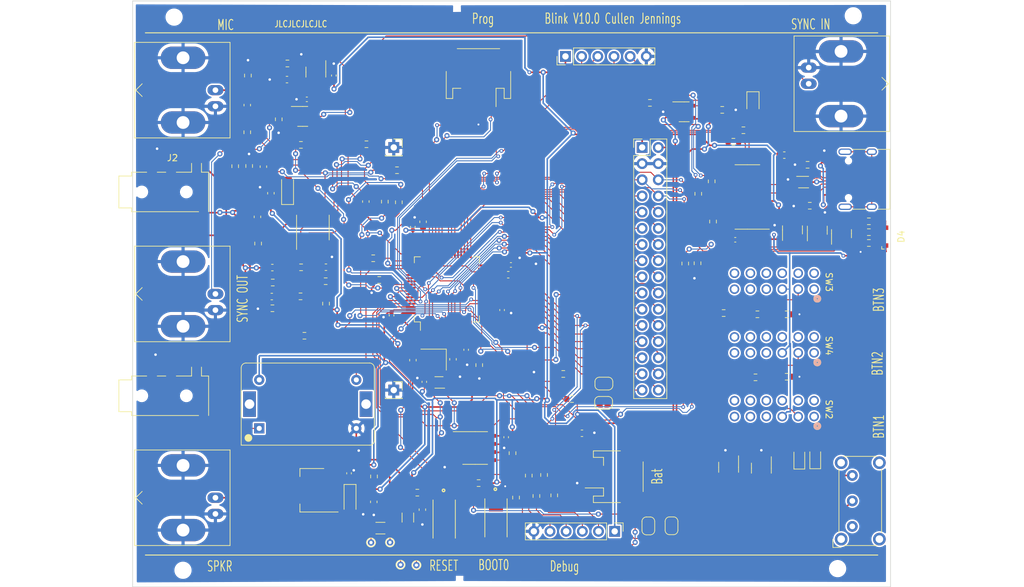
<source format=kicad_pcb>
(kicad_pcb (version 20221018) (generator pcbnew)
  (title_block (title "Blink") (date "2024-01-09") (rev "V10.0") (company "Cullen Jennings"))
  (layers (0 "F.Cu" signal) (31 "B.Cu" power) (34 "B.Paste" user) (35 "F.Paste" user) (36 "B.SilkS" user "B.Silkscreen") (37 "F.SilkS" user "F.Silkscreen") (38 "B.Mask" user) (39 "F.Mask" user) (44 "Edge.Cuts" user))
  (net 0 "")
  (net 1 "+3.3V")
  (net 2 "/AUX_CLK")
  (net 3 "/AUX_GPS_PPS")
  (net 4 "/OSC_ADJ")
  (net 5 "/HSE_OUT")
  (net 6 "/HSE_IN")
  (net 7 "/GPS_PPS")
  (net 8 "+3.3VA")
  (net 9 "/LEDMG")
  (net 10 "/LEDMR")
  (net 11 "/NCOL1")
  (net 12 "/AUD_OUT")
  (net 13 "Net-(C7-Pad1)")
  (net 14 "/Mic")
  (net 15 "/BOOT1")
  (net 16 "/LEDMB")
  (net 17 "/NCOL3")
  (net 18 "/NCOL2")
  (net 19 "/NCOL5")
  (net 20 "/NCOL4")
  (net 21 "GND")
  (net 22 "/NCOL7")
  (net 23 "/NCOL6")
  (net 24 "/NCOL9")
  (net 25 "/NCOL8")
  (net 26 "/NROW1")
  (net 27 "/NCOL10")
  (net 28 "/NROW3")
  (net 29 "/NROW2")
  (net 30 "/NROW5")
  (net 31 "/NROW4")
  (net 32 "/SWDIO")
  (net 33 "/SWDCLK")
  (net 34 "/LED9")
  (net 35 "/LED10")
  (net 36 "/USB_RX")
  (net 37 "/USB_TX")
  (net 38 "/SCL")
  (net 39 "/AUD_IN")
  (net 40 "Net-(C17-Pad2)")
  (net 41 "Net-(R1-Pad2)")
  (net 42 "/DB3")
  (net 43 "/SDA")
  (net 44 "/NRST")
  (net 45 "/BOOT0")
  (net 46 "/GPS_RX1")
  (net 47 "/GPS_TX1")
  (net 48 "SYNC_IN")
  (net 49 "Net-(U1-VI)")
  (net 50 "Net-(C8-Pad1)")
  (net 51 "/Left")
  (net 52 "Net-(U2A-+)")
  (net 53 "Net-(J12-In)")
  (net 54 "/CLK")
  (net 55 "/AUX_MON_PPS")
  (net 56 "Net-(J4-In)")
  (net 57 "/LED7")
  (net 58 "/LED8")
  (net 59 "/LED1")
  (net 60 "/LED2")
  (net 61 "/BTN1")
  (net 62 "PPS_OUT")
  (net 63 "Net-(J11-In)")
  (net 64 "Net-(J7-Pin_2)")
  (net 65 "Net-(C13-Pad2)")
  (net 66 "Net-(U4-VCAP_1)")
  (net 67 "Net-(U2A--)")
  (net 68 "Net-(U4-VCAP_2)")
  (net 69 "/Right")
  (net 70 "Net-(U2B--)")
  (net 71 "Net-(U2B-+)")
  (net 72 "Net-(R25-Pad1)")
  (net 73 "Net-(R35-Pad1)")
  (net 74 "Net-(J13-In)")
  (net 75 "Net-(R24-Pad1)")
  (net 76 "Net-(R28-Pad2)")
  (net 79 "Net-(C26-Pad1)")
  (net 80 "VBUS")
  (net 81 "+BATT")
  (net 82 "Net-(D1-K)")
  (net 83 "Net-(D2-K)")
  (net 84 "Net-(J9-CC1)")
  (net 85 "Net-(J9-D+-PadA6)")
  (net 86 "Net-(J9-D--PadA7)")
  (net 88 "Net-(J9-CC2)")
  (net 90 "unconnected-(J9-SHIELD-PadS1)")
  (net 91 "Net-(U9-STAT)")
  (net 92 "Net-(U9-PROG)")
  (net 93 "Net-(U7-UD+)")
  (net 94 "Net-(U7-UD-)")
  (net 101 "/USB_DTR")
  (net 102 "/USB_RTS")
  (net 104 "/LED3")
  (net 105 "/LED5")
  (net 106 "Net-(R36-Pad1)")
  (net 109 "/LED6")
  (net 110 "/LED4")
  (net 111 "/MON_PPS")
  (net 113 "Net-(X1-Vcontrol)")
  (net 114 "Net-(J7-Pin_3)")
  (net 115 "Net-(J7-Pin_4)")
  (net 116 "Net-(J7-Pin_5)")
  (net 117 "/AUX_SYNC_IN")
  (net 119 "Net-(D4-BK)")
  (net 120 "Net-(D4-GK)")
  (net 121 "Net-(D4-RK)")
  (net 122 "Net-(Q3-D)")
  (net 123 "Net-(Q4-D)")
  (net 124 "Net-(Q5-D)")
  (net 135 "Net-(U7-TXD)")
  (net 136 "Net-(U7-RXD)")
  (net 139 "Net-(U7-~{DTR})")
  (net 140 "Net-(U7-~{RTS})")
  (net 159 "Net-(FB1-Pad1)")
  (net 160 "+4V")
  (net 163 "Net-(SW1-C)")
  (footprint "Capacitor_SMD:C_0603_1608Metric" (layer "F.Cu") (at 181.55 105.875)
    (fp_text reference "C29" hide)
    (fp_text value "4u7")
  )
  (footprint "Package_TO_SOT_SMD:SOT-23" (layer "F.Cu") (at 222.3 74.5375 90)
    (fp_text reference "Q5" hide)
    (fp_text value "2N7002")
  )
  (footprint "Capacitor_SMD:C_0603_1608Metric" (layer "F.Cu") (at 161.303029 94.264457 -90)
    (fp_text reference "C11" hide)
    (fp_text value "33p" hide)
  )
  (footprint "Resistor_SMD:R_0603_1608Metric" (layer "F.Cu") (at 175.6 112.425 -90)
    (fp_text reference "R43" hide)
    (fp_text value "1K0")
  )
  (footprint "Resistor_SMD:R_1206_3216Metric" (layer "F.Cu") (at 154.218669 119.114823 -90)
    (fp_text reference "R38" hide)
    (fp_text value "0R1")
  )
  (footprint "Capacitor_SMD:C_0402_1005Metric" (layer "F.Cu") (at 163.36537 92.767673 -90)
    (fp_text reference "C22" hide)
    (fp_text value "100n")
  )
  (footprint "Resistor_SMD:R_0603_1608Metric" (layer "F.Cu") (at 165.325 113.7 180)
    (fp_text reference "R12" hide)
    (fp_text value "1K5")
  )
  (footprint "Jumper:SolderJumper-2_P1.3mm_Bridged_RoundedPad1.0x1.5mm" (layer "F.Cu") (at 184.991671 98.076566)
    (fp_text reference "JP2" hide)
    (fp_text value "SolderJumper_2_Bridged")
  )
  (footprint "Package_TO_SOT_SMD:SOT-23-5" (layer "F.Cu") (at 139.767963 49.162526 -90)
    (fp_text reference "U5" hide)
    (fp_text value "SN74LVC1G14DBV" hide)
  )
  (footprint "Resistor_SMD:R_0603_1608Metric" (layer "F.Cu") (at 135.302384 47.816646 180)
    (fp_text reference "R24" hide)
    (fp_text value "200R")
  )
  (footprint "Resistor_SMD:R_0603_1608Metric" (layer "F.Cu") (at 129.297294 63.911164 90)
    (fp_text reference "R11" hide)
    (fp_text value "1K0")
  )
  (footprint "TestPoint:TestPoint_THTPad_D1.0mm_Drill0.5mm" (layer "F.Cu") (at 151.416438 123.010452)
    (fp_text reference "TP2" hide)
    (fp_text value "~")
  )
  (footprint "Resistor_SMD:R_0603_1608Metric" (layer "F.Cu") (at 141.366687 85.521076 -90)
    (fp_text reference "R3" hide)
    (fp_text value "47K")
  )
  (footprint "blinky_footprints:PBH4UOANAGX" (layer "F.Cu") (at 218 83.25 -90)
    (fp_text reference "SW3")
    (fp_text value "SW_Push_4PDT")
  )
  (footprint "Jumper:SolderJumper-2_P1.3mm_Bridged2Bar_RoundedPad1.0x1.5mm" (layer "F.Cu") (at 191.97616 120.422579 -90)
    (fp_text reference "JP3" hide)
    (fp_text value "SolderJumper_2_Bridged")
  )
  (footprint "Capacitor_SMD:C_0603_1608Metric" (layer "F.Cu") (at 135.235694 50.343255)
    (fp_text reference "C25" hide)
    (fp_text value "47p")
  )
  (footprint "Capacitor_SMD:C_0603_1608Metric" (layer "F.Cu") (at 213.32 62.2)
    (fp_text reference "C28" hide)
    (fp_text value "4u7")
  )
  (footprint "Resistor_SMD:R_0603_1608Metric" (layer "F.Cu") (at 208.8 97.1)
    (fp_text reference "R36" hide)
    (fp_text value "200R")
  )
  (footprint "MountingHole:MountingHole_2.2mm_M2" (layer "F.Cu") (at 221.69363 127.127377 90)
    (fp_text reference "H5" hide)
    (fp_text value "M2" hide)
  )
  (footprint "Crystal:Crystal_SMD_3225-4Pin_3.2x2.5mm" (layer "F.Cu") (at 158.248131 94.317514 180)
    (fp_text reference "Y1" hide)
    (fp_text value "16MHz " hide)
  )
  (footprint "Package_SO:SOIC-16_3.9x9.9mm_P1.27mm" (layer "F.Cu") (at 207.525 68.775 180)
    (fp_text reference "U7" hide)
    (fp_text value "CH340C")
  )
  (footprint "Resistor_SMD:R_0603_1608Metric" (layer "F.Cu") (at 209.1 87.2)
    (fp_text reference "R25" hide)
    (fp_text value "200R")
  )
  (footprint "Resistor_SMD:R_0603_1608Metric" (layer "F.Cu") (at 141.3125 82 180)
    (fp_text reference "R4" hide)
    (fp_text value "47K")
  )
  (footprint "Resistor_SMD:R_0603_1608Metric" (layer "F.Cu") (at 174.4 115.725 -90)
    (fp_text reference "R44" hide)
    (fp_text value "1K0")
  )
  (footprint "Capacitor_SMD:C_0603_1608Metric" (layer "F.Cu") (at 132.85053 84.408681 180)
    (fp_text reference "C27" hide)
    (fp_text value "100n")
  )
  (footprint "Connector_PinHeader_2.54mm:PinHeader_2x16_P2.54mm_Vertical" (layer "F.Cu") (at 191 61)
    (fp_text reference "J14" hide)
    (fp_text value "Conn_02x16_Odd_Even")
  )
  (footprint "Resistor_SMD:R_0603_1608Metric" (layer "F.Cu") (at 152.8 69.6125 90)
    (fp_text reference "R19" hide)
    (fp_text value "560R")
  )
  (footprint "Diode_SMD:D_SOD-323" (layer "F.Cu") (at 218.179934 109.835683 90)
    (fp_text reference "D3" hide)
    (fp_text value "1N5819WS")
  )
  (footprint "Capacitor_Tantalum_SMD:CP_EIA-3216-18_Kemet-A" (layer "F.Cu") (at 145.136094 116.223745 -90)
    (fp_text reference "C3" hide)
    (fp_text value "10u")
  )
  (footprint "blinky_footprints:PBH4UOANAGX" (layer "F.Cu") (at 218 103.25 -90)
    (fp_text reference "SW2")
    (fp_text value "SW_Push_4PDT")
  )
  (footprint "Jumper:SolderJumper-2_P1.3mm_Bridged_RoundedPad1.0x1.5mm" (layer "F.Cu") (at 184.95 101.1)
    (fp_text reference "JP1" hide)
    (fp_text value "SolderJumper_2_Bridged")
  )
  (footprint "Connector_JST:JST_PH_S2B-PH-SM4-TB_1x02-1MP_P2.00mm_Horizontal" (layer "F.Cu") (at 186.65 112.7 90)
    (fp_text reference "J1" hide)
    (fp_text value "Conn_01x02" hide)
  )
  (footprint "blinky_footprints:SW_147873-2" (layer "F.Cu") (at 168.049761 119.158237 -90)
    (fp_text reference "S2" hide)
    (fp_text value "147873-2")
  )
  (footprint "Resistor_SMD:R_0603_1608Metric" (layer "F.Cu") (at 192.225 54)
    (fp_text reference "R27" hide)
    (fp_text value "1K0")
  )
  (footprint "Package_TO_SOT_SMD:SOT-23-5" (layer "F.Cu") (at 137.704936 56.122486)
    (fp_text reference "U6" hide)
    (fp_text value "SN74LVC1G14DBV" hide)
  )
  (footprint "Connector_PinHeader_2.54mm:PinHeader_1x06_P2.54mm_Vertical" (layer "F.Cu") (at 186.690464 121.276121 -90)
    (fp_text reference "J7" hide)
    (fp_text value "Conn_01x06_Pin" hide)
  )
  (footprint "Capacitor_SMD:C_0402_1005Metric" (layer "F.Cu") (at 169.006009 86.528826 -90)
    (fp_text reference "C12" hide)
    (fp_text value "100n")
  )
  (footprint "Resistor_SMD:R_0603_1608Metric" (layer "F.Cu") (at 173.2 112.525 -90)
    (fp_text reference "R45" hide)
    (fp_text value "1K0")
  )
  (footprint "Capacitor_SMD:C_0603_1608Metric" (layer "F.Cu") (at 156.6 72.675 -90)
    (fp_text reference "C19" hide)
    (fp_text value "2u2")
  )
  (footprint "Resistor_SMD:R_0603_1608Metric" (layer "F.Cu") (at 129.1 49.7125 90)
    (fp_text reference "R13" hide)
    (fp_text value "560R")
  )
  (footprint "Resistor_SMD:R_0603_1608Metric" (layer "F.Cu") (at 205.325 60.1 180)
    (fp_text reference "R49" hide)
    (fp_text value "1K0")
  )
  (footprint "blinky_footprints:SW_147873-2" (layer "F.Cu") (at 159.919065 119.348568 -90)
    (fp_text reference "S1" hide)
    (fp_text value "147873-2")
  )
  (footprint "Package_TO_SOT_SMD:SOT-563" (layer "F.Cu") (at 159.1 97.9 180)
    (fp_text reference "U10" hide)
    (fp_text value "TMP112AIDRLR")
  )
  (footprint "Capacitor_SMD:C_0603_1608Metric" (layer "F.Cu") (at 141.35 79.8 180)
    (fp_text reference "C9" hide)
    (fp_text value "100n")
  )
  (footprint "Resistor_SMD:R_0603_1608Metric" (layer "F.Cu") (at 178.614905 96.565015)
    (fp_text reference "R31" hide)
    (fp_text value "4K7")
  )
  (footprint "Package_TO_SOT_SMD:SOT-223-3_TabPin2" (layer "F.Cu") (at 139.173781 114.828555 180)
    (fp_text reference "U1" hide)
    (fp_text value "AMS1117-3.3" hide)
  )
  (footprint "Package_TO_SOT_SMD:SOT-23-5" (layer "F.Cu") (at 204.580004 111.213404 -90)
    (fp_text reference "U11" hide)
    (fp_text value "MAX40200AUK")
  )
  (footprint "TestPoint:TestPoint_THTPad_D1.0mm_Drill0.5mm" (layer "F.Cu") (at 155.559902 126.585874)
    (fp_text reference "TP3" hide)
    (fp_text value "~")
  )
  (footprint "Capacitor_SMD:C_0402_1005Metric" (layer "F.Cu") (at 144.97611 112.162498 -90)
    (fp_text reference "C1" hide)
    (fp_text value "100n")
  )
  (footprint "Resistor_SMD:R_0603_1608Metric" (layer "F.Cu") (at 217.325 70.15)
    (fp_text reference "R22" hide)
    (fp_text value "5K1")
  )
  (footprint "Capacitor_SMD:C_0402_1005Metric" (layer "F.Cu") (at 169.648461 106.496086 90)
    (fp_text reference "C20" hide)
    (fp_text value "100n")
  )
  (footprint "Resistor_SMD:R_0603_1608Metric" (layer "F.Cu") (at 213.7 97 180)
    (fp_text reference "R34" hide)
    (fp_text value "4K7")
  )
  (footprint "blinky_footprints:Jack_3.5mm_PJ320D_Horizontal-CJ" (layer "F.Cu") (at 118 68)
    (fp_text reference "J2")
    (fp_text value "PJ-320D")
  )
  (footprint "Capacitor_SMD:C_0603_1608Metric" (layer "F.Cu") (at 156.5 117.875 -90)
    (fp_text reference "C10" hide)
    (fp_text value "100n")
  )
  (footprint "Resistor_SMD:R_0603_1608Metric" (layer "F.Cu") (at 216.975 63.725)
    (fp_text reference "R21" hide)
    (fp_text value "5K1")
  )
  (footprint "Capacitor_SMD:C_0402_1005Metric" (layer "F.Cu") (at 156.8 97.8 -90)
    (fp_text reference "C30" hide)
    (fp_text value "100n")
  )
  (footprint "Capacitor_SMD:C_0603_1608Metric" (layer "F.Cu") (at 131.535747 64.017831 -90)
    (fp_text reference "C17" hide)
    (fp_text value "100n")
  )
  (footprint "Capacitor_SMD:C_0603_1608Metric" (layer "F.Cu") (at 148.865005 116.651225 90)
    (fp_text reference "C4" hide)
    (fp_text value "100n")
  )
  (footprint "Resistor_SMD:R_0603_1608Metric" (layer "F.Cu") (at 129 58.6125 -90)
    (fp_text reference "R6" hide)
    (fp_text value "10K")
  )
  (footprint "Resistor_SMD:R_0603_1608Metric" (layer "F.Cu") (at 150.6 69.5125 90)
    (fp_text reference "R1" hide)
    (fp_text value "560R")
  )
  (footprint "Resistor_SMD:R_0603_1608Metric" (layer "F.Cu") (at 226.6 76 180)
    (fp_text reference "R48" hide)
    (fp_text value "47R")
  )
  (footprint "Package_TO_SOT_SMD:SOT-666" (layer "F.Cu") (at 216.35 66.4375)
    (fp_text reference "U8" hide)
    (fp_text value "USBLC6-2P6")
  )
  (footprint "Button_Switch_THT:SW_E-Switch_EG1224_SPDT_Angled" (layer "F.Cu") (at 224 120.5 90)
    (fp_text reference "SW1" hide)
    (fp_text value "SW_SPDT")
  )
  (footprint "Connector_PinSocket_2.54mm:PinSocket_1x01_P2.54mm_Vertical" (layer "F.Cu") (at 152 61)
    (fp_text reference "J15" hide)
    (fp_text value "Conn_01x01")
  )
  (footprint "Package_SO:SOIC-8_3.9x4.9mm_P1.27mm" (layer "F.Cu") (at 164.780643 108.190643)
    (fp_text reference "U3" hide)
    (fp_text value "M24C02-RMN")
  )
  (footprint "Capacitor_SMD:C_0402_1005Metric" (layer "F.Cu") (at 205.62 75.5)
    (fp_text reference "C2" hide)
    (fp_text value "100n")
  )
  (footprint "Package_QFP:LQFP-64_10x10mm_P0.5mm" (layer "F.Cu") (at 160.340364 83.278819 90)
    (fp_text reference "U4" hide)
    (fp_text value "STM32F405RGTx" hide)
  )
  (footprint "Resistor_SMD:R_0603_1608Metric" (layer "F.Cu") (at 152.509232 64.577288)
    (fp_text reference "R7" hide)
    (fp_text value "1R0")
  )
  (footprint "blinky_footprints:OSC_DIP-14" (layer "F.Cu") (at 130.88 105.11)
    (fp_text reference "X1" hide)
    (fp_text value "GTXO-14V (2.048MHz)")
  )
  (footprint "Resistor_SMD:R_0603_1608Metric" (layer "F.Cu") (at 133.940404 56.581271 -90)
    (fp_text reference "R23" hide)
    (fp_text value "1K0")
  )
  (footprint "Resistor_SMD:R_0603_1608Metric" (layer "F.Cu") (at 148.775 78.4)
    (fp_text reference "R17" hide)
    (fp_text value "1K0")
  )
  (footprint "Capacitor_SMD:C_0402_1005Metric" (layer "F.Cu") (at 151.655273 87.375109 90)
    (fp_text reference "C18" hide)
    (fp_text value "100n")
  )
  (footprint "Package_SO:SOIC-8_3.9x4.9mm_P1.27mm" (layer "F.Cu") (at 139.305 73.575 90)
    (fp_text reference "U2" hide)
    (fp_text value "AD8397")
  )
  (footprint "Capacitor_SMD:C_0603_1608Metric" (layer "F.Cu") (at 129 54.35 -90)
    (fp_text reference "C13" hide)
    (fp_text value "10u")
  )
  (footprint "Resistor_SMD:R_0603_1608Metric" (layer "F.Cu") (at 199.813361 68.276917 -90)
    (fp_text reference "R29" hide)
    (fp_text value "1K0")
  )
  (footprint "Resistor_SMD:R_0603_1608Metric" (layer "F.Cu") (at 133.002513 82.205878)
    (fp_text reference "R16" hide)
    (fp_text value "560R")
  )
  (footprint "Resistor_SMD:R_0603_1608Metric" (layer "F.Cu") (at 199.696506 79.182867 90)
    (fp_text reference "R53" hide)
    (fp_text value "47K")
  )
  (footprint "Capacitor_SMD:C_0603_1608Metric" (layer "F.Cu") (at 155.010932 94.395483 90)
    (fp_text reference "C14" hide)
    (fp_text value "33p" hide)
  )
  (footprint "blinky_footprints:Jack_3.5mm_PJ320D_Horizontal-CJ" (layer "F.Cu") (at 118 100)
    (fp_text reference "J3" hide)
    (fp_text value "PJ-320D")
  )
  (footprint "blinky_footprints:PBH4UOANAGX" (layer "F.Cu") (at 218 93.25 -90)
    (fp_text reference "SW4")
    (fp_text value "SW_Push_4PDT")
  )
  (footprint "MountingHole:MountingHole_2.2mm_M2" (layer "F.Cu") (at 117.513825 40.538568 90)
    (fp_text reference "H1" hide)
    (fp_text value "M2" hide)
  )
  (footprint "Resistor_SMD:R_0603_1608Metric" (layer "F.Cu") (at 127.10424 63.942052 -90)
    (fp_text reference "R10" hide)
    (fp_text value "1K0")
  )
  (footprint "Capacitor_SMD:C_0603_1608Metric" (layer "F.Cu") (at 132.711843 68.187506 -90)
    (fp_text reference "C6" hide)
    (fp_text value "100n")
  )
  (footprint "Resistor_SMD:R_0603_1608Metric" (layer "F.Cu") (at 203.8 87 180)
    (fp_text reference "R35" hide)
    (fp_text value "200R")
  )
  (footprint "Resistor_SMD:R_0603_1608Metric" (layer "F.Cu") (at 170.648461 109.001086 -90)
    (fp_text reference "R15" hide)
    (fp_text value "1K5")
  )
  (footprint "Resistor_SMD:R_0603_1608Metric" (layer "F.Cu") (at 197.769739 79.226196 90)
    (fp_text reference "R52" hide)
    (fp_text value "47K" hide)
  )
  (footprint "Resistor_SMD:R_0603_1608Metric" (layer "F.Cu") (at 226.6 72.6)
    (fp_text reference "R46" hide)
    (fp_text value "150R")
  )
  (footprint "Capacitor_SMD:C_0603_1608Metric" (layer "F.Cu") (at 169.974471 80.987211 180)
    (fp_text reference "C16" hide)
    (fp_text value "2u2")
  )
  (footprint "Capacitor_SMD:C_0402_1005Metric" (layer "F.Cu") (at 142.594854 49.70697 90)
    (fp_text reference "C23" hide)
    (fp_text value "100n" hide)
  )
  (footprint "Resistor_SMD:R_0603_1608Metric" (layer "F.Cu") (at 226.6 74.3)
    (fp_text reference "R47" hide)
    (fp_text value "47R")
  )
  (footprint "blinky_footprints:BNC_Amphenol_B6252HB-NPP3G-50_Horizontal-CJ" (layer "F.Cu") (at 121.5 52 90)
    (fp_text reference "J11" hide)
    (fp_text value "KH-BNC50-3511")
  )
  (footprint "Capacitor_SMD:C_0402_1005Metric" (layer "F.Cu") (at 138.349689 53.450551 180)
    (fp_text reference "C24" hide)
    (fp_text value "100n" hide)
  )
  (footprint "Resistor_SMD:R_1206_3216Metric" (layer "F.Cu") (at 149.906352 120.770348 180)
    (fp_text reference "R37" hide)
    (fp_text value "0R1")
  )
  (footprint "Resistor_SMD:R_0603_1608Metric" (layer "F.Cu") (at 206.9 58.3)
    (fp_text reference "R50" hide)
    (fp_text value "1K0")
  )
  (footprint "Diode_SMD:D_SOD-323" (layer "F.Cu") (at 215.679934 109.885683 90)
    (fp_text reference "D2" hide)
    (fp_text value "1N5819WS")
  )
  (footprint "TestPoint:TestPoint_THTPad_D1.0mm_Drill0.5mm" (layer "F.Cu") (at 153.066404 126.518482)
    (fp_text reference "TP4" hide)
    (fp_text value "~")
  )
  (footprint "Package_TO_SOT_SMD:SOT-23-5" (layer "F.Cu") (at 197.6 55.4)
    (fp_text reference "U9" hide)
    (fp_text value "MCP73832-2-OT")
  )
  (footprint "Package_TO_SOT_SMD:SOT-23" (layer "F.Cu") (at 214.6 73.9375 90)
    (fp_text reference "Q3" hide)
    (fp_text value "2N7002")
  )
  (footprint "Capacitor_SMD:C_0603_1608Metric" (layer "F.Cu") (at 130.6 71.9 90)
    (fp_text reference "C7" hide)
    (fp_text value "10u")
  )
  (footprint "Resistor_SMD:R_0603_1608Metric" (layer "F.Cu") (at 137.425 60.6)
    (fp_text reference "R28" hide)
    (fp_text value "1K0")
  )
  (footprint "Resistor_SMD:R_0603_1608Metric" (layer "F.Cu") (at 171.2 115.975 90)
    (fp_text reference "R14" hide)
    (fp_text value "4K7" hide)
  )
  (footprint "Resistor_SMD:R_0603_1608Metric" (layer "F.Cu") (at 130.7 76.0875 -90)
    (fp_text reference "R2" hide)
    (fp_text value "560R")
  )
  (footprint "LED_SMD:LED_0805_2012Metric" (layer "F.Cu") (at 208.4 53.9375 -90)
    (fp_text reference "D1" hide)
    (fp_text value "LED")
  )
  (footprint "MountingHole:MountingHole_2.2mm_M2" (layer "F.Cu") (at 118.908606 127.389757 90)
    (fp_text reference "H4" hide)
    (fp_text value "M2" hide)
  )
  (footprint "Resistor_SMD:R_0603_1608Metric" (layer "F.Cu") (at 165.422128 95.172104 -90)
    (fp_text reference "R33" hide)
    (fp_text value "4K7")
  )
  (footprint "Resistor_SMD:R_0603_1608Metric" (layer "F.Cu") (at 177.2 115.625 -90)
    (fp_text reference "R42" hide)
    (fp_text value "1K0")
  )
  (footprint "Capacitor_SMD:C_0603_1608Metric" (layer "F.Cu") (at 147.62 69.4925 90)
    (fp_text reference "C26" hide)
    (fp_text value "10u")
  )
  (footprint "Connector_JST:JST_PH_S3B-PH-SM4-TB_1x03-1MP_P2.00mm_Horizontal" (layer "F.Cu") (at 165.3 50 180)
    (fp_text reference "J6" hide)
    (fp_text value "Conn_01x03")
  )
  (footprint "Connector_PinSocket_2.54mm:PinSocket_1x01_P2.54mm_Vertical" (layer "F.Cu") (at 152 99.1)
    (fp_text reference "J16" hide)
    (fp_text value "Conn_01x01")
  )
  (footprint "Resistor_SMD:R_0603_1608Metric" (layer "F.Cu") (at 149.726571 81.814356 180)
    (fp_text reference "R26" hide)
    (fp_text value "4K7")
  )
  (footprint "Resistor_SMD:R_0603_1608Metric" (layer "F.Cu") (at 213.7 87.2 180)
    (fp_text reference "R18" hide)
    (fp_text value "4K7")
  )
  (footprint "Resistor_SMD:R_0603_1608Metric" (layer "F.Cu") (at 179.987762 100.498924)
    (fp_text reference "R32" hide)
    (fp_text value "4K7")
  )
  (footprint "Connector_USB:USB_C_Receptacle_HRO_TYPE-C-31-M-12" (layer "F.Cu") (at 226 66 90)
    (fp_text reference "J9" hide)
    (fp_text value "USB_C_Receptacle")
  )
  (footprint "Capacitor_Tantalum_SMD:CP_EIA-3216-18_Kemet-A" (layer "F.Cu") (at 135.329034 67.65 90)
    (fp_text reference "C5" hide)
    (fp_text value "10u")
  )
  (footprint "Resistor_SMD:R_0603_1608Metric" (layer "F.Cu") (at 137.363209 84.383749 180)
    (fp_text reference "R40" hide)
    (fp_text value "4K7")
  )
  (footprint "Capacitor_SMD:C_0402_1005Metric" (layer "F.Cu") (at 170.395817 79.449323)
    (fp_text reference "C15" hide)
    (fp_text value "100n")
  )
  (footprint "blinky_footprints:BNC_Amphenol_B6252HB-NPP3G-50_Horizontal-CJ" (layer "F.Cu") (at 219.652288 51 -90)
    (fp_text reference "J4" hide)
    (fp_text value "KH-BNC50-3511")
  )
  (footprint "blinky_footprints:BNC_Amphenol_B6252HB-NPP3G-50_Horizontal-CJ" (layer "F.Cu") (at 121.5 84 90)
    (fp_text reference "J12" hide)
    (fp_text value "KH-BNC50-3511")
  )
  (footprint "blinky_footprints:LED_RGB_MHS110FRGBCT" (layer "F.Cu") (at 229.8 75 90)
    (fp_text reference "D4")
    (fp_text value "LED_ABGR")
  )
  (footprint "Connector_PinHeader_2.54mm:PinHeader_1x06_P2.54mm_Vertical" (layer "F.Cu") (at 178.96 46.7 90)
    (fp_text reference "J5" hide)
    (fp_text value "Conn_01x06_Pin")
  )
  (footprint "TestPoint:TestPoint_THTPad_D1.0mm_Drill0.5mm" (layer "F.Cu") (at 148.431125 123.031929)
    (fp_text reference "TP1" hide)
    (fp_text value "~")
  )
  (footprint "Resistor_SMD:R_0603_1608Metric" (layer "F.Cu") (at 132.950392 86.253587 180)
    (fp_text reference "R41" hide)
    (fp_text value "4K7")
  )
  (footprint "Resistor_SMD:R_0603_1608Metric" (layer "F.Cu") (at 148.898972 112.658256 -90)
    (fp_text reference "FB1" hide)
    (fp_text value "120Ω@100MHz " hide)
  )
  (footprint "Package_TO_SOT_SMD:SOT-23" (layer "F.Cu") (at 218.5 74 90)
    (fp_text reference "Q4" hide)
    (fp_text value "2N7002")
  )
  (footprint "Resistor_SMD:R_0603_1608Metric" (layer "F.Cu") (at 137.451365 79.822931 180)
    (fp_text reference "R5" hide)
    (fp_text value "1K0")
  )
  (footprint "Resistor_SMD:R_0603_1608Metric" (layer "F.Cu") (at 137.974264 90.566679)
    (fp_text reference "R39" hide)
    (fp_text value "47K")
  )
  (footprint "Capacitor_SMD:C_0402_1005Metric" (layer "F.Cu") (at 154.998403 73.481035 90)
    (fp_text reference "C21" hide)
    (fp_text value "100n")
  )
  (footprint "Resistor_SMD:R_0603_1608Metric" (layer "F.Cu") (at 147.7125 60.5 180)
    (fp_text reference "R8" hide)
    (fp_text value "100K")
  )
  (footprint "Jumper:SolderJumper-2_P1.3mm_Bridged2Bar_RoundedPad1.0x1.5mm" (layer "F.Cu") (at 195.614875 120.403431 90)
    (fp_text reference "JP4" hide)
    (fp_text value "SolderJumper_2_Bridged")
  )
  (footprint "Resistor_SMD:R_0603_1608Metric" (layer "F.Cu") (at 201.916515 66.318807 90)
    (fp_text reference "R20" hide)
    (fp_text value "1K0")
  )
  (footprint "Resistor_SMD:R_0603_1608Metric" (layer "F.Cu") (at 203.575 55.1)
    (fp_text reference "R30" hide)
    (fp_text value "2K0")
  )
  (footprint "Resistor_SMD:R_0603_1608Metric" (layer "F.Cu") (at 155.7 115.2)
    (fp_text reference "R9" hide)
    (fp_text value "4K7")
  )
  (footprint "MountingHole:MountingHole_2.2mm_M2" (layer "F.Cu") (at 224.148165 40.323299 90)
    (fp_text reference "H3" hide)
    (fp_text value "M2" hide)
  )
  (footprint "Package_TO_SOT_SMD:SOT-23-5" (layer "F.Cu") (at 209.71729 111.354539 -90)
    (fp_text reference "U12" hide)
    (fp_text value "MAX40200AUK")
  )
  (footprint "Capacitor_SMD:C_0603_1608Metric" (layer "F.Cu") (at 132.935954 79.86063 180)
    (fp_text reference "C8" hide)
    (fp_text value "10u")
  )
  (footprint "Resistor_SMD:R_0603_1608Metric" (layer "F.Cu") (at 202.130088 72.63372 -90)
    (fp_text reference "R51" hide)
    (fp_text value "47K")
  )
  (footprint "blinky_footprints:BNC_Amphenol_B6252HB-NPP3G-50_Horizontal-CJ" (layer "F.Cu") (at 121.5 116 90)
    (fp_text reference "J13" hide)
    (fp_text value "KH-BNC50-3511")
  )
  (gr_line (start 113 43) (end 228 43) (stroke (width 0.15)) (layer "F.SilkS"))
  (gr_line (start 113 125) (end 228 125) (stroke (width 0.15)) (layer "F.SilkS"))
  (gr_line (start 230 130) (end 111 130) (stroke (width 0.1)) (layer "Edge.Cuts"))
  (gr_line (start 111 38) (end 230 38) (stroke (width 0.1)) (layer "Edge.Cuts"))
  (gr_line (start 230 38) (end 230 130) (stroke (width 0.1)) (layer "Edge.Cuts"))
  (gr_line (start 111 38) (end 111 130) (stroke (width 0.1)) (layer "Edge.Cuts"))
  (gr_text "Blink V10.0 Cullen Jennings " (at 175.6 41.7) (layer "F.SilkS") (effects (font (size 1.6 1)) (justify left bottom)))
  (gr_text "BTN2\n" (at 228.9 96.9 90) (layer "F.SilkS") (effects (font (size 1.6 1)) (justify left bottom)))
  (gr_text "BTN3" (at 229.1 86.9 90) (layer "F.SilkS") (effects (font (size 1.6 1)) (justify left bottom)))
  (gr_text "JLCJLCJLCJLC" (at 133.2 42.2) (layer "F.SilkS") (effects (font (size 1 0.8)) (justify left bottom)))
  (gr_text "SYNC OUT" (at 129.2 88.6 90) (layer "F.SilkS") (effects (font (size 1.6 1)) (justify left bottom)))
  (gr_text "BOOT0" (at 165.2 127.5) (layer "F.SilkS") (effects (font (size 1.6 1)) (justify left bottom)))
  (gr_text "SPKR" (at 122.6 127.7) (layer "F.SilkS") (effects (font (size 1.6 1)) (justify left bottom)))
  (gr_text "RESET\n" (at 157.5 127.6) (layer "F.SilkS") (effects (font (size 1.6 1)) (justify left bottom)))
  (gr_text "Debug" (at 176.425 127.7) (layer "F.SilkS") (effects (font (size 1.6 1)) (justify left bottom)))
  (gr_text "SYNC IN\n" (at 214.3 42.6) (layer "F.SilkS") (effects (font (size 1.6 1)) (justify left bottom)))
  (gr_text "MIC" (at 124.2 42.7) (layer "F.SilkS") (effects (font (size 1.6 1)) (justify left bottom)))
  (gr_text "BTN1" (at 229.1 106.8 90) (layer "F.SilkS") (effects (font (size 1.6 1)) (justify left bottom)))
  (gr_text "Prog" (at 164.2 41.725) (layer "F.SilkS") (effects (font (size 1.6 1)) (justify left bottom)))
  (gr_text "Bat" (at 194.3 114 90) (layer "F.SilkS") (effects (font (size 1.6 1)) (justify left bottom)))
  (segment (start 205.14 74.44) (end 205.05 74.35) (width 0.25) (layer "F.Cu") (net 1))
  (segment (start 191 59.147409) (end 191 61) (width 0.25) (layer "F.Cu") (net 1))
  (segment (start 152.525463 87.855109) (end 152.845037 87.535535) (width 0.25) (layer "F.Cu") (net 1))
  (segment (start 142.323781 114.828555) (end 145.090904 114.828555) (width 0.25) (layer "F.Cu") (net 1))
  (segment (start 156.126388 74.853677) (end 156.115583 74.864482) (width 0.25) (layer "F.Cu") (net 1))
  (segment (start 201.639443 60.674705) (end 202.352284 60.674705) (width 0.25) (layer "F.Cu") (net 1))
  (segment (start 147.247827 111.491365) (end 147.908172 110.83102) (width 0.25) (layer "F.Cu") (net 1))
  (segment (start 211.7 75.4) (end 212.5 75.4) (width 0.25) (layer "F.Cu") (net 1))
  (segment (start 178.36 49.2) (end 178.96 48.6) (width 0.25) (layer "F.Cu") (net 1))
  (segment (start 175.469483 49.2) (end 178.36 49.2) (width 0.25) (layer "F.Cu") (net 1))
  (segment (start 154.998403 74.85093) (end 154.984851 74.864482) (width 0.25) (layer "F.Cu") (net 1))
  (segment (start 147.247827 111.491365) (end 147.247827 114.204983) (width 0.25) (layer "F.Cu") (net 1))
  (segment (start 140.717963 50.300026) (end 142.481798 50.300026) (width 0.25) (layer "F.Cu") (net 1))
  (segment (start 151.655273 87.855109) (end 152.525463 87.855109) (width 0.25) (layer "F.Cu") (net 1))
  (segment (start 172.2 114) (end 171.775897 113.575897) (width 0.15) (layer "F.Cu") (net 1))
  (segment (start 147.913044 110.835892) (end 148.871281 110.835892) (width 0.25) (layer "F.Cu") (net 1))
  (segment (start 199.912147 58.947409) (end 201.639443 60.674705) (width 0.25) (layer "F.Cu") (net 1))
  (segment (start 148.431125 123.031929) (end 148.431125 120.783075) (width 0.15) (layer "F.Cu") (net 1))
  (segment (start 174.352402 89.3) (end 171.091158 86.038756) (width 0.25) (layer "F.Cu") (net 1))
  (segment (start 168.008438 113.7) (end 168.178603 113.529835) (width 0.25) (layer "F.Cu") (net 1))
  (segment (start 156.590364 77.603819) (end 156.590364 75.317653) (width 0.25) (layer "F.Cu") (net 1))
  (segment (start 205.090903 74.686131) (end 205.14 74.637034) (width 0.15) (layer "F.Cu") (net 1))
  (segment (start 229.3 77.3) (end 229.25 77.25) (width 0.25) (layer "F.Cu") (net 1))
  (segment (start 169.648461 106.016086) (end 169.108461 106.016086) (width 0.25) (layer "F.Cu") (net 1))
  (segment (start 166.015364 86.028819) (end 168.231042 86.028819) (width 0.25) (layer "F.Cu") (net 1))
  (segment (start 147.908172 110.83102) (end 147.913044 110.835892) (width 0.25) (layer "F.Cu") (net 1))
  (segment (start 152.845037 87.535535) (end 153.36221 87.018362) (width 0.25) (layer "F.Cu") (net 1))
  (segment (start 150.51365 88.996732) (end 151.655273 87.855109) (width 0.25) (layer "F.Cu") (net 1))
  (segment (start 180.170033 58.73173) (end 180.385712 58.947409) (width 0.25) (layer "F.Cu") (net 1))
  (segment (start 209.8 76.2) (end 205.2 76.2) (width 0.25) (layer "F.Cu") (net 1))
  (segment (start 202.154636 74.686131) (end 205.090903 74.686131) (width 0.15) (layer "F.Cu") (net 1))
  (segment (start 190.8 58.947409) (end 191 59.147409) (width 0.25) (layer "F.Cu") (net 1))
  (segment (start 169.915817 78.845204) (end 169.915817 79.449323) (width 0.25) (layer "F.Cu") (net 1))
  (segment (start 180.385712 58.947409) (end 190.8 58.947409) (width 0.25) (layer "F.Cu") (net 1))
  (segment (start 178.96 48.6) (end 178.96 46.7) (width 0.25) (layer "F.Cu") (net 1))
  (segment (start 156.181693 90.396604) (end 155.706106 90.396604) (width 0.25) (layer "F.Cu") (net 1))
  (segment (start 205.2 76.2) (end 205.14 76.14) (width 0.25) (layer "F.Cu") (net 1))
  (segment (start 174.456457 100.446466) (end 175.876453 100.446466) (width 0.25) (layer "F.Cu") (net 1))
  (segment (start 154.875 115.2) (end 154.875 112.317933) (width 0.25) (layer "F.Cu") (net 1))
  (segment (start 168.049761 121.558237) (end 170.921858 121.558237) (width 0.15) (layer "F.Cu") (net 1))
  (segment (start 157.22 98.28) (end 157.6 97.9) (width 0.15) (layer "F.Cu") (net 1))
  (segment (start 169.806635 86.048826) (end 169.006009 86.048826) (width 0.25) (layer "F.Cu") (net 1))
  (segment (start 170.648461 104.912165) (end 170.617629 104.881333) (width 0.25) (layer "F.Cu") (net 1))
  (segment (start 211.7 75.4) (end 211.7 74.7) (width 0.25) (layer "F.Cu") (net 1))
  (segment (start 170.648461 106.076086) (end 170.648461 104.912165) (width 0.25) (layer "F.Cu") (net 1))
  (segment (start 190.8 58.947409) (end 199.912147 58.947409) (width 0.25) (layer "F.Cu") (net 1))
  (segment (start 175.876453 100.446466) (end 176.107625 100.677638) (width 0.25) (layer "F.Cu") (net 1))
  (segment (start 147.855 118.79902) (end 148.443852 119.387871) (width 0.25) (layer "F.Cu") (net 1))
  (segment (start 138.829689 53.450551) (end 138.829689 55.159739) (width 0.25) (layer "F.Cu") (net 1))
  (segment (start 168.251049 86.048826) (end 168.231042 86.028819) (width 0.25) (layer "F.Cu") (net 1))
  (segment (start 148.443852 119.387871) (end 148.443852 120.770348) (width 0.25) (layer "F.Cu") (net 1))
  (segment (start 146.572447 114.880363) (end 145.142712 114.880363) (width 0.25) (layer "F.Cu") (net 1))
  (segment (start 169.006009 86.048826) (end 168.251049 86.048826) (width 0.25) (layer "F.Cu") (net 1))
  (segment (start 138.829689 53.450551) (end 138.829689 52.728888) (width 0.25) (layer "F.Cu") (net 1))
  (segment (start 136.023781 114.828555) (end 142.323781 114.828555) (width 0.25) (layer "F.Cu") (net 1))
  (segment (start 146.922863 114.529947) (end 146.572447 114.880363) (width 0.25) (layer "F.Cu") (net 1))
  (segment (start 169.71607 106.076086) (end 170.648461 106.076086) (width 0.25) (layer "F.Cu") (net 1))
  (segment (start 150.51365 94.585416) (end 150.51365 88.996732) (width 0.25) (layer "F.Cu") (net 1))
  (segment (start 156.590364 75.317653) (end 156.126388 74.853677) (width 0.25) (layer "F.Cu") (net 1))
  (segment (start 155.706106 90.396604) (end 152.845037 87.535535) (width 0.25) (layer "F.Cu") (net 1))
  (segment (start 171.20717 77.553851) (end 169.915817 78.845204) (width 0.25) (layer "F.Cu") (net 1))
  (segment (start 222.6 78) (end 228.6 78) (width 0.25) (layer "F.Cu") (net 1))
  (segment (start 202.352284 60.674705) (end 202.35948 60.667509) (width 0.25) (layer "F.Cu") (net 1))
  (segment (start 154.984851 74.864482) (end 156.115583 74.864482) (width 0.25) (layer "F.Cu") (net 1))
  (segment (start 169.108461 106.016086) (end 168.838904 106.285643) (width 0.25) (layer "F.Cu") (net 1))
  (segment (start 153.36221 87.018362) (end 153.372667 87.028819) (width 0.25) (layer "F.Cu") (net 1))
  (segment (start 173.3 49.2) (end 175.469483 49.2) (width 0.25) (layer "F.Cu") (net 1))
  (segment (start 153.9 73.996038) (end 154.9634 73.996038) (width 0.25) (layer "F.Cu") (net 1))
  (segment (start 168.224665 113.575897) (end 168.178603 113.529835) (width 0.15) (layer "F.Cu") (net 1))
  (segment (start 157.6 97.9) (end 158.35 97.9) (width 0.15) (layer "F.Cu") (net 1))
  (segment (start 156.8 98.28) (end 157.22 98.28) (width 0.15) (layer "F.Cu") (net 1))
  (segment (start 205.14 74.637034) (end 205.14 74.44) (width 0.25) (layer "F.Cu") (net 1))
  (segment (start 142.62011 51.813241) (end 142.615917 51.809048) (width 0.25) (layer "F.Cu") (net 1))
  (segment (start 202.130088 74.661583) (end 202.154636 74.686131) (width 0.15) (layer "F.Cu") (net 1))
  (segment (start 170.648461 106.076086) (end 170.648461 108.176086) (width 0.25) (layer "F.Cu") (net 1))
  (segment (start 140.271882 52.3251) (end 140.733396 51.863586) (width 0.25) (layer "F.Cu") (net 1))
  (segment (start 156.590364 89.987933) (end 156.181693 90.396604) (width 0.25) (layer "F.Cu") (net 1))
  (segment (start 205.14 75.5) (end 205.14 74.637034) (width 0.25) (layer "F.Cu") (net 1))
  (segment (start 174.829383 72.022232) (end 173.855111 71.04796) (width 0.25) (layer "F.Cu") (net 1))
  (segment (start 156.8 99) (end 156.8 98.28) (width 0.15) (layer "F.Cu") (net 1))
  (segment (start 202.130088 73.45872) (end 202.130088 74.661583) (width 0.15) (layer "F.Cu") (net 1))
  (segment (start 156.488115 99.311885) (end 156.8 99) (width 0.15) (layer "F.Cu") (net 1))
  (segment (start 205.14 76.14) (end 205.14 75.5) (width 0.25) (layer "F.Cu") (net 1))
  (segment (start 154.998403 73.961035) (end 154.998403 74.85093) (width 0.25) (layer "F.Cu") (net 1))
  (segment (start 175.311172 72.022232) (end 174.829383 72.022232) (width 0.25) (layer "F.Cu") (net 1))
  (segment (start 205.05 74.35) (end 205.05 73.22) (width 0.25) (layer "F.Cu") (net 1))
  (segment (start 211.81 69.41) (end 212.417492 70.017493) (width 0.25) (layer "F.Cu") (net 1))
  (segment (start 138.829689 52.728888) (end 139.233477 52.3251) (width 0.25) (layer "F.Cu") (net 1))
  (segment (start 170.921858 121.558237) (end 172.2 120.280095) (width 0.15) (layer "F.Cu") (net 1))
  (segment (start 173.36719 77.553851) (end 171.20717 77.553851) (width 0.25) (layer "F.Cu") (net 1))
  (segment (start 146.922863 114.529947) (end 147.855 115.462084) (width 0.25) (layer "F.Cu") (net 1))
  (segment (start 212.5 75.4) (end 212.5 70.100001) (width 0.25) (layer "F.Cu") (net 1))
  (segment (start 172.2 120.280095) (end 172.2 114) (width 0.15) (layer "F.Cu") (net 1))
  (segment (start 229.25 77.25) (end 229.25 76.4) (width 0.25) (layer "F.Cu") (net 1))
  (segment (start 140.733396 51.863586) (end 140.733396 50.315459) (width 0.25) (layer "F.Cu") (net 1))
  (segment (start 210.6 75.4) (end 209.8 76.2) (width 0.25) (layer "F.Cu") (net 1))
  (segment (start 169.816705 86.038756) (end 169.806635 86.048826) (width 0.25) (layer "F.Cu") (net 1))
  (segment (start 156.590364 88.953819) (end 156.590364 89.987933) (width 0.25) (layer "F.Cu") (net 1))
  (segment (start 147.247827 114.204983) (end 146.922863 114.529947) (width 0.25) (layer "F.Cu") (net 1))
  (segment (start 154.875 112.317933) (end 155.138156 112.054777) (width 0.25) (layer "F.Cu") (net 1))
  (segment (start 210 69.41) (end 211.81 69.41) (width 0.25) (layer "F.Cu") (net 1))
  (segment (start 147.855 115.462084) (end 147.855 118.79902) (width 0.25) (layer "F.Cu") (net 1))
  (segment (start 228.6 78) (end 229.3 77.3) (width 0.25) (layer "F.Cu") (net 1))
  (segment (start 171.091158 86.038756) (end 169.816705 86.038756) (width 0.25) (layer "F.Cu") (net 1))
  (segment (start 166.015364 79.528819) (end 169.836321 79.528819) (width 0.25) (layer "F.Cu") (net 1))
  (segment (start 212.5 70.100001) (end 212.417492 70.017493) (width 0.25) (layer "F.Cu") (net 1))
  (segment (start 142.615917 51.809048) (end 142.615917 50.208033) (width 0.25) (layer "F.Cu") (net 1))
  (segment (start 139.233477 52.3251) (end 140.271882 52.3251) (width 0.25) (layer "F.Cu") (net 1))
  (segment (start 150.716683 94.788449) (end 150.51365 94.585416) (width 0.25) (layer "F.Cu") (net 1))
  (segment (start 211.7 75.4) (end 210.6 75.4) (width 0.25) (layer "F.Cu") (net 1))
  (segment (start 175.3 89.3) (end 174.352402 89.3) (width 0.25) (layer "F.Cu") (net 1))
  (segment (start 153.372667 87.028819) (end 154.665364 87.028819) (width 0.25) (layer "F.Cu") (net 1))
  (segment (start 171.775897 113.575897) (end 168.224665 113.575897) (width 0.15) (layer "F.Cu") (net 1))
  (segment (start 148.431125 120.783075) (end 148.443852 120.770348) (width 0.15) (layer "F.Cu") (net 1))
  (segment (start 168.838904 106.285643) (end 167.255643 106.285643) (width 0.25) (layer "F.Cu") (net 1))
  (segment (start 166.15 113.7) (end 168.008438 113.7) (width 0.25) (layer "F.Cu") (net 1))
  (via (at 180.170033 58.73173) (size 0.8) (drill 0.4) (layers "F.Cu" "B.Cu") (net 1))
  (via (at 176.107625 100.677638) (size 0.8) (drill 0.4) (layers "F.Cu" "B.Cu") (net 1))
  (via (at 174.456457 100.446466) (size 0.8) (drill 0.4) (layers "F.Cu" "B.Cu") (net 1))
  (via (at 211.7 74.7) (size 0.6) (drill 0.3) (layers "F.Cu" "B.Cu") (net 1))
  (via (at 173.36719 77.553851) (size 0.8) (drill 0.4) (layers "F.Cu" "B.Cu") (net 1))
  (via (at 202.35948 60.667509) (size 0.8) (drill 0.4) (layers "F.Cu" "B.Cu") (net 1))
  (via (at 173.855111 71.04796) (size 0.8) (drill 0.4) (layers "F.Cu" "B.Cu") (net 1))
  (via (at 212.417492 70.017493) (size 0.8) (drill 0.4) (layers "F.Cu" "B.Cu") (net 1))
  (via (at 142.62011 51.813241) (size 0.8) (drill 0.4) (layers "F.Cu" "B.Cu") (net 1))
  (via (at 175.311172 72.022232) (size 0.8) (drill 0.4) (layers "F.Cu" "B.Cu") (net 1))
  (via (at 153.9 73.996038) (size 0.8) (drill 0.4) (layers "F.Cu" "B.Cu") (net 1))
  (via (at 156.488115 99.311885) (size 0.8) (drill 0.4) (layers "F.Cu" "B.Cu") (net 1))
  (via (at 150.716683 94.788449) (size 0.8) (drill 0.4) (layers "F.Cu" "B.Cu") (net 1))
  (via (at 175.469483 49.2) (size 0.8) (drill 0.4) (layers "F.Cu" "B.Cu") (net 1))
  (via (at 175.3 89.3) (size 0.8) (drill 0.4) (layers "F.Cu" "B.Cu") (net 1))
  (via (at 173.3 49.2) (size 0.6) (drill 0.3) (layers "F.Cu" "B.Cu") (net 1))
  (via (at 170.617629 104.881333) (size 0.8) (drill 0.4) (layers "F.Cu" "B.Cu") (net 1))
  (via (at 222.6 78) (size 0.6) (drill 0.3) (layers "F.Cu" "B.Cu") (net 1))
  (via (at 155.138156 112.054777) (size 0.8) (drill 0.4) (layers "F.Cu" "B.Cu") (net 1))
  (via (at 168.178603 113.529835) (size 0.8) (drill 0.4) (layers "F.Cu" "B.Cu") (net 1))
  (via (at 148.871281 110.835892) (size 0.8) (drill 0.4) (layers "F.Cu" "B.Cu") (net 1))
  (segment (start 168.178603 113.529835) (end 168.178603 100.684088) (width 0.25) (layer "B.Cu") (net 1))
  (segment (start 180.207164 102.632197) (end 180.590854 102.248507) (width 0.25) (layer "B.Cu") (net 1))
  (segment (start 172.6 43.7) (end 147.989004 43.7) (width 0.25) (layer "B.Cu") (net 1))
  (segment (start 176.107625 100.677638) (end 175.7 101.085263) (width 0.25) (layer "B.Cu") (net 1))
  (segment (start 151.288449 94.788449) (end 156.6 100.1) (width 0.25) (layer "B.Cu") (net 1))
  (segment (start 213 83.25) (end 214.104122 83.25) (width 0.15) (layer "B.Cu") (net 1))
  (segment (start 130.88 93.812156) (end 130.997621 93.694535) (width 0.25) (layer "B.Cu") (net 1))
  (segment (start 211.7 74.7) (end 211.7 76.9) (width 0.25) (layer "B.Cu") (net 1))
  (segment (start 173.37787 77.543171) (end 176.107625 77.543171) (width 0.25) (layer "B.Cu") (net 1))
  (segment (start 176.107625 62.794139) (end 179.62228 59.279484) (width 0.25) (layer "B.Cu") (net 1))
  (segment (start 155.138156 112.054777) (end 158.084273 109.10866) (width 0.25) (layer "B.Cu") (net 1))
  (segment (start 214.093183 92.156817) (end 213 93.25) (width 0.25) (layer "B.Cu") (net 1))
  (segment (start 173.36719 77.553851) (end 173.37787 77.543171) (width 0.25) (layer "B.Cu") (net 1))
  (segment (start 176.62 104.32) (end 179.109987 104.32) (width 0.25) (layer "B.Cu") (net 1))
  (segment (start 130.88 97.49) (end 130.88 93.812156) (width 0.25) (layer "B.Cu") (net 1))
  (segment (start 158.084273 109.10866) (end 158.084273 101.096655) (width 0.25) (layer "B.Cu") (net 1))
  (segment (start 211.645 62.244171) (end 211.92062 61.968551) (width 0.25) (layer "B.Cu") (net 1))
  (segment (start 214.164829 91.732586) (end 214.164829 92.137979) (width 0.25) (layer "B.Cu") (net 1))
  (segment (start 143.513229 50.920122) (end 142.62011 51.813241) (width 0.25) (layer "B.Cu") (net 1))
  (segment (start 186.690464 104.866708) (end 186.690464 121.276121) (width 0.25) (layer "B.Cu") (net 1))
  (segment (start 176.107625 77.543171) (end 176.107625 89.20906) (width 0.25) (layer "B.Cu") (net 1))
  (segment (start 212.417492 70.017493) (end 211.645 69.245001) (width 0.25) (layer "B.Cu") (net 1))
  (segment (start 175.39094 89.20906) (end 176.107625 89.20906) (width 0.25) (layer "B.Cu") (net 1))
  (segment (start 214.164829 91.732586) (end 214.265944 91.833701) (width 0.25) (layer "B.Cu") (net 1))
  (segment (start 214.183667 92.156817) (end 214.093183 92.156817) (width 0.25) (layer "B.Cu") (net 1))
  (segment (start 212.37115 77.57115) (end 214.164829 77.57115) (width 0.25) (layer "B.Cu") (net 1))
  (segment (start 210.619578 60.667509) (end 211.92062 61.968551) (width 0.25) (layer "B.Cu") (net 1))
  (segment (start 173.3 49.2) (end 172.6 48.5) (width 0.25) (layer "B.Cu") (net 1))
  (segment (start 175.7 101.085263) (end 175.7 103.4) (width 0.25) (layer "B.Cu") (net 1))
  (segment (start 156.488115 99.988115) (end 156.488115 99.311885) (width 0.25) (layer "B.Cu") (net 1))
  (segment (start 214.164829 77.57115) (end 222.17115 77.57115) (width 0.25) (layer "B.Cu") (net 1))
  (segment (start 184.072263 102.248507) (end 186.690464 104.866708) (width 0.25) (layer "B.Cu") (net 1))
  (segment (start 176.092486 72.022232) (end 176.107625 72.007093) (width 0.25) (layer "B.Cu") (net 1))
  (segment (start 149.525263 104.793959) (end 149.525263 95.829056) (width 0.25) (layer "B.Cu") (net 1))
  (segment (start 179.62228 59.279483) (end 179.62228 59.279484) (width 0.25) (layer "B.Cu") (net 1))
  (segment (start 149.525263 95.829056) (end 150.56587 94.788449) (width 0.25) (layer "B.Cu") (net 1))
  (segment (start 147.989004 43.7) (end 143.513229 48.175775) (width 0.25) (layer "B.Cu") (net 1))
  (segment (start 180.170033 58.73173) (end 179.62228 59.279483) (width 0.25) (layer "B.Cu") (net 1))
  (segment (start 222.17115 77.57115) (end 222.6 78) (width 0.25) (layer "B.Cu") (net 1))
  (segment (start 130.997621 93.694535) (end 149.622769 93.694535) (width 0.25) (layer "B.Cu") (net 1))
  (segment (start 214.104122 83.25) (end 214.164829 83.189293) (width 0.15) (layer "B.Cu") (net 1))
  (segment (start 158.07885 100.638976) (end 158.317826 100.4) (width 0.25) (layer "B.Cu") (net 1))
  (segment (start 211.645 69.245001) (end 211.645 62.244171) (width 0.25) (layer "B.Cu") (net 1))
  (segment (start 172.6 48.5) (end 172.6 43.7) (width 0.25) (layer "B.Cu") (net 1))
  (segment (start 148.871281 110.835892) (end 148.871281 105.447941) (width 0.25) (layer "B.Cu") (net 1))
  (segment (start 150.56587 94.788449) (end 151.288449 94.788449) (width 0.25) (layer "B.Cu") (net 1))
  (segment (start 170.617629 100.644614) (end 170.611991 100.638976) (width 0.25) (layer "B.Cu") (net 1))
  (segment (start 213.748026 102.501974) (end 213 103.25) (width 0.25) (layer "B.Cu") (net 1))
  (segment (start 153.9 73.996038) (end 162.106868 73.996038) (width 0.25) (layer "B.Cu") (net 1))
  (segment (start 156.6 100.1) (end 157.138976 100.638976) (width 0.25) (layer "B.Cu") (net 1))
  (segment (start 180.207164 103.222823) (end 180.207164 102.632197) (width 0.25) (layer "B.Cu") (net 1))
  (segment (start 168.178603 100.684088) (end 168.133491 100.638976) (width 0.25) (layer "B.Cu") (net 1))
  (segment (start 175.469483 54.03118) (end 180.170033 58.73173) (width 0.25) (layer "B.Cu") (net 1))
  (segment (start 170.611991 100.638976) (end 174.263947 100.638976) (width 0.25) (layer "B.Cu") (net 1))
  (segment (start 167.894515 100.4) (end 168.133491 100.638976) (width 0.25) (layer "B.Cu") (net 1))
  (segment (start 168.133491 100.638976) (end 170.611991 100.638976) (width 0.25) (layer "B.Cu") (net 1))
  (segment (start 211.7 76.9) (end 212.37115 77.57115) (width 0.25) (layer "B.Cu") (net 1))
  (segment (start 214.164829 77.57115) (end 214.164829 83.189293) (width 0.25) (layer "B.Cu") (net 1))
  (segment (start 176.107625 71.900674) (end 176.107625 62.794139) (width 0.25) (layer "B.Cu") (net 1))
  (segment (start 180.590854 102.248507) (end 184.072263 102.248507) (width 0.25) (layer "B.Cu") (net 1))
  (segment (start 158.084273 101.096655) (end 158.07885 101.091232) (width 0.25) (layer "B.Cu") (net 1))
  (segment (start 175.3 89.3) (end 175.39094 89.20906) (width 0.25) (layer "B.Cu") (net 1))
  (segment (start 175.469483 49.2) (end 175.469483 54.03118) (width 0.25) (layer "B.Cu") (net 1))
  (segment (start 214.164829 83.189293) (end 214.164829 91.732586) (width 0.25) (layer "B.Cu") (net 1))
  (segment (start 174.263947 100.638976) (end 174.456457 100.446466) (width 0.25) (layer "B.Cu") (net 1))
  (segment (start 176.107625 89.20906) (end 176.107625 100.677638) (width 0.25) (layer "B.Cu") (net 1))
  (segment (start 176.107625 71.900674) (end 176.107625 72.007093) (width 0.25) (layer "B.Cu") (net 1))
  (segment (start 162.106868 73.996038) (end 165.706518 70.396388) (width 0.25) (layer "B.Cu") (net 1))
  (segment (start 175.311172 72.022232) (end 176.092486 72.022232) (width 0.25) (layer "B.Cu") (net 1))
  (segment (start 214.164829 92.137979) (end 214.183667 92.156817) (width 0.25) (layer "B.Cu") (net 1))
  (segment (start 176.107625 72.007093) (end 176.107625 77.543171) (width 0.25) (layer "B.Cu") (net 1))
  (segment (start 157.138976 100.638976) (end 158.07885 100.638976) (width 0.25) (layer "B.Cu") (net 1))
  (segment (start 170.617629 104.881333) (end 170.617629 100.644614) (width 0.25) (layer "B.Cu") (net 1))
  (segment (start 210.619578 60.667509) (end 202.35948 60.667509) (width 0.25) (layer "B.Cu") (net 1))
  (segment (start 158.317826 100.4) (end 167.894515 100.4) (width 0.25) (layer "B.Cu") (net 1))
  (segment (start 165.706518 70.396388) (end 173.203539 70.396388) (width 0.25) (layer "B.Cu") (net 1))
  (segment (start 158.07885 101.091232) (end 158.07885 100.638976) (width 0.25) (layer "B.Cu") (net 1))
  (segment (start 156.6 100.1) (end 156.488115 99.988115) (width 0.25) (layer "B.Cu") (net 1))
  (segment (start 214.265944 91.833701) (end 214.265944 102.501974) (width 0.25) (layer "B.Cu") (net 1))
  (segment (start 149.622769 93.694535) (end 150.716683 94.788449) (width 0.25) (layer "B.Cu") (net 1))
  (segment (start 148.871281 105.447941) (end 149.525263 104.793959) (width 0.25) (layer "B.Cu") (net 1))
  (segment (start 143.513229 48.175775) (end 143.513229 50.920122) (width 0.25) (layer "B.Cu") (net 1))
  (segment (start 214.265944 102.501974) (end 213.748026 102.501974) (width 0.25) (layer "B.Cu") (net 1))
  (segment (start 173.203539 70.396388) (end 173.855111 71.04796) (width 0.25) (layer "B.Cu") (net 1))
  (segment (start 179.109987 104.32) (end 180.207164 103.222823) (width 0.25) (layer "B.Cu") (net 1))
  (segment (start 175.7 103.4) (end 176.62 104.32) (width 0.25) (layer "B.Cu") (net 1))
  (segment (start 163.590364 89.962878) (end 165.664044 92.036558) (width 0.15) (layer "F.Cu") (net 3))
  (segment (start 174.336647 97.566498) (end 174.72116 97.566498) (width 0.15) (layer "F.Cu") (net 3))
  (segment (start 179.162762 100.498924) (end 177.653587 100.498924) (width 0.15) (layer "F.Cu") (net 3))
  (segment (start 169.895301 93.125152) (end 174.336647 97.566498) (width 0.15) (layer "F.Cu") (net 3))
  (segment (start 163.590364 88.953819) (end 163.590364 89.962878) (width 0.15) (layer "F.Cu") (net 3))
  (segment (start 165.664044 92.036558) (end 165.664044 92.995837) (width 0.15) (layer "F.Cu") (net 3))
  (segment (start 169.895301 93.009929) (end 169.895301 93.125152) (width 0.15) (layer "F.Cu") (net 3))
  (segment (start 174.72116 97.566498) (end 177.653587 100.498924) (width 0.15) (layer "F.Cu") (net 3))
  (via (at 169.895301 93.009929) (size 0.8) (drill 0.4) (layers "F.Cu" "B.Cu") (net 3))
  (via (at 165.664044 92.995837) (size 0.8) (drill 0.4) (layers "F.Cu" "B.Cu") (net 3))
  (segment (start 169.895301 93.009929) (end 169.564563 92.679191) (width 0.15) (layer "B.Cu") (net 3))
  (segment (start 165.98069 92.679191) (end 165.664044 92.995837) (width 0.15) (layer "B.Cu") (net 3))
  (segment (start 169.564563 92.679191) (end 165.98069 92.679191) (width 0.15) (layer "B.Cu") (net 3))
  (segment (start 143.061258 90.542882) (end 138.910561 90.542882) (width 0.15) (layer "F.Cu") (net 4))
  (segment (start 163.03223 86.861462) (end 163.296127 86.597565) (width 0.15) (layer "F.Cu") (net 4))
  (segment (start 163.962213 85.528819) (end 166.015364 85.528819) (width 0.15) (layer "F.Cu") (net 4))
  (segment (start 163.296127 86.597565) (end 163.296127 86.194905) (width 0.15) (layer "F.Cu") (net 4))
  (segment (start 145.1 87.4) (end 145.1 88.50414) (width 0.15) (layer "F.Cu") (net 4))
  (segment (start 163.296127 86.194905) (end 163.962213 85.528819) (width 0.15) (layer "F.Cu") (net 4))
  (segment (start 145.1 88.50414) (end 143.061258 90.542882) (width 0.15) (layer "F.Cu") (net 4))
  (via (at 145.1 87.4) (size 0.8) (drill 0.4) (layers "F.Cu" "B.Cu") (net 4))
  (via (at 163.03223 86.861462) (size 0.6) (drill 0.3) (layers "F.Cu" "B.Cu") (net 4))
  (segment (start 145.963038 86.536962) (end 162.70773 86.536962) (width 0.15) (layer "B.Cu") (net 4))
  (segment (start 162.70773 86.536962) (end 163.03223 86.861462) (width 0.15) (layer "B.Cu") (net 4))
  (segment (start 145.1 87.4) (end 145.963038 86.536962) (width 0.15) (layer "B.Cu") (net 4))
  (segment (start 159.090364 91.965045) (end 159.090364 88.953819) (width 0.15) (layer "F.Cu") (net 5))
  (segment (start 159.348131 92.222812) (end 159.090364 91.965045) (width 0.15) (layer "F.Cu") (net 5))
  (segment (start 159.348131 93.467514) (end 159.348131 92.222812) (width 0.15) (layer "F.Cu") (net 5))
  (segment (start 159.348131 93.467514) (end 161.281086 93.467514) (width 0.15) (layer "F.Cu") (net 5))
  (segment (start 158.271438 92.102522) (end 158.590933 91.783027) (width 0.15) (layer "F.Cu") (net 6))
  (segment (start 158.590933 90.669702) (end 158.590364 90.669133) (width 0.15) (layer "F.Cu") (net 6))
  (segment (start 157.148131 95.167514) (end 158.133346 95.167514) (width 0.15) (layer "F.Cu") (net 6))
  (segment (start 158.590364 90.669133) (end 158.590364 88.953819) (width 0.15) (layer "F.Cu") (net 6))
  (segment (start 158.133346 95.167514) (end 158.271438 95.029422) (width 0.15) (layer "F.Cu") (net 6))
  (segment (start 158.271438 95.029422) (end 158.271438 92.102522) (width 0.15) (layer "F.Cu") (net 6))
  (segment (start 158.590933 91.783027) (end 158.590933 90.669702) (width 0.15) (layer "F.Cu") (net 6))
  (segment (start 157.148131 95.167514) (end 155.013901 95.167514) (width 0.15) (layer "F.Cu") (net 6))
  (segment (start 135.329034 70.599595) (end 135.829439 71.1) (width 0.25) (layer "F.Cu") (net 8))
  (segment (start 163.36537 92.287673) (end 163.36537 91.607587) (width 0.25) (layer "F.Cu") (net 8))
  (segment (start 163.14895 101.75105) (end 156.877744 101.75105) (width 0.25) (layer "F.Cu") (net 8))
  (segment (start 143.234582 88.868496) (end 143.108933 88.742847) (width 0.25) (layer "F.Cu") (net 8))
  (segment (start 156.45105 101.75105) (end 156.877744 101.75105) (width 0.25) (layer "F.Cu") (net 8))
  (segment (start 127.029537 63.089199) (end 125.537428 63.089199) (width 0.25) (layer "F.Cu") (net 8))
  (segment (start 163.36537 91.575288) (end 163.36537 91.607587) (width 0.25) (layer "F.Cu") (net 8))
  (segment (start 148.898972 114.622529) (end 148.898972 115.842258) (width 0.25) (layer "F.Cu") (net 8))
  (segment (start 152.64194 91.789569) (end 152.64194 95.062318) (width 0.25) (layer "F.Cu") (net 8))
  (segment (start 164.291502 100.608498) (end 163.14895 101.75105) (width 0.25) (layer "F.Cu") (net 8))
  (segment (start 148.922445 114.646002) (end 148.898972 114.622529) (width 0.25) (layer "F.Cu") (net 8))
  (segment (start 154.941208 97.361586) (end 154.941208 100.241208) (width 0.25) (layer "F.Cu") (net 8))
  (segment (start 132.711843 71.128957) (end 132.931219 71.348333) (width 0.25) (layer "F.Cu") (net 8))
  (segment (start 135.829439 71.1) (end 137.4 71.1) (width 0.25) (layer "F.Cu") (net 8))
  (segment (start 132.711843 69.137506) (end 132.711843 71.128957) (width 0.25) (layer "F.Cu") (net 8))
  (segment (start 138.189888 86.022279) (end 138.189888 84.385428) (width 0.25) (layer "F.Cu") (net 8))
  (segment (start 135.329034 69) (end 135.329034 70.599595) (width 0.25) (layer "F.Cu") (net 8))
  (segment (start 128.390382 69.137506) (end 132.711843 69.137506) (width 0.25) (layer "F.Cu") (net 8))
  (segment (start 125.283473 63.34165) (end 125.283473 66.030597) (width 0.25) (layer "F.Cu") (net 8))
  (segment (start 163.36537 91.607587) (end 163.891864 91.607587) (width 0.25) (layer "F.Cu") (net 8))
  (segment (start 152.64194 95.062318) (end 154.941208 97.361586) (width 0.25) (layer "F.Cu") (net 8))
  (segment (start 154.941208 100.241208) (end 156.45105 101.75105) (width 0.25) (layer "F.Cu") (net 8))
  (segment (start 141.366687 86.433576) (end 138.601185 86.433576) (width 0.25) (layer "F.Cu") (net 8))
  (segment (start 162.590364 90.800282) (end 163.36537 91.575288) (width 0.25) (layer "F.Cu") (net 8))
  (segment (start 162.590364 88.953819) (end 162.590364 90.800282) (width 0.25) (layer "F.Cu") (net 8))
  (segment (start 125.283473 66.030597) (end 128.390382 69.137506) (width 0.25) (layer "F.Cu") (net 8))
  (segment (start 143.05636 86.433576) (end 143.108933 86.486149) (width 0.25) (layer "F.Cu") (net 8))
  (segment (start 149.860924 114.646002) (end 148.922445 114.646002) (width 0.25) (layer "F.Cu") (net 8))
  (segment (start 138.601185 86.433576) (end 138.189888 86.022279) (width 0.25) (layer "F.Cu") (net 8))
  (segment (start 125.537428 63.089199) (end 125.284977 63.34165) (width 0.25) (layer "F.Cu") (net 8))
  (segment (start 141.366687 86.433576) (end 143.05636 86.433576) (width 0.25) (layer "F.Cu") (net 8))
  (segment (start 132.849349 69) (end 135.329034 69) (width 0.25) (layer "F.Cu") (net 8))
  (segment (start 163.891864 91.607587) (end 164.291502 92.007225) (width 0.25) (layer "F.Cu") (net 8))
  (segment (start 125.284977 63.34165) (end 125.283473 63.34165) (width 0.25) (layer "F.Cu") (net 8))
  (segment (start 143.108933 88.742847) (end 143.108933 86.486149) (width 0.25) (layer "F.Cu") (net 8))
  (segment (start 164.291502 92.007225) (end 164.291502 100.608498) (width 0.25) (layer "F.Cu") (net 8))
  (segment (start 148.898972 113.483256) (end 148.898972 114.622529) (width 0.25) (layer "F.Cu") (net 8))
  (via (at 143.108933 86.486149) (size 0.8) (drill 0.4) (layers "F.Cu" "B.Cu") (net 8))
  (via (at 149.860924 114.646002) (size 0.8) (drill 0.4) (layers "F.Cu" "B.Cu") (net 8))
  (via (at 143.234582 88.868496) (size 0.8) (drill 0.4) (layers "F.Cu" "B.Cu") (net 8))
  (via (at 132.931219 71.348333) (size 0.8) (drill 0.4) (layers "F.Cu" "B.Cu") (net 8))
  (via (at 152.64194 91.789569) (size 0.8) (drill 0.4) (layers "F.Cu" "B.Cu") (net 8))
  (via (at 156.877744 101.75105) (size 0.8) (drill 0.4) (layers "F.Cu" "B.Cu") (net 8))
  (segment (start 142.342653 73.976673) (end 143.725 75.35902) (width 0.25) (layer "B.Cu") (net 8))
  (segment (start 143.108933 84.550512) (end 143.108933 86.486149) (width 0.25) (layer "B.Cu") (net 8))
  (segment (start 132.931219 71.348333) (end 135.559559 73.976673) (width 0.25) (layer "B.Cu") (net 8))
  (segment (start 143.234582 88.868496) (end 149.720867 88.868496) (width 0.25) (layer "B.Cu") (net 8))
  (segment (start 135.559559 73.976673) (end 142.342653 73.976673) (width 0.25) (layer "B.Cu") (net 8))
  (segment (start 156.877744 101.75105) (end 156.877744 107.629182) (width 0.25) (layer "B.Cu") (net 8))
  (segment (start 143.725 75.35902) (end 143.725 83.934445) (width 0.25) (layer "B.Cu") (net 8))
  (segment (start 143.725 83.934445) (end 143.108933 84.550512) (width 0.25) (layer "B.Cu") (net 8))
  (segment (start 149.720867 88.868496) (end 152.64194 91.789569) (width 0.25) (layer "B.Cu") (net 8))
  (segment (start 156.877744 107.629182) (end 149.860924 114.646002) (width 0.25) (layer "B.Cu") (net 8))
  (segment (start 216.995 77.005) (end 217.55 76.45) (width 0.15) (layer "F.Cu") (net 9))
  (segment (start 197.769739 77.571353) (end 198.385014 76.956078) (width 0.15) (layer "F.Cu") (net 9))
  (segment (start 165.268484 65.98) (end 158.590364 72.65812) (width 0.15) (layer "F.Cu") (net 9))
  (segment (start 198.096 68.8415) (end 198.096 73.386373) (width 0.15) (layer "F.Cu") (net 9))
  (segment (start 201.369244 76.659617) (end 201.714627 77.005) (width 0.15) (layer "F.Cu") (net 9))
  (segment (start 181.08 65.98) (end 165.268484 65.98) (width 0.15) (layer "F.Cu") (net 9))
  (segment (start 197.769739 78.401196) (end 197.769739 77.571353) (width 0.15) (layer "F.Cu") (net 9))
  (segment (start 217.55 76.45) (end 217.55 74.9375) (width 0.15) (layer "F.Cu") (net 9))
  (segment (start 181.18 66.08) (end 181.08 65.98) (width 0.15) (layer "F.Cu") (net 9))
  (segment (start 196.9545 67.7) (end 198.096 68.8415) (width 0.15) (layer "F.Cu") (net 9))
  (segment (start 198.096 73.386373) (end 201.369244 76.659617) (width 0.15) (layer "F.Cu") (net 9))
  (segment (start 201.714627 77.005) (end 216.995 77.005) (width 0.15) (layer "F.Cu") (net 9))
  (segment (start 201.384516 76.659617) (end 201.369244 76.659617) (width 0.15) (layer "F.Cu") (net 9))
  (segment (start 201.838713 76.20542) (end 201.384516 76.659617) (width 0.15) (layer "F.Cu") (net 9))
  (segment (start 158.590364 72.65812) (end 158.590364 77.603819) (width 0.15) (layer "F.Cu") (net 9))
  (segment (start 191 66.08) (end 181.18 66.08) (width 0.15) (layer "F.Cu") (net 9))
  (via (at 198.385014 76.956078) (size 0.8) (drill 0.4) (layers "F.Cu" "B.Cu") (net 9))
  (via (at 196.9545 67.7) (size 0.6) (drill 0.3) (layers "F.Cu" "B.Cu") (net 9))
  (via (at 201.838713 76.20542) (size 0.8) (drill 0.4) (layers "F.Cu" "B.Cu") (net 9))
  (segment (start 196 67.7) (end 195.8 67.5) (width 0.15) (layer "B.Cu") (net 9))
  (segment (start 195.8 67.5) (end 192.5 67.5) (width 0.15) (layer "B.Cu") (net 9))
  (segment (start 192.2 67.2) (end 192.12 67.2) (width 0.15) (layer "B.Cu") (net 9))
  (segment (start 201.088055 76.956078) (end 201.838713 76.20542) (width 0.15) (layer "B.Cu") (net 9))
  (segment (start 192.12 67.2) (end 191 66.08) (width 0.15) (layer "B.Cu") (net 9))
  (segment (start 196.9545 67.7) (end 196 67.7) (width 0.15) (layer "B.Cu") (net 9))
  (segment (start 198.385014 76.956078) (end 201.088055 76.956078) (width 0.15) (layer "B.Cu") (net 9))
  (segment (start 192.5 67.5) (end 192.2 67.2) (width 0.15) (layer "B.Cu") (net 9))
  (segment (start 181.572716 64.9) (end 180.772716 65.7) (width 0.15) (layer "F.Cu") (net 10))
  (segment (start 199.478881 72.771371) (end 203.33751 76.629999) (width 0.15) (layer "F.Cu") (net 10))
  (segment (start 213.370001 76.629999) (end 213.65 76.35) (width 0.15) (layer "F.Cu") (net 10))
  (segment (start 193.54 66.08) (end 192.36 64.9) (width 0.15) (layer "F.Cu") (net 10))
  (segment (start 165.05351 65.7) (end 158.090364 72.663146) (width 0.15) (layer "F.Cu") (net 10))
  (segment (start 202.130088 71.80872) (end 200.441532 71.80872) (width 0.15) (layer "F.Cu") (net 10))
  (segment (start 213.65 76.35) (end 213.65 74.875) (width 0.15) (layer "F.Cu") (net 10))
  (segment (start 197.1 66.08) (end 198.376 67.356) (width 0.15) (layer "F.Cu") (net 10))
  (segment (start 198.376 67.356) (end 198.376 71.668489) (width 0.15) (layer "F.Cu") (net 10))
  (segment (start 180.772716 65.7) (end 165.05351 65.7) (width 0.15) (layer "F.Cu") (net 10))
  (segment (start 158.090364 72.663146) (end 158.090364 77.603819) (width 0.15) (layer "F.Cu") (net 10))
  (segment (start 198.376 71.668489) (end 199.478881 72.771371) (width 0.15) (layer "F.Cu") (net 10))
  (segment (start 200.441532 71.80872) (end 199.478881 72.771371) (width 0.15) (layer "F.Cu") (net 10))
  (segment (start 203.33751 76.629999) (end 213.370001 76.629999) (width 0.15) (layer "F.Cu") (net 10))
  (segment (start 192.36 64.9) (end 181.572716 64.9) (width 0.15) (layer "F.Cu") (net 10))
  (via (at 197.1 66.08) (size 0.6) (drill 0.3) (layers "F.Cu" "B.Cu") (net 10))
  (segment (start 197.1 66.08) (end 193.54 66.08) (width 0.15) (layer "B.Cu") (net 10))
  (segment (start 156.362367 82.695) (end 156.290822 82.695) (width 0.15) (layer "F.Cu") (net 11))
  (segment (start 155.671181 84.028819) (end 154.665364 84.028819) (width 0.15) (layer "F.Cu") (net 11))
  (segment (start 179.839132 67.139132) (end 181.32 68.62) (width 0.15) (layer "F.Cu") (net 11))
  (segment (start 155.8 83.185822) (end 155.8 83.9) (width 0.15) (layer "F.Cu") (net 11))
  (segment (start 156.933684 83.266317) (end 156.362367 82.695) (width 0.15) (layer "F.Cu") (net 11))
  (segment (start 178.4 67.139132) (end 179.839132 67.139132) (width 0.15) (layer "F.Cu") (net 11))
  (segment (start 181.32 68.62) (end 191 68.62) (width 0.15) (layer "F.Cu") (net 11))
  (segment (start 168.8 72.8) (end 169.9 73.9) (width 0.15) (layer "F.Cu") (net 11))
  (segment (start 169.9 73.9) (end 176.4 73.9) (width 0.15) (layer "F.Cu") (net 11))
  (segment (start 156.290822 82.695) (end 155.8 83.185822) (width 0.15) (layer "F.Cu") (net 11))
  (segment (start 155.8 83.9) (end 155.671181 84.028819) (width 0.15) (layer "F.Cu") (net 11))
  (segment (start 176.4 73.9) (end 177.2 74.7) (width 0.15) (layer "F.Cu") (net 11))
  (via (at 178.4 67.139132) (size 0.6) (drill 0.3) (layers "F.Cu" "B.Cu") (net 11))
  (via (at 156.933684 83.266317) (size 0.6) (drill 0.3) (layers "F.Cu" "B.Cu") (net 11))
  (via (at 177.2 74.7) (size 0.6) (drill 0.3) (layers "F.Cu" "B.Cu") (net 11))
  (via (at 168.8 72.8) (size 0.6) (drill 0.3) (layers "F.Cu" "B.Cu") (net 11))
  (segment (start 178.4 73.5) (end 178.4 67.139132) (width 0.15) (layer "B.Cu") (net 11))
  (segment (start 158.999956 81.230363) (end 167.430319 72.8) (width 0.15) (layer "B.Cu") (net 11))
  (segment (start 157.533683 83.266317) (end 158.999956 81.800044) (width 0.15) (layer "B.Cu") (net 11))
  (segment (start 156.933684 83.266317) (end 157.533683 83.266317) (width 0.15) (layer "B.Cu") (net 11))
  (segment (start 167.430319 72.8) (end 168.8 72.8) (width 0.15) (layer "B.Cu") (net 11))
  (segment (start 177.2 74.7) (end 178.4 73.5) (width 0.15) (layer "B.Cu") (net 11))
  (segment (start 158.999956 81.800044) (end 158.999956 81.230363) (width 0.15) (layer "B.Cu") (net 11))
  (segment (start 153.1 68.350189) (end 153.1 66.8) (width 0.15) (layer "F.Cu") (net 12))
  (segment (start 144.954566 80.245434) (end 144.954566 69.254566) (width 0.15) (layer "F.Cu") (net 12))
  (segment (start 144.954566 69.254566) (end 144.9 69.2) (width 0.15) (layer "F.Cu") (net 12))
  (segment (start 152.799877 68.650312) (end 153.1 68.350189) (width 0.15) (layer "F.Cu") (net 12))
  (segment (start 164.329777 85.028819) (end 166.015364 85.028819) (width 0.15) (layer "F.Cu") (net 12))
  (segment (start 164.16082 84.859862) (end 164.329777 85.028819) (width 0.15) (layer "F.Cu") (net 12))
  (via (at 144.954566 80.245434) (size 0.8) (drill 0.4) (layers "F.Cu" "B.Cu") (net 12))
  (via (at 144.9 69.2) (size 0.8) (drill 0.4) (layers "F.Cu" "B.Cu") (net 12))
  (via (at 164.16082 84.859862) (size 0.6) (drill 0.3) (layers "F.Cu" "B.Cu") (net 12))
  (via (at 153.1 66.8) (size 0.8) (drill 0.4) (layers "F.Cu" "B.Cu") (net 12))
  (segment (start 147.6 66.5) (end 149.7444 66.5) (width 0.15) (layer "B.Cu") (net 12))
  (segment (start 144.954566 80.245434) (end 145.409132 80.7) (width 0.15) (layer "B.Cu") (net 12))
  (segment (start 149.7494 66.505) (end 150.2506 66.505) (width 0.15) (layer "B.Cu") (net 12))
  (segment (start 150.2556 66.5) (end 152.8 66.5) (width 0.15) (layer "B.Cu") (net 12))
  (segment (start 155.696962 85.696962) (end 163.32372 85.696962) (width 0.15) (layer "B.Cu") (net 12))
  (segment (start 145.409132 80.7) (end 151.741846 80.7) (width 0.15) (layer "B.Cu") (net 12))
  (segment (start 163.32372 85.696962) (end 164.16082 84.859862) (width 0.15) (layer "B.Cu") (net 12))
  (segment (start 153.241846 83.241846) (end 155.696962 85.696962) (width 0.15) (layer "B.Cu") (net 12))
  (segment (start 150.2506 66.505) (end 150.2556 66.5) (width 0.15) (layer "B.Cu") (net 12))
  (segment (start 149.7444 66.5) (end 149.7494 66.505) (width 0.15) (layer "B.Cu") (net 12))
  (segment (start 152.8 66.5) (end 153.1 66.8) (width 0.15) (layer "B.Cu") (net 12))
  (segment (start 144.9 69.2) (end 147.6 66.5) (width 0.15) (layer "B.Cu") (net 12))
  (segment (start 153.241846 82.2) (end 153.241846 83.241846) (width 0.15) (layer "B.Cu") (net 12))
  (segment (start 151.741846 80.7) (end 153.241846 82.2) (width 0.15) (layer "B.Cu") (net 12))
  (segment (start 130.6 72.85) (end 130.6 75.075) (width 0.25) (layer "F.Cu") (net 13))
  (segment (start 129.425 91.675) (end 122.135 98.965) (width 0.25) (layer "F.Cu") (net 14))
  (segment (start 124.66 71.24) (end 122.135 71.24) (width 0.25) (layer "F.Cu") (net 14))
  (segment (start 124.7 71.2) (end 124.66 71.24) (width 0.25) (layer "F.Cu") (net 14))
  (segment (start 126.95 70.95) (end 130.6 70.95) (width 0.25) (layer "F.Cu") (net 14))
  (segment (start 122.135 98.965) (end 122.135 103.24) (width 0.25) (layer "F.Cu") (net 14))
  (segment (start 129.018872 73.518872) (end 129.018872 79.193567) (width 0.25) (layer "F.Cu") (net 14))
  (segment (start 126.7 71.2) (end 126.95 70.95) (width 0.25) (layer "F.Cu") (net 14))
  (segment (start 126.7 71.2) (end 129.018872 73.518872) (width 0.25) (layer "F.Cu") (net 14))
  (segment (start 129.018872 79.193567) (end 129.425 79.599695) (width 0.25) (layer "F.Cu") (net 14))
  (segment (start 129.425 79.599695) (end 129.425 91.675) (width 0.25) (layer "F.Cu") (net 14))
  (via (at 126.7 71.2) (size 0.8) (drill 0.4) (layers "F.Cu" "B.Cu") (net 14))
  (via (at 124.7 71.2) (size 0.8) (drill 0.4) (layers "F.Cu" "B.Cu") (net 14))
  (segment (start 126.7 71.2) (end 124.7 71.2) (width 0.25) (layer "B.Cu") (net 14))
  (segment (start 207.49598 88.1) (end 210.9 88.1) (width 0.15) (layer "F.Cu") (net 15))
  (segment (start 211.4 87.6) (end 211.4 87.2) (width 0.15) (layer "F.Cu") (net 15))
  (segment (start 205.535227 86.139247) (end 207.49598 88.1) (width 0.15) (layer "F.Cu") (net 15))
  (segment (start 173.495 101.695) (end 169.001961 97.201961) (width 0.15) (layer "F.Cu") (net 15))
  (segment (start 198.490753 86.139247) (end 205.535227 86.139247) (width 0.15) (layer "F.Cu") (net 15))
  (segment (start 196.73 98.81598) (end 196.73 87.9) (width 0.15) (layer "F.Cu") (net 15))
  (segment (start 210.9 88.1) (end 211.4 87.6) (width 0.15) (layer "F.Cu") (net 15))
  (segment (start 178.914178 103.2) (end 177.409178 101.695) (width 0.15) (layer "F.Cu") (net 15))
  (segment (start 164.522304 82.350899) (end 165.344384 81.528819) (width 0.15) (layer "F.Cu") (net 15))
  (segment (start 212.875 87.2) (end 211.4 87.2) (width 0.15) (layer "F.Cu") (net 15))
  (segment (start 196.73 87.9) (end 198.490753 86.139247) (width 0.15) (layer "F.Cu") (net 15))
  (segment (start 179.3 103.2) (end 178.914178 103.2) (width 0.15) (layer "F.Cu") (net 15))
  (segment (start 164.522304 83.046773) (end 164.522304 82.350899) (width 0.15) (layer "F.Cu") (net 15))
  (segment (start 169.001961 97.201961) (end 169.001961 92.583948) (width 0.15) (layer "F.Cu") (net 15))
  (segment (start 209.925 87.2) (end 211.4 87.2) (width 0.15) (layer "F.Cu") (net 15))
  (segment (start 177.409178 101.695) (end 173.495 101.695) (width 0.15) (layer "F.Cu") (net 15))
  (segment (start 197.456736 99.542716) (end 196.73 98.81598) (width 0.15) (layer "F.Cu") (net 15))
  (segment (start 197.456736 101.756736) (end 197.456736 99.542716) (width 0.15) (layer "F.Cu") (net 15))
  (segment (start 169.001961 92.583948) (end 168.024554 91.606541) (width 0.15) (layer "F.Cu") (net 15))
  (via (at 179.3 103.2) (size 0.6) (drill 0.3) (layers "F.Cu" "B.Cu") (net 15))
  (via (at 168.024554 91.606541) (size 0.8) (drill 0.4) (layers "F.Cu" "B.Cu") (net 15))
  (via (at 164.522304 83.046773) (size 0.6) (drill 0.3) (layers "F.Cu" "B.Cu") (net 15))
  (via (at 197.456736 101.756736) (size 0.6) (drill 0.3) (layers "F.Cu" "B.Cu") (net 15))
  (segment (start 197.456736 101.756736) (end 197.4 101.7) (width 0.15) (layer "B.Cu") (net 15))
  (segment (start 164.839796 88.447001) (end 167.999336 91.606541) (width 0.15) (layer "B.Cu") (net 15))
  (segment (start 180.6 101.7) (end 179.3 103) (width 0.15) (layer "B.Cu") (net 15))
  (segment (start 179.3 103) (end 179.3 103.2) (width 0.15) (layer "B.Cu") (net 15))
  (segment (start 167.999336 91.606541) (end 168.024554 91.606541) (width 0.15) (layer "B.Cu") (net 15))
  (segment (start 164.839796 83.364265) (end 164.839796 88.447001) (width 0.15) (layer "B.Cu") (net 15))
  (segment (start 197.4 101.7) (end 180.6 101.7) (width 0.15) (layer "B.Cu") (net 15))
  (segment (start 164.522304 83.046773) (end 164.839796 83.364265) (width 0.15) (layer "B.Cu") (net 15))
  (segment (start 154.665364 84.528819) (end 156.471181 84.528819) (width 0.15) (layer "F.Cu") (net 16))
  (segment (start 156.471181 84.528819) (end 157.438684 83.561316) (width 0.15) (layer "F.Cu") (net 16))
  (segment (start 197.591 74.291071) (end 197.591 69.1) (width 0.15) (layer "F.Cu") (net 16))
  (segment (start 200.584929 77.285) (end 221.115 77.285) (width 0.15) (layer "F.Cu") (net 16))
  (segment (start 168.8 72) (end 171 72) (width 0.15) (layer "F.Cu") (net 16))
  (segment (start 177.065868 66.634132) (end 180.134132 66.634132) (width 0.15) (layer "F.Cu") (net 16))
  (segment (start 157.5 82.577368) (end 157.5 82.3) (width 0.15) (layer "F.Cu") (net 16))
  (segment (start 180.8 67.3) (end 192.22 67.3) (width 0.15) (layer "F.Cu") (net 16))
  (segment (start 200.584929 77.285) (end 200.120958 76.821029) (width 0.15) (layer "F.Cu") (net 16))
  (segment (start 157.438684 82.638684) (end 157.5 82.577368) (width 0.15) (layer "F.Cu") (net 16))
  (segment (start 157.438684 83.561316) (end 157.438684 82.638684) (width 0.15) (layer "F.Cu") (net 16))
  (segment (start 221.35 75.475) (end 221.35 77.05) (width 0.15) (layer "F.Cu") (net 16))
  (segment (start 200.120958 76.821029) (end 197.591 74.291071) (width 0.15) (layer "F.Cu") (net 16))
  (segment (start 176.9 66.8) (end 177.065868 66.634132) (width 0.15) (layer "F.Cu") (net 16))
  (segment (start 221.35 77.05) (end 221.115 77.285) (width 0.15) (layer "F.Cu") (net 16))
  (segment (start 180.134132 66.634132) (end 180.8 67.3) (width 0.15) (layer "F.Cu") (net 16))
  (segment (start 192.22 67.3) (end 193.54 68.62) (width 0.15) (layer "F.Cu") (net 16))
  (segment (start 172.5 73.5) (end 176.9 73.5) (width 0.15) (layer "F.Cu") (net 16))
  (segment (start 199.696506 78.357867) (end 199.696506 77.245481) (width 0.15) (layer "F.Cu") (net 16))
  (segment (start 171 72) (end 172.5 73.5) (width 0.15) (layer "F.Cu") (net 16))
  (segment (start 199.696506 77.245481) (end 200.120958 76.821029) (width 0.15) (layer "F.Cu") (net 16))
  (via (at 157.5 82.3) (size 0.6) (drill 0.3) (layers "F.Cu" "B.Cu") (net 16))
  (via (at 176.9 66.8) (size 0.6) (drill 0.3) (layers "F.Cu" "B.Cu") (net 16))
  (via (at 176.9 73.5) (size 0.6) (drill 0.3) (layers "F.Cu" "B.Cu") (net 16))
  (via (at 168.8 72) (size 0.6) (drill 0.3) (layers "F.Cu" "B.Cu") (net 16))
  (via (at 197.591 69.1) (size 0.6) (drill 0.3) (layers "F.Cu" "B.Cu") (net 16))
  (segment (start 157.5 82.3) (end 167.8 72) (width 0.15) (layer "B.Cu") (net 16))
  (segment (start 176.5 73.1) (end 176.5 67.2) (width 0.15) (layer "B.Cu") (net 16))
  (segment (start 176.9 73.5) (end 176.5 73.1) (width 0.15) (layer "B.Cu") (net 16))
  (segment (start 195.3 69.1) (end 194.82 68.62) (width 0.15) (layer "B.Cu") (net 16))
  (segment (start 167.8 72) (end 168.8 72) (width 0.15) (layer "B.Cu") (net 16))
  (segment (start 176.5 67.2) (end 176.9 66.8) (width 0.15) (layer "B.Cu") (net 16))
  (segment (start 197.591 69.1) (end 195.3 69.1) (width 0.15) (layer "B.Cu") (net 16))
  (segment (start 194.82 68.62) (end 193.54 68.62) (width 0.15) (layer "B.Cu") (net 16))
  (segment (start 165.269487 67.993632) (end 161.079961 72.183158) (width 0.15) (layer "F.Cu") (net 17))
  (segment (start 161.079961 72.183158) (end 161.079961 76.823441) (width 0.15) (layer "F.Cu") (net 17))
  (segment (start 178.896064 67.993632) (end 165.269487 67.993632) (width 0.15) (layer "F.Cu") (net 17))
  (segment (start 161.090364 76.833844) (end 161.090364 77.603819) (width 0.15) (layer "F.Cu") (net 17))
  (segment (start 161.079961 76.823441) (end 161.090364 76.833844) (width 0.15) (layer "F.Cu") (net 17))
  (segment (start 182.062432 71.16) (end 178.896064 67.993632) (width 0.15) (layer "F.Cu") (net 17))
  (segment (start 191 71.16) (end 182.062432 71.16) (width 0.15) (layer "F.Cu") (net 17))
  (segment (start 179.743632 67.643632) (end 181.9 69.8) (width 0.15) (layer "F.Cu") (net 18))
  (segment (start 160.590364 72.143042) (end 165.089774 67.643632) (width 0.15) (layer "F.Cu") (net 18))
  (segment (start 192.18 69.8) (end 193.54 71.16) (width 0.15) (layer "F.Cu") (net 18))
  (segment (start 160.590364 77.603819) (end 160.590364 72.143042) (width 0.15) (layer "F.Cu") (net 18))
  (segment (start 181.9 69.8) (end 192.18 69.8) (width 0.15) (layer "F.Cu") (net 18))
  (segment (start 165.089774 67.643632) (end 179.743632 67.643632) (width 0.15) (layer "F.Cu") (net 18))
  (segment (start 191 73.7) (end 181.99803 73.7) (width 0.15) (layer "F.Cu") (net 19))
  (segment (start 165.650667 68.693632) (end 162.590364 71.753935) (width 0.15) (layer "F.Cu") (net 19))
  (segment (start 181.99803 73.7) (end 176.991662 68.693632) (width 0.15) (layer "F.Cu") (net 19))
  (segment (start 176.991662 68.693632) (end 165.650667 68.693632) (width 0.15) (layer "F.Cu") (net 19))
  (segment (start 162.590364 71.753935) (end 162.590364 77.603819) (width 0.15) (layer "F.Cu") (net 19))
  (segment (start 193.54 73.7) (end 192.128601 72.288601) (width 0.15) (layer "F.Cu") (net 20))
  (segment (start 161.590364 77.603819) (end 161.590364 72.167729) (width 0.15) (layer "F.Cu") (net 20))
  (segment (start 192.128601 72.288601) (end 181.998956 72.288601) (width 0.15) (layer "F.Cu") (net 20))
  (segment (start 178.053987 68.343632) (end 181.998956 72.288601) (width 0.15) (layer "F.Cu") (net 20))
  (segment (start 165.414461 68.343632) (end 178.053987 68.343632) (width 0.15) (layer "F.Cu") (net 20))
  (segment (start 161.590364 72.167729) (end 165.414461 68.343632) (width 0.15) (layer "F.Cu") (net 20))
  (segment (start 133.940404 57.406271) (end 133.940404 58.688802) (width 0.25) (layer "F.Cu") (net 21))
  (segment (start 219.95 62.75) (end 219.6 62.4) (width 0.25) (layer "F.Cu") (net 21))
  (segment (start 204.4 55.1) (end 205.7 55.1) (width 0.15) (layer "F.Cu") (net 21))
  (segment (start 171.765929 79.410081) (end 171.765929 78.334642) (width 0.25) (layer "F.Cu") (net 21))
  (segment (start 132.943697 66.3) (end 135.329034 66.3) (width 0.25) (layer "F.Cu") (net 21))
  (segment (start 171.765929 79.410081) (end 171.722796 79.453214) (width 0.25) (layer "F.Cu") (net 21))
  (segment (start 160.417385 108.825643) (end 160.347724 108.755982) (width 0.25) (layer "F.Cu") (net 21))
  (segment (start 145.709016 111.682498) (end 145.718084 111.691566) (width 0.25) (layer "F.Cu") (net 21))
  (segment (start 150.391779 87.640033) (end 151.136703 86.895109) (width 0.25) (layer "F.Cu") (net 21))
  (segment (start 163.499902 95.099843) (end 163.521881 95.121822) (width 0.25) (layer "F.Cu") (net 21))
  (segment (start 160.347724 107.560469) (end 160.347724 106.819982) (width 0.25) (layer "F.Cu") (net 21))
  (segment (start 211.8 73.2) (end 210.02 73.2) (width 0.25) (layer "F.Cu") (net 21))
  (segment (start 161.222034 96.519096) (end 161.827617 96.519096) (width 0.25) (layer "F.Cu") (net 21))
  (segment (start 218.8 75) (end 219.3875 75) (width 0.15) (layer "F.Cu") (net 21))
  (segment (start 169.006009 87.008826) (end 168.303469 87.008826) (width 0.25) (layer "F.Cu") (net 21))
  (segment (start 223.25 75.475) (end 224.275 75.475) (width 0.15) (layer "F.Cu") (net 21))
  (segment (start 224.6 75.8) (end 224.6 76.7) (width 0.15) (layer "F.Cu") (net 21))
  (segment (start 160.347724 110.104751) (end 160.347724 110.843626) (width 0.25) (layer "F.Cu") (net 21))
  (segment (start 142.594854 48.01653) (end 142.594854 49.22697) (width 0.25) (layer "F.Cu") (net 21))
  (segment (start 167.3 107.6) (end 169.024547 107.6) (width 0.25) (layer "F.Cu") (net 21))
  (segment (start 161.222034 96.533714) (end 159.340362 96.533714) (width 0.25) (layer "F.Cu") (net 21))
  (segment (start 129.296421 62.043734) (end 129.277187 62.0245) (width 0.25) (layer "F.Cu") (net 21))
  (segment (start 169.024547 107.86653) (end 169.333677 108.17566) (width 0.25) (layer "F.Cu") (net 21))
  (segment (start 154.665364 86.528819) (end 152.021563 86.528819) (width 0.25) (layer "F.Cu") (net 21))
  (segment (start 160.912827 106.285643) (end 162.305643 106.285643) (width 0.25) (layer "F.Cu") (net 21))
  (segment (start 208.9 75.5) (end 210 74.4) (width 0.25) (layer "F.Cu") (net 21))
  (segment (start 210 74.4) (end 210 73.22) (width 0.25) (layer "F.Cu") (net 21))
  (segment (start 161.933714 96.533714) (end 159.340362 96.533714) (width 0.25) (layer "F.Cu") (net 21))
  (segment (start 162.574609 95.099843) (end 162.574609 93.247673) (width 0.25) (layer "F.Cu") (net 21))
  (segment (start 219.7 70.655) (end 219.71681 70.655) (width 0.25) (layer "F.Cu") (net 21))
  (segment (start 132.07553 84.408681) (end 132.07553 86.203725) (width 0.15) (layer "F.Cu") (net 21))
  (segment (start 175.4691 97.724088) (end 174.013233 96.268221) (width 0.15) (layer "F.Cu") (net 21))
  (segment (start 165.422128 97.264385) (end 165.435693 97.27795) (width 0.15) (layer "F.Cu") (net 21))
  (segment (start 156.6 71.9) (end 155.355971 71.9) (width 0.25) (layer "F.Cu") (net 21))
  (segment (start 155.355971 71.9) (end 155.279426 71.976545) (width 0.25) (layer "F.Cu") (net 21))
  (segment (start 173.027476 79.280682) (end 173.03592 79.272238) (width 0.25) (layer "F.Cu") (net 21))
  (segment (start 204.580004 109.046366) (end 204.07843 108.544792) (width 0.25) (layer "F.Cu") (net 21))
  (segment (start 159.82067 92.039501) (end 159.82067 90.609136) (width 0.25) (layer "F.Cu") (net 21))
  (segment (start 148.865005 118.7) (end 148.865005 117.426225) (width 0.25) (layer "F.Cu") (net 21))
  (segment (start 163.36537 93.247673) (end 162.574609 93.247673) (width 0.25) (layer "F.Cu") (net 21))
  (segment (start 142.3 78.1917) (end 142.293939 78.185639) (width 0.25) (layer "F.Cu") (net 21))
  (segment (start 142.3 79.8) (end 142.3 81.925) (width 0.25) (layer "F.Cu") (net 21))
  (segment (start 157.902427 91.972972) (end 157.902427 90.553695) (width 0.25) (layer "F.Cu") (net 21))
  (segment (start 222.2 75.4) (end 223.175 75.4) (width 0.15) (layer "F.Cu") (net 21))
  (segment (start 214.85 70.15) (end 214.8 70.2) (width 0.15) (layer "F.Cu") (net 21))
  (segment (start 219.45 74.9375) (end 219.45 73.75) (width 0.15) (layer "F.Cu") (net 21))
  (segment (start 156.5 118.65) (end 156.5 120.196249) (width 0.25) (layer "F.Cu") (net 21))
  (segment (start 215 63.7) (end 213.8 63.7) (width 0.15) (layer "F.Cu") (net 21))
  (segment (start 180.812762 100.498924) (end 180.812762 102.854105) (width 0.15) (layer "F.Cu") (net 21))
  (segment (start 159.85 97.9) (end 159.3 97.9) (width 0.15) (layer "F.Cu") (net 21))
  (segment (start 198.783016 80.051196) (end 198.783016 81.111869) (width 0.15) (layer "F.Cu") (net 21))
  (segment (start 216.5 70.15) (end 214.85 70.15) (width 0.15) (layer "F.Cu") (net 21))
  (segment (start 137.869689 53.450551) (end 136.751104 53.450551) (width 0.25) (layer "F.Cu") (net 21))
  (segment (start 162.090364 88.953819) (end 162.090364 91.18828) (width 0.25) (layer "F.Cu") (net 21))
  (segment (start 148.901571 82.728123) (end 148.901571 81.814356) (width 0.25) (layer "F.Cu") (net 21))
  (segment (start 219.6 62.4) (end 219.6 61.5) (width 0.25) (layer "F.Cu") (net 21))
  (segment (start 142.323781 117.128555) (end 144.690904 117.128555) (width 0.25) (layer "F.Cu") (net 21))
  (segment (start 183.4 105.9) (end 183.5 105.8) (width 0.25) (layer "F.Cu") (net 21))
  (segment (start 114.035 94.096568) (end 114.595963 93.535605) (width 0.25) (layer "F.Cu") (net 21))
  (segment (start 157.148131 92.023818) (end 157.851581 92.023818) (width 0.25) (layer "F.Cu") (net 21))
  (segment (start 171.895328 79.280682) (end 173.027476 79.280682) (width 0.25) (layer "F.Cu") (net 21))
  (segment (start 158.35 97.4) (end 156.88 97.4) (width 0.15) (layer "F.Cu") (net 21))
  (segment (start 142.583779 47.837479) (end 142.583779 48.005455) (width 0.25) (layer "F.Cu") (net 21))
  (segment (start 161.860882 92.039501) (end 159.82067 92.039501) (width 0.25) (layer "F.Cu") (net 21))
  (segment (start 146.12 108.22) (end 146.12 105.11) (width 0.25) (layer "F.Cu") (net 21))
  (segment (start 160.897445 106.270261) (end 160.912827 106.285643) (width 0.25) (layer "F.Cu") (net 21))
  (segment (start 206.2 75.5) (end 208.9 75.5) (width 0.25) (layer "F.Cu") (net 21))
  (segment (start 214.525 97) (end 215.7 97) (width 0.15) (layer "F.Cu") (net 21))
  (segment (start 159.919065 121.748568) (end 158.042267 121.748568) (width 0.25) (layer "F.Cu") (net 21))
  (segment (start 137.502281 46.394857) (end 137.502281 47.420413) (width 0.25) (layer "F.Cu") (net 21))
  (segment (start 153.84725 95.726156) (end 153.84725 92.023819) (width 0.25) (layer "F.Cu") (net 21))
  (segment (start 132.711843 66.531854) (end 132.943697 66.3) (width 0.25) (layer "F.Cu") (net 21))
  (segment (start 155.7 97.2) (end 156.68 97.2) (width 0.25) (layer "F.Cu") (net 21))
  (segment (start 174.325215 79.272238) (end 174.325801 79.271652) (width 0.25) (layer "F.Cu") (net 21))
  (segment (start 133.940404 57.406271) (end 135.030969 57.406271) (width 0.25) (layer "F.Cu") (net 21))
  (segment (start 162.215701 96.131012) (end 162.215701 92.39432) (width 0.25) (layer "F.Cu") (net 21))
  (segment (start 130.739809 86.253587) (end 130.669772 86.323624) (width 0.15) (layer "F.Cu") (net 21))
  (segment (start 196.4625 55.4) (end 194.3 55.4) (width 0.25) (layer "F.Cu") (net 21))
  (segment (start 132.711843 67.237506) (end 132.711843 66.531854) (width 0.25) (layer "F.Cu") (net 21))
  (segment (start 199.653177 80.051196) (end 199.696506 80.007867) (width 0.15) (layer "F.Cu") (net 21))
  (segment (start 171.369708 80.987211) (end 171.772657 80.584262) (width 0.25) (layer "F.Cu") (net 21))
  (segment (start 179.439905 96.565015) (end 179.439905 97.665233) (width 0.15) (layer "F.Cu") (net 21))
  (segment (start 114.035 96.74) (end 114.035 94.096568) (width 0.25) (layer "F.Cu") (net 21))
  (segment (start 170.419813 87.008826) (end 170.428227 87.000412) (width 0.25) (layer "F.Cu") (net 21))
  (segment (start 138.106894 48.025026) (end 138.817963 48.025026) (width 0.25) (layer "F.Cu") (net 21))
  (segment (start 167.823462 86.528819) (end 166.015364 86.528819) (width 0.25) (layer "F.Cu") (net 21))
  (segment (start 220.25 70.12181) (end 220.25 69.25) (width 0.25) (layer "F.Cu") (net 21))
  (segment (start 159.3 97.9) (end 159.2 97.8) (width 0.15) (layer "F.Cu") (net 21))
  (segment (start 170.749471 80.987211) (end 171.369708 80.987211) (width 0.25) (layer "F.Cu") (net 21))
  (segment (start 148.524999 83.818026) (end 148.524999 83.104695) (width 0.25) (layer "F.Cu") (net 21))
  (segment (start 148.524999 83.104695) (end 148.901571 82.728123) (width 0.25) (layer "F.Cu") (net 21))
  (segment (start 215 63.7) (end 216.125 63.7) (width 0.15) (layer "F.Cu") (net 21))
  (segment (start 152.021563 86.528819) (end 151.655273 86.895109) (width 0.25) (layer "F.Cu") (net 21))
  (segment (start 165.3 52.85) (end 165.3 57.4) (width 0.15) (layer "F.Cu") (net 21))
  (segment (start 132.531637 50.330586) (end 132.52305 50.339173) (width 0.25) (layer "F.Cu") (net 21))
  (segment (start 129.1 47.314547) (end 129.115085 47.299462) (width 0.25) (layer "F.Cu") (net 21))
  (segment (start 129.296421 63.1) (end 129.296421 62.043734) (width 0.25) (layer "F.Cu") (net 21))
  (segment (start 135.364754 57.072486) (end 136.567436 57.072486) (width 0.25) (layer "F.Cu") (net 21))
  (segment (start 173.03592 79.272238) (end 174.325215 79.272238) (width 0.25) (layer "F.Cu") (net 21))
  (segment (start 214.3125 66.4375) (end 215.425 66.4375) (width 0.25) (layer "F.Cu") (net 21))
  (segment (start 161.222034 95.120452) (end 161.222034 96.533714) (width 0.25) (layer "F.Cu") (net 21))
  (segment (start 160.347724 110.843626) (end 159.996625 111.194725) (width 0.25) (layer "F.Cu") (net 21))
  (segment (start 182.28 105.9) (end 183.4 105.9) (width 0.25) (layer "F.Cu") (net 21))
  (segment (start 168.303469 87.008826) (end 167.823462 86.528819) (width 0.25) (layer "F.Cu") (net 21))
  (segment (start 141.21 76.05) (end 141.21 77.1017) (width 0.25) (layer "F.Cu") (net 21))
  (segment (start 180.8 113.7) (end 183.8 113.7) (width 0.25) (layer "F.Cu") (net 21))
  (segment (start 132.531637 50.330586) (end 134.228565 50.330586) (width 0.25) (layer "F.Cu") (net 21))
  (segment (start 144.97611 111.682498) (end 145.709016 111.682498) (width 0.25) (layer "F.Cu") (net 21))
  (segment (start 146.5 108.6) (end 146.12 108.22) (width 0.25) (layer "F.Cu") (net 21))
  (segment (start 220.25 69.25) (end 221.955 69.25) (width 0.25) (layer "F.Cu") (net 21))
  (segment (start 171.765929 79.410081) (end 171.895328 79.280682) (width 0.25) (layer "F.Cu") (net 21))
  (segment (start 214.525 87.2) (end 215.7 87.2) (width 0.15) (layer "F.Cu") (net 21))
  (segment (start 161.222034 96.533714) (end 161.222034 96.519096) (width 0.25) (layer "F.Cu") (net 21))
  (segment (start 155.001286 72.254685) (end 155.001286 72.998152) (width 0.25) (layer "F.Cu") (net 21))
  (segment (start 209.71729 108.545703) (end 209.716379 108.544792) (width 0.25) (layer "F.Cu") (net 21))
  (segment (start 160.347724 106.819982) (end 160.897445 106.270261) (width 0.25) (layer "F.Cu") (net 21))
  (segment (start 158.042267 121.748568) (end 156.494974 120.201275) (width 0.25) (layer "F.Cu") (net 21))
  (segment (start 157.902427 90.553695) (end 158.17963 90.276492) (width 0.25) (layer "F.Cu") (net 21))
  (segment (start 162.4 97) (end 161.933714 96.533714) (width 0.25) (layer "F.Cu") (net 21))
  (segment (start 159.340362 96.533714) (end 154.654808 96.533714) (width 0.25) (layer "F.Cu") (net 21))
  (segment (start 155.010932 92.030291) (end 155.017404 92.023819) (width 0.25) (layer "F.Cu") (net 21))
  (segment (start 219.71681 70.655) (end 220.25 70.12181) (width 0.25) (layer "F.Cu") (net 21))
  (segment (start 198.783016 81.111869) (end 199.208972 81.537825) (width 0.15) (layer "F.Cu") (net 21))
  (segment (start 198.783016 80.051196) (end 199.653177 80.051196) (width 0.15) (layer "F.Cu") (net 21))
  (segment (start 156.5 120.196249) (end 156.494974 120.201275) (width 0.25) (layer "F.Cu") (net 21))
  (segment (start 161.827617 96.519096) (end 162.215701 96.131012) (width 0.25) (layer "F.Cu") (net 21))
  (segment (start 216.8 72.8) (end 218.6 74.6) (width 0.15) (layer "F.Cu") (net 21))
  (segment (start 224.275 75.475) (end 224.6 75.8) (width 0.15) (layer "F.Cu") (net 21))
  (segment (start 162.090364 91.18828) (end 162.574609 91.672525) (width 0.25) (layer "F.Cu") (net 21))
  (segment (start 162.305643 108.825643) (end 160.417385 108.825643) (width 0.25) (layer "F.Cu") (net 21))
  (segment (start 137.502281 47.420413) (end 138.106894 48.025026) (width 0.25) (layer "F.Cu") (net 21))
  (segment (start 218.6 74.6) (end 218.6 74.8) (width 0.15) (layer "F.Cu") (net 21))
  (segment (start 159.1 97.4) (end 158.35 97.4) (width 0.15) (layer "F.Cu") (net 21))
  (segment (start 169.006009 87.008826) (end 170.419813 87.008826) (width 0.25) (layer "F.Cu") (net 21))
  (segment (start 180.812762 102.854105) (end 180.862164 102.903507) (width 0.15) (layer "F.Cu") (net 21))
  (segment (start 142.3 79.8) (end 142.3 78.1917) (width 0.25) (layer "F.Cu") (net 21))
  (segment (start 153.84725 92.023819) (end 155.017404 92.023819) (width 0.25) (layer "F.Cu") (net 21))
  (segment (start 215.7 72.8) (end 216.8 72.8) (width 0.15) (layer "F.Cu") (net 21))
  (segment (start 160.347724 108.755982) (end 160.347724 107.560469) (width 0.25) (layer "F.Cu") (net 21))
  (segment (start 159.82067 90.609136) (end 159.576731 90.365197) (width 0.25) (layer "F.Cu") (net 21))
  (segment (start 204.580004 110.075904) (end 204.580004 109.046366) (width 0.25) (layer "F.Cu") (net 21))
  (segment (start 179.38105 97.724088) (end 175.4691 97.724088) (width 0.15) (layer "F.Cu") (net 21))
  (segment (start 132.125392 86.253587) (end 130.739809 86.253587) (width 0.15) (layer "F.Cu") (net 21))
  (segment (start 132.711843 67.237506) (end 131.004161 67.237506) (width 0.25) (layer "F.Cu") (net 21))
  (segment (start 157.148131 92.023818) (end 157.148131 93.467514) (width 0.25) (layer "F.Cu") (net 21))
  (segment (start 133.940404 58.688802) (end 133.923791 58.705415) (width 0.25) (layer "F.Cu") (net 21))
  (segment (start 213.8 63.7) (end 213.8 62.2) (width 0.15) (layer "F.Cu") (net 21))
  (segment (start 162.305643 110.095643) (end 160.356832 110.095643) (width 0.25) (layer "F.Cu") (net 21))
  (segment (start 155.017404 92.023819) (end 157.148131 92.023818) (width 0.25) (layer "F.Cu") (net 21))
  (segment (start 224.6 76.7) (end 225.3 77.4) (width 0.15) (layer "F.Cu") (net 21))
  (segment (start 136.751104 53.450551) (end 136.733062 53.432509) (width 0.25) (layer "F.Cu") (net 21))
  (segment (start 162.574609 91.672525) (end 162.574609 93.247673) (width 0.25) (layer "F.Cu") (net 21))
  (segment (start 147.2 118.028398) (end 146.745347 117.573745) (width 0.25) (layer "F.Cu") (net 21))
  (segment (start 218.6 74.8) (end 218.8 75) (width 0.15) (layer "F.Cu") (net 21))
  (segment (start 162.574609 95.099843) (end 163.499902 95.099843) (width 0.25) (layer "F.Cu") (net 21))
  (segment (start 169.024547 107.6) (end 169.024547 107.86653) (width 0.25) (layer "F.Cu") (net 21))
  (segment (start 219.45 73.75) (end 219.6 73.6) (width 0.15) (layer "F.Cu") (net 21))
  (segment (start 160.347724 108.755982) (end 160.347724 110.104751) (width 0.25) (layer "F.Cu") (net 21))
  (segment (start 147.2 118.6) (end 147.2 118.028398) (width 0.25) (layer "F.Cu") (net 21))
  (segment (start 146.745347 117.573745) (end 145.136094 117.573745) (width 0.25) (layer "F.Cu") (net 21))
  (segment (start 129.296421 63.1) (end 131.503578 63.1) (width 0.25) (layer "F.Cu") (net 21))
  (segment (start 215.55 74.875) (end 215.55 72.95) (width 0.15) (layer "F.Cu") (net 21))
  (segment (start 209.71729 110.217039) (end 209.71729 108.545703) (width 0.25) (layer "F.Cu") (net 21))
  (segment (start 129.1 48.8) (end 129.1 47.314547) (width 0.25) (layer "F.Cu") (net 21))
  (segment (start 162.305643 107.555643) (end 160.35255 107.555643) (width 0.25) (layer "F.Cu") (net 21))
  (segment (start 221 73.6) (end 222.2 74.8) (width 0.15) (layer "F.Cu") (net 21))
  (segment (start 179.439905 97.665233) (end 179.38105 97.724088) (width 0.15) (layer "F.Cu") (net 21))
  (segment (start 160.356832 110.095643) (end 160.347724 110.104751) (width 0.25) (layer "F.Cu") (net 21))
  (segment (start 155.010932 93.620483) (end 155.010932 92.030291) (width 0.25) (layer "F.Cu") (net 21))
  (segment (start 160.35255 107.555643) (end 160.347724 107.560469) (width 0.25) (layer "F.Cu") (net 21))
  (segment (start 197.769739 80.051196) (end 198.783016 80.051196) (width 0.15) (layer "F.Cu") (net 21))
  (segment (start 219.7 71.2) (end 219.7 70.655) (width 0.25) (layer "F.Cu") (net 21))
  (segment (start 171 114.2) (end 169.5 114.2) (width 0.15) (layer "F.Cu") (net 21))
  (segment (start 171.722796 79.453214) (end 170.879708 79.453214) (width 0.25) (layer "F.Cu") (net 21))
  (segment (start 221.955 62.75) (end 219.95 62.75) (width 0.25) (layer "F.Cu") (net 21))
  (segment (start 137.502281 46.394857) (end 137.481158 46.373734) (width 0.25) (layer "F.Cu") (net 21))
  (segment (start 142.583779 48.005455) (end 142.594854 48.01653) (width 0.25) (layer "F.Cu") (net 21))
  (segment (start 159.2 97.5) (end 159.1 97.4) (width 0.15) (layer "F.Cu") (net 21))
  (segment (start 157.851581 92.023818) (end 157.902427 91.972972) (width 0.25) (layer "F.Cu") (net 21))
  (segment (start 162.027203 92.205822) (end 161.860882 92.039501) (width 0.25) (layer "F.Cu") (net 21))
  (segment (start 169.648461 106.976086) (end 169.024547 107.6) (width 0.25) (layer "F.Cu") (net 21))
  (segment (start 171.2 115.15) (end 171.2 114.4) (width 0.15) (layer "F.Cu") (net 21))
  (segment (start 154.654808 96.533714) (end 153.84725 95.726156) (width 0.25) (layer "F.Cu") (net 21))
  (segment (start 171.2 114.4) (end 171 114.2) (width 0.15) (layer "F.Cu") (net 21))
  (segment (start 165.422128 95.997104) (end 165.422128 97.264385) (width 0.15) (layer "F.Cu") (net 21))
  (segment (start 219.6 73.6) (end 221 73.6) (width 0.15) (layer "F.Cu") (net 21))
  (segment (start 114.035 64.74) (end 114.035 62.000678) (width 0.25) (layer "F.Cu") (net 21))
  (segment (start 159.2 97.8) (end 159.2 97.5) (width 0.15) (layer "F.Cu") (net 21))
  (segment (start 141.21 77.1017) (end 142.293939 78.185639) (width 0.25) (layer "F.Cu") (net 21))
  (segment (start 162.215701 92.39432) (end 162.027203 92.205822) (width 0.25) (layer "F.Cu") (net 21))
  (segment (start 215.55 72.95) (end 215.7 72.8) (width 0.15) (layer "F.Cu") (net 21))
  (segment (start 171.772657 80.584262) (end 171.765929 80.577534) (width 0.25) (layer "F.Cu") (net 21))
  (segment (start 155.279426 71.976545) (end 155.001286 72.254685) (width 0.25) (layer "F.Cu") (net 21))
  (segment (start 114.035 62.000678) (end 114.839929 61.195749) (width 0.25) (layer "F.Cu") (net 21))
  (segment (start 171.765929 80.577534) (end 171.765929 79.410081) (width 0.25) (layer "F.Cu") (net 21))
  (segment (start 151.136703 86.895109) (end 151.655273 86.895109) (width 0.25) (layer "F.Cu") (net 21))
  (segment (start 222.2 74.8) (end 222.2 75.4) (width 0.15) (layer "F.Cu") (net 21))
  (segment (start 213.9 66.025) (end 214.3125 66.4375) (width 0.25) (layer "F.Cu") (net 21))
  (segment (start 135.030969 57.406271) (end 135.364754 57.072486) (width 0.25) (layer "F.Cu") (net 21))
  (via (at 155.279426 71.976545) (size 0.8) (drill 0.4) (layers "F.Cu" "B.Cu") (net 21))
  (via (at 136.733062 53.432509) (size 0.8) (drill 0.4) (layers "F.Cu" "B.Cu") (net 21))
  (via (at 169.5 114.2) (size 0.6) (drill 0.3) (layers "F.Cu" "B.Cu") (net 21))
  (via (at 133.923791 58.705415) (size 0.8) (drill 0.4) (layers "F.Cu" "B.Cu") (net 21))
  (via (at 129.277187 62.0245) (size 0.8) (drill 0.4) (layers "F.Cu" "B.Cu") (net 21))
  (via (at 180.8 113.7) (size 0.8) (drill 0.4) (layers "F.Cu" "B.Cu") (net 21))
  (via (at 147.2 118.6) (size 0.8) (drill 0.4) (layers "F.Cu" "B.Cu") (net 21))
  (via (at 215 63.7) (size 0.8) (drill 0.4) (layers "F.Cu" "B.Cu") (net 21))
  (via (at 163.521881 95.121822) (size 0.8) (drill 0.4) (layers "F.Cu" "B.Cu") (net 21))
  (via (at 114.839929 61.195749) (size 0.8) (drill 0.4) (layers "F.Cu" "B.Cu") (net 21))
  (via (at 131.004161 67.237506) (size 0.8) (drill 0.4) (layers "F.Cu" "B.Cu") (net 21))
  (via (at 142.583779 47.837479) (size 0.8) (drill 0.4) (layers "F.Cu" "B.Cu") (net 21))
  (via (at 137.481158 46.373734) (size 0.8) (drill 0.4) (layers "F.Cu" "B.Cu") (net 21))
  (via (at 169.333677 108.17566) (size 0.8) (drill 0.4) (layers "F.Cu" "B.Cu") (net 21))
  (via (at 171.765929 78.334642) (size 0.8) (drill 0.4) (layers "F.Cu" "B.Cu") (net 21))
  (via (at 114.595963 93.535605) (size 0.8) (drill 0.4) (layers "F.Cu" "B.Cu") (net 21))
  (via (at 215.7 87.2) (size 0.6) (drill 0.3) (layers "F.Cu" "B.Cu") (net 21))
  (via (at 129.115085 47.299462) (size 0.8) (drill 0.4) (layers "F.Cu" "B.Cu") (net 21))
  (via (at 145.718084 111.691566) (size 0.8) (drill 0.4) (layers "F.Cu" "B.Cu") (net 21))
  (via (at 165.3 57.4) (size 0.6) (drill 0.3) (layers "F.Cu" "B.Cu") (net 21))
  (via (at 159.996625 111.194725) (size 0.8) (drill 0.4) (layers "F.Cu" "B.Cu") (net 21))
  (via (at 155.7 97.2) (size 0.8) (drill 0.4) (layers "F.Cu" "B.Cu") (net 21))
  (via (at 211.8 73.2) (size 0.8) (drill 0.4) (layers "F.Cu" "B.Cu") (net 21))
  (via (at 148.524999 83.818026) (size 0.8) (drill 0.4) (layers "F.Cu" "B.Cu") (net 21))
  (via (at 174.325801 79.271652) (size 0.8) (drill 0.4) (layers "F.Cu" "B.Cu") (net 21))
  (via (at 205.7 55.1) (size 0.8) (drill 0.4) (layers "F.Cu" "B.Cu") (net 21))
  (via (at 215.7 97) (size 0.6) (drill 0.3) (layers "F.Cu" "B.Cu") (net 21))
  (via (at 165.435693 97.27795) (size 0.8) (drill 0.4) (layers "F.Cu" "B.Cu") (net 21))
  (via (at 142.293939 78.185639) (size 0.8) (drill 0.4) (layers "F.Cu" "B.Cu") (net 21))
  (via (at 209.716379 108.544792) (size 0.8) (drill 0.4) (layers "F.Cu" "B.Cu") (net 21))
  (via (at 183.5 105.8) (size 0.8) (drill 0.4) (layers "F.Cu" "B.Cu") (net 21))
  (via (at 174.013233 96.268221) (size 0.8) (drill 0.4) (layers "F.Cu" "B.Cu") (net 21))
  (via (at 194.3 55.4) (size 0.8) (drill 0.4) (layers "F.Cu" "B.Cu") (net 21))
  (via (at 150.391779 87.640033) (size 0.8) (drill 0.4) (layers "F.Cu" "B.Cu") (net 21))
  (via (at 130.669772 86.323624) (size 0.8) (drill 0.4) (layers "F.Cu" "B.Cu") (net 21))
  (via (at 156.494974 120.201275) (size 0.8) (drill 0.4) (layers "F.Cu" "B.Cu") (net 21))
  (via (at 162.4 97) (size 0.8) (drill 0.4) (layers "F.Cu" "B.Cu") (net 21))
  (via (at 180.862164 102.903507) (size 0.8) (drill 0.4) (layers "F.Cu" "B.Cu") (net 21))
  (via (at 170.428227 87.000412) (size 0.8) (drill 0.4) (layers "F.Cu" "B.Cu") (net 21))
  (via (at 146.5 108.6) (size 0.8) (drill 0.4) (layers "F.Cu" "B.Cu") (net 21))
  (via (at 148.865005 118.7) (size 0.8) (drill 0.4) (layers "F.Cu" "B.Cu") (net 21))
  (via (at 204.07843 108.544792) (size 0.8) (drill 0.4) (layers "F.Cu" "B.Cu") (net 21))
  (via (at 225.3 77.4) (size 0.6) (drill 0.3) (layers "F.Cu" "B.Cu") (net 21))
  (via (at 219.6 61.5) (size 0.8) (drill 0.4) (layers "F.Cu" "B.Cu") (net 21))
  (via (at 199.208972 81.537825) (size 0.8) (drill 0.4) (layers "F.Cu" "B.Cu") (net 21))
  (via (at 132.52305 50.339173) (size 0.8) (drill 0.4) (layers "F.Cu" "B.Cu") (net 21))
  (via (at 213.9 66.025) (size 0.8) (drill 0.4) (layers "F.Cu" "B.Cu") (net 21))
  (via (at 214.8 70.2) (size 0.8) (drill 0.4) (layers "F.Cu" "B.Cu") (net 21))
  (via (at 219.7 71.2) (size 0.8) (drill 0.4) (layers "F.Cu" "B.Cu") (net 21))
  (segment (start 131.876121 121.276121) (end 146.221117 121.276121) (width 0.25) (layer "B.Cu") (net 21))
  (segment (start 217.7 124.2) (end 220.1 121.8) (width 0.25) (layer "B.Cu") (net 21))
  (segment (start 184.56493 104.6) (end 183.5 104.6) (width 0.25) (layer "B.Cu") (net 21))
  (segment (start 133.923791 58.369196) (end 132.779595 57.225) (width 0.25) (layer "B.Cu") (net 21))
  (segment (start 174.211662 55.26674) (end 174.318049 55.160353) (width 0.25) (layer "B.Cu") (net 21))
  (segment (start 127.8382 62.0245) (end 127.760044 61.946344) (width 0.25) (layer "B.Cu") (net 21))
  (segment (start 175.110957 69.314208) (end 156.184565 69.314208) (width 0.25) (layer "B.Cu") (net 21))
  (segment (start 127.315748 109.74003) (end 127.315748 110.82564) (width 0.25) (layer "B.Cu") (net 21))
  (segment (start 142.293939 78.185639) (end 127.79943 78.185639) (width 0.25) (layer "B.Cu") (net 21))
  (segment (start 173.990464 121.276121) (end 173.990464 123.229034) (width 0.25) (layer "B.Cu") (net 21))
  (segment (start 228.0772 101.277408) (end 228.0772 91.234309) (width 0.25) (layer "B.Cu") (net 21))
  (segment (start 131.68 121.08) (end 131.876121 121.276121) (width 0.25) (layer "B.Cu") (net 21))
  (segment (start 127.690664 54.54) (end 127.760044 54.60938) (width 0.25) (layer "B.Cu") (net 21))
  (segment (start 191.66 43.64) (end 191.66 46.7) (width 0.25) (layer "B.Cu") (net 21))
  (segment (start 127.760044 53.433753) (end 127.760044 50.29026) (width 0.25) (layer "B.Cu") (net 21))
  (segment (start 128.7 111.4) (end 128.22 110.92) (width 0.25) (layer "B.Cu") (net 21))
  (segment (start 161.763741 91.81503) (end 160.441166 91.81503) (width 0.25) (layer "B.Cu") (net 21))
  (segment (start 153.655782 95.546172) (end 153.655782 91.968373) (width 0.25) (layer "B.Cu") (net 21))
  (segment (start 163.521881 95.121822) (end 175.105208 95.121822) (width 0.25) (layer "B.Cu") (net 21))
  (segment (start 204.07843 108.544792) (end 209.716379 108.544792) (width 0.25) (layer "B.Cu") (net 21))
  (segment (start 118.92 57.08) (end 127.760044 57.08) (width 0.25) (layer "B.Cu") (net 21))
  (segment (start 142.583779 47.837479) (end 140.243145 45.496845) (width 0.25) (layer "B.Cu") (net 21))
  (segment (start 159.996625 111.194725) (end 163.56674 114.76484) (width 0.25) (layer "B.Cu") (net 21))
  (segment (start 118.92 78.92) (end 118.92 89.08) (width 0.25) (layer "B.Cu") (net 21))
  (segment (start 160.441166 91.81503) (end 159.578617 90.952481) (width 0.25) (layer "B.Cu") (net 21))
  (segment (start 146.707442 121.276121) (end 146.221117 121.276121) (width 0.25) (layer "B.Cu") (net 21))
  (segment (start 173.990464 121.276121) (end 175.958854 119.307731) (width 0.25) (layer "B.Cu") (net 21))
  (segment (start 221 69.9) (end 221 62.9) (width 0.25) (layer "B.Cu") (net 21))
  (segment (start 191.7 43.6) (end 193.9 43.6) (width 0.25) (layer "B.Cu") (net 21))
  (segment (start 146.200156 111.681032) (end 146.5 111.980876) (width 0.25) (layer "B.Cu") (net 21))
  (segment (start 175.110957 63.325068) (end 175.110957 62.909475) (width 0.25) (layer "B.Cu") (net 21))
  (segment (start 173.631358 114.769996) (end 183.248036 114.769996) (width 0.25) (layer "B.Cu") (net 21))
  (segment (start 227.6 77.4) (end 225.3 77.4) (width 0.25) (layer "B.Cu") (net 21))
  (segment (start 228.0772 107.5228) (end 228.0772 101.277408) (width 0.25) (layer "B.Cu") (net 21))
  (segment (start 146.189622 111.691566) (end 146.200156 111.681032) (width 0.25) (layer "B.Cu") (net 21))
  (segment (start 128.787305 88.066344) (end 127.755974 89.097675) (width 0.25) (layer "B.Cu") (net 21))
  (segment (start 220.6 108.5) (end 227.1 108.5) (width 0.25) (layer "B.Cu") (net 21))
  (segment (start 155.279426 70.219347) (end 155.279426 71.976545) (width 0.25) (layer "B.Cu") (net 21))
  (segment (start 127.802045 86.323624) (end 127.760044 86.281623) (width 0.15) (layer "B.Cu") (net 21))
  (segment (start 124 118.54) (end 127.8 118.54) (width 0.25) (layer "B.Cu") (net 21))
  (segment (start 127.760044 67.237506) (end 127.760044 61.946344) (width 0.25) (layer "B.Cu") (net 21))
  (segment (start 162.4 97) (end 162.141142 96.741142) (width 0.25) (layer "B.Cu") (net 21))
  (segment (start 174.318049 44.681951) (end 174.6 44.4) (width 0.25) (layer "B.Cu") (net 21))
  (segment (start 185.799397 114.765761) (end 185.814033 114.780397) (width 0.25) (layer "B.Cu") (net 21))
  (segment (start 183.248036 114.769996) (end 183.252271 114.765761) (width 0.25) (layer "B.Cu") (net 21))
  (segment (start 214.4 65.525) (end 214.4 63.9) (width 0.25) (layer "B.Cu") (net 21))
  (segment (start 128.34 118.54) (end 128.7 118.9) (width 0.25) (layer "B.Cu") (net 21))
  (segment (start 222.232288 46.074859) (end 212.179587 46.074859) (width 0.25) (layer "B.Cu") (net 21))
  (segment (start 198.4 46.9) (end 198.4 46.074859) (width 0.15) (layer "B.Cu") (net 21))
  (segment (start 217.152288 48.614859) (end 213.185023 48.614859) (width 0.25) (layer "B.Cu") (net 21))
  (segment (start 174.318049 50.7) (end 174.318049 44.681951) (width 0.25) (layer "B.Cu") (net 21))
  (segment (start 228.0772 77.8772) (end 227.6 77.4) (width 0.25) (layer "B.Cu") (net 21))
  (segment (start 128.7 120.98) (end 128.8 121.08) (width 0.25) (layer "B.Cu") (net 21))
  (segment (start 124 54.54) (end 127.690664 54.54) (width 0.25) (layer "B.Cu") (net 21))
  (segment (start 127.273044 93.535605) (end 127.315748 93.492901) (width 0.25) (layer "B.Cu") (net 21))
  (segment (start 214.4 63.3) (end 217.9 59.8) (width 0.25) (layer "B.Cu") (net 21))
  (segment (start 172 55.350363) (end 174.76132 55.350363) (width 0.25) (layer "B.Cu") (net 21))
  (segment (start 213.9 66.025) (end 214.4 65.525) (width 0.25) (layer "B.Cu") (net 21))
  (segment (start 127.760044 46.898051) (end 127.760044 45.496845) (width 0.25) (layer "B.Cu") (net 21))
  (segment (start 127.760044 45.496845) (end 137.441407 45.496845) (width 0.25) (layer "B.Cu") (net 21))
  (segment (start 162.141142 96.741142) (end 155.7 96.741142) (width 0.25) (layer "B.Cu") (net 21))
  (segment (start 150.391779 87.640033) (end 149.976812 88.055) (width 0.25) (layer "B.Cu") (net 21))
  (segment (start 173.626202 114.76484) (end 173.631358 114.769996) (width 0.25) (layer "B.Cu") (net 21))
  (segment (start 214.8 70.2) (end 214.8 71.2) (width 0.15) (layer "B.Cu") (net 21))
  (segment (start 184.632465 104.667535) (end 184.56493 104.6) (width 0.25) (layer "B.Cu") (net 21))
  (segment (start 180.862164 102.903507) (end 180.862164 103.564285) (width 0.15) (layer "B.Cu") (net 21))
  (segment (start 127.760044 88.494824) (end 127.760044 89.093605) (width 0.25) (layer "B.Cu") (net 21))
  (segment (start 219.6 61.5) (end 217.9 59.8) (width 0.25) (layer "B.Cu") (net 21))
  (segment (start 127.8 118.54) (end 128.36 118.54) (width 0.25) (layer "B.Cu") (net 21))
  (segment (start 127.79943 78.185639) (end 127.760044 78.225025) (width 0.25) (layer "B.Cu") (net 21))
  (segment (start 191.7 43.6) (end 191.66 43.64) (width 0.25) (layer "B.Cu") (net 21))
  (segment (start 127.800659 88.535439) (end 127.760044 88.494824) (width 0.25) (layer "B.Cu") (net 21))
  (segment (start 174.4 87.739737) (end 174.4 91.452895) (width 0.25) (layer "B.Cu") (net 21))
  (segment (start 209.716379 108.544792) (end 219.644792 108.544792) (width 0.25) (layer "B.Cu") (net 21))
  (segment (start 214.8 63.9) (end 214.4 63.9) (width 0.15) (layer "B.Cu") (net 21))
  (segment (start 171.765929 78.334642) (end 172.353758 78.334642) (width 0.25) (layer "B.Cu") (net 21))
  (segment (start 183.252271 114.765761) (end 185.799397 114.765761) (width 0.25) (layer "B.Cu") (net 21))
  (segment (start 227.999792 101.2) (end 228.0772 101.277408) (width 0.25) (layer "B.Cu") (net 21))
  (segment (start 155.082294 99.1) (end 157.482744 101.50045) (width 0.15) (layer "B.Cu") (net 21))
  (segment (start 171.171687 121.276121) (end 156.559123 121.276121) (width 0.25) (layer "B.Cu") (net 21))
  (segment (start 173.234347 61.032865) (end 175.110957 62.909475) (width 0.15) (layer "B.Cu") (net 21))
  (segment (start 127.760044 74.054641) (end 127.760044 67.237506) (width 0.25) (layer "B.Cu") (net 21))
  (segment (start 181.148939 103.851061) (end 180.862164 103.564285) (width 0.25) (layer "B.Cu") (net 21))
  (segment (start 175.109978 95.115094) (end 175.110957 95.116073) (width 0.25) (layer "B.Cu") (net 21))
  (segment (start 127.789734 57.225) (end 127.760044 57.25469) (width 0.25) (layer "B.Cu") (net 21))
  (segment (start 128.7 118.2) (end 128.7 116.5) (width 0.25) (layer "B.Cu") (net 21))
  (segment (start 175.958854 119.307731) (end 185.814033 119.307731) (width 0.25) (layer "B.Cu") (net 21))
  (segment (start 181.259914 114.159914) (end 185.756489 114.159914) (width 0.25) (layer "B.Cu") (net 21))
  (segment (start 146.5 108.6) (end 146.5 111.381188) (width 0.25) (layer "B.Cu") (net 21))
  (segment (start 146.5 111.381188) (end 146.200156 111.681032) (width 0.25) (layer "B.Cu") (net 21))
  (segment (start 212.179587 47.609423) (end 212.179587 46.074859) (width 0.25) (layer "B.Cu") (net 21))
  (segment (start 152 99.1) (end 155.082294 99.1) (width 0.15) (layer "B.Cu") (net 21))
  (segment (start 145.296691 84.32102) (end 148.022005 84.32102) (width 0.25) (layer "B.Cu") (net 21))
  (segment (start 127.760044 89.093605) (end 127.755974 89.097675) (width 0.25) (layer "B.Cu") (net 21))
  (segment (start 194.3 46.074859) (end 198.4 46.074859) (width 0.25) (layer "B.Cu") (net 21))
  (segment (start 220.1 121.8) (end 220.1 109) (width 0.25) (layer "B.Cu") (net 21))
  (segment (start 148.022005 84.32102) (end 148.524999 83.818026) (width 0.25) (layer "B.Cu") (net 21))
  (segment (start 194.3 55.4) (end 194.3 46.074859) (width 0.25) (layer "B.Cu") (net 21))
  (segment (start 137.481158 45.536596) (end 137.441407 45.496845) (width 0.25) (layer "B.Cu") (net 21))
  (segment (start 175.110957 70.197963) (end 175.110957 69.314208) (width 0.25) (layer "B.Cu") (net 21))
  (segment (start 162.67795 97.27795) (end 165.435693 97.27795) (width 0.25) (layer "B.Cu") (net 21))
  (segment (start 169.333677 108.17566) (end 170.499582 108.17566) (width 0.25) (layer "B.Cu") (net 21))
  (segment (start 175.118195 55.966659) (end 175.110957 55.973897) (width 0.25) (layer "B.Cu") (net 21))
  (segment (start 127.760044 78.225025) (end 127.760044 86.281623) (width 0.25) (layer "B.Cu") (net 21))
  (segment (start 185.814033 116.139816) (end 185.814033 114.780397) (width 0.25) (layer "B.Cu") (net 21))
  (segment (start 127.333357 89.097675) (end 126.906077 89.097675) (width 0.25) (layer "B.Cu") (net 21))
  (segment (start 215.7 87.2) (end 219.386609 87.2) (width 0.15) (layer "B.Cu") (net 21))
  (segment (start 129.277187 62.0245) (end 127.8382 62.0245) (width 0.25) (layer "B.Cu") (net 21))
  (segment (start 175.110957 103.564285) (end 175.110957 97.250322) (width 0.25) (layer "B.Cu") (net 21))
  (segment (start 221 62.9) (end 219.6 61.5) (width 0.25) (layer "B.Cu") (net 21))
  (segment (start 162.242935 96.204445) (end 162.242935 92.294224) (width 0.25) (layer "B.Cu") (net 21))
  (segment (start 194.3 44) (end 194.3 46.074859) (width 0.25) (layer "B.Cu") (net 21))
  (segment (start 181.148939 103.851061) (end 180.862164 103.564286) (width 0.25) (layer "B.Cu") (net 21))
  (segment (start 147.2 118.6) (end 147.2 121.276121) (width 0.25) (layer "B.Cu") (net 21))
  (segment (start 173.990464 121.276121) (end 171.171687 121.276121) (width 0.25) (layer "B.Cu") (net 21))
  (segment (start 172.340923 74.038592) (end 175.110957 71.268558) (width 0.25) (layer "B.Cu") (net 21))
  (segment (start 174.4 91.452895) (end 175.109978 92.162873) (width 0.25) (layer "B.Cu") (net 21))
  (segment (start 180.862164 103.564286) (end 180.862164 102.903507) (width 0.25) (layer "B.Cu") (net 21))
  (segment (start 221.609533 90.275646) (end 222.4892 91.155313) (width 0.15) (layer "B.Cu") (net 21))
  (segment (start 158.006862 91.489178) (end 158.006862 90.339113) (width 0.25) (layer "B.Cu") (net 21))
  (segment (start 185.756489 114.159914) (end 185.814033 114.10237) (width 0.25) (layer "B.Cu") (net 21))
  (segment (start 172.353758 78.334642) (end 172.601703 78.334642) (width 0.25) (layer "B.Cu") (net 21))
  (segment (start 144.072476 85.545235) (end 145.296691 84.32102) (width 0.25) (layer "B.Cu") (net 21))
  (segment (start 185.814033 114.780397) (end 185.814033 114.10237) (width 0.25) (layer "B.Cu") (net 21))
  (segment (start 215 63.7) (end 214.8 63.9) (width 0.15) (layer "B.Cu") (net 21))
  (segment (start 185.773849 116.18) (end 185.814033 116.139816) (width 0.25) (layer "B.Cu") (net 21))
  (segment (start 183.5 104.6) (end 181.897879 104.6) (width 0.25) (layer "B.Cu") (net 21))
  (segment (start 175.105208 95.121822) (end 175.110957 95.116073) (width 0.25) (layer "B.Cu") (net 21))
  (segment (start 175.110957 87.02878) (end 175.110957 79.252332) (width 0.25) (layer "B.Cu") (net 21))
  (segment (start 210.872356 53.192355) (end 210.872356 46.074859) (width 0.25) (layer "B.Cu") (net 21))
  (segment (start 118.92 89.08) (end 126.888402 89.08) (width 0.25) (layer "B.Cu") (net 21))
  (segment (start 153.732414 121.276121) (end 152.003079 121.276121) (width 0.25) (layer "B.Cu") (net 21))
  (segment (start 222.4892 91.155313) (end 222.533887 91.2) (width 0.25) (layer "B.Cu") (net 21))
  (segment (start 148.865005 118.7) (end 148.865005 121.217247) (width 0.25) (layer "B.Cu") (net 21))
  (segment (start 180.861383 44.4) (end 181.661383 43.6) (width 0.25) (layer "B.Cu") (net 21))
  (segment (start 137.481158 46.373734) (end 137.481158 45.536596) (width 0.25) (layer "B.Cu") (net 21))
  (segment (start 127.649865 60.625) (end 127.760044 60.735179) (width 0.25) (layer "B.Cu") (net 21))
  (segment (start 175.082589 87.000412) (end 175.110957 87.02878) (width 0.25) (layer "B.Cu") (net 21))
  (segment (start 173.990464 123.229034) (end 174.96143 124.2) (width 0.25) (layer "B.Cu") (net 21))
  (segment (start 174.96143 124.2) (end 217.7 124.2) (width 0.25) (layer "B.Cu") (net 21))
  (segment (start 175.110957 87.02878) (end 174.4 87.739737) (width 0.25) (layer "B.Cu") (net 21))
  (segment (start 174.6 44.4) (end 180.861383 44.4) (width 0.25) (layer "B.Cu") (net 21))
  (segment (start 128.7 118.9) (end 128.7 120.98) (width 0.25) (layer "B.Cu") (net 21))
  (segment (start 156.494974 121.211972) (end 156.559123 121.276121) (width 0.25) (layer "B.Cu") (net 21))
  (segment (start 175.110957 55.7) (end 175.110957 62.909475) (width 0.25) (layer "B.Cu") (net 21))
  (segment (start 219.7 71.2) (end 214.8 71.2) (width 0.25) (layer "B.Cu") (net 21))
  (segment (start 132.779595 57.225) (end 127.789734 57.225) (width 0.25) (layer "B.Cu") (net 21))
  (segment (start 162.242935 92.294224) (end 161.763741 91.81503) (width 0.25) (layer "B.Cu") (net 21))
  (segment (start 127.760044 47.252791) (end 127.760044 46.898051) (width 0.25) (layer "B.Cu") (net 21))
  (segment (start 174.76132 55.350363) (end 175.110957 55.7) (width 0.25) (layer "B.Cu") (net 21))
  (segment (start 127.760044 78.225025) (end 127.760044 74.054641) (width 0.25) (layer "B.Cu") (net 21))
  (segment (start 172.601703 78.334642) (end 174.745599 78.334642) (width 0.25) (layer "B.Cu") (net 21))
  (segment (start 169.5 114.76484) (end 173.626202 114.76484) (width 0.25) (layer "B.Cu") (net 21))
  (segment (start 130.669772 86.323624) (end 127.802045 86.323624) (width 0.15) (layer "B.Cu") (net 21))
  (segment (start 127.8 118.54) (end 128.34 118.54) (width 0.25) (layer "B.Cu") (net 21))
  (segment (start 228.0772 78) (end 228.0772 77.8772) (width 0.25) (layer "B.Cu") (net 21))
  (segment (start 118.92 46.92) (end 127.738095 46.92) (width 0.25) (layer "B.Cu") (net 21))
  (segment (start 146.5 111.980876) (end 146.5 120.997238) (width 0.25) (layer "B.Cu") (net 21))
  (segment (start 127.760044 57.08) (end 127.760044 57.25469) (width 0.25) (layer "B.Cu") (net 21))
  (segment (start 162.4 97) (end 162.67795 97.27795) (width 0.25) (layer "B.Cu") (net 21))
  (segment (start 145.718084 111.691566) (end 146.189622 111.691566) (width 0.25) (layer "B.Cu") (net 21))
  (segment (start 140.243145 45.496845) (end 137.441407 45.496845) (width 0.25) (layer "B.Cu") (net 21))
  (segment (start 127.315748 93.492901) (end 127.315748 89.115284) (width 0.25) (layer "B.Cu") (net 21))
  (segment (start 198.4 46.074859) (end 205.6 46.074859) (width 0.25) (layer "B.Cu") (net 21))
  (segment (start 214.4 63.9) (end 214.4 63.3) (width 0.25) (layer "B.Cu") (net 21))
  (segment (start 170.428227 87.000412) (end 175.082589 87.000412) (width 0.25) (layer "B.Cu") (net 21))
  (segment (start 147.2 121.276121) (end 146.707442 121.276121) (width 0.25) (layer "B.Cu") (net 21))
  (segment (start 179.726449 104.7) (end 176.246672 104.7) (width 0.25) (layer "B.Cu") (net 21))
  (segment (start 152.032865 61.032865) (end 173.234347 61.032865) (width 0.15) (layer "B.Cu") (net 21))
  (segment (start 181.897879 104.6) (end 181.148939 103.851061) (width 0.25) (layer "B.Cu") (net 21))
  (segment (start 216.2 56.234859) (end 213.91486 56.234859) (width 0.25) (layer "B.Cu") (net 21))
  (segment (start 149.976812 88.055) (end 144.639829 88.055) (width 0.25) (layer "B.Cu") (net 21))
  (segment (start 228.042891 91.2) (end 228.0772 91.234309) (width 0.25) (layer "B.Cu") (net 21))
  (segment (start 172 55.350363) (end 167.349637 55.350363) (width 0.25) (layer "B.Cu") (net 21))
  (segment (start 165.435693 97.27795) (end 175.083329 97.27795) (width 0.25) (layer "B.Cu") (net 21))
  (segment (start 174.325801 79.271652) (end 175.091637 79.271652) (width 0.25) (layer "B.Cu") (net 21))
  (segment (start 114.595963 93.535605) (end 127.273044 93.535605) (width 0.25) (layer "B.Cu") (net 21))
  (segment (start 136.733062 53.432509) (end 127.761288 53.432509) (width 0.25) (layer "B.Cu") (net 21))
  (segment (start 174.013233 96.268221) (end 175.030336 96.268221) (width 0.15) (layer "B.Cu") (net 21))
  (segment (start 127.315748 109.74003) (end 127.315748 93.492901) (width 0.25) (layer "B.Cu") (net 21))
  (segment (start 127.808957 50.339173) (end 127.760044 50.29026) (width 0.25) (layer "B.Cu") (net 21))
  (segment (start 127.315748 89.115284) (end 127.333357 89.097675) (width 0.25) (layer "B.Cu") (net 21))
  (segment (start 217.9 59.8) (end 216.2 58.1) (width 0.25) (layer "B.Cu") (net 21))
  (segment (start 180.8 113.7) (end 181.259914 114.159914) (width 0.25) (layer "B.Cu") (net 21))
  (segment (start 228.046026 81.2) (end 228.0772 81.231174) (width 0.25) (layer "B.Cu") (net 21))
  (segment (start 128.7 116.5) (end 128.7 111.4) (width 0.25) (layer "B.Cu") (net 21))
  (segment (start 127.760044 57.25469) (end 127.760044 54.60938) (width 0.25) (layer "B.Cu") (net 21))
  (segment (start 175.110957 79.252332) (end 175.110957 78.7) (width 0.25) (layer "B.Cu") (net 21))
  (segment (start 180.862164 103.564285) (end 179.726449 104.7) (width 0.25) (layer "B.Cu") (net 21))
  (segment (start 126.906077 89.097675) (end 126.888402 89.08) (width 0.25) (layer "B.Cu") (net 21))
  (segment (start 127.760044 61.946344) (end 127.760044 60.735179) (width 0.25) (layer "B.Cu") (net 21))
  (segment (start 169.5 114.2) (end 169.5 114.76484) (width 0.15) (layer "B.Cu") (net 21))
  (segment (start 133.923791 58.705415) (end 133.923791 58.369196) (width 0.25) (layer "B.Cu") (net 21))
  (segment (start 127.760044 50.29026) (end 127.760044 47.252791) (width 0.25) (layer "B.Cu") (net 21))
  (segment (start 228.0772 91.234309) (end 228.0772 81.231174) (width 0.25) (layer "B.Cu") (net 21))
  (segment (start 212.179587 46.074859) (end 210.872356 46.074859) (width 0.25) (layer "B.Cu") (net 21))
  (segment (start 205.7 46.174859) (end 205.6 46.074859) (width 0.15) (layer "B.Cu") (net 21))
  (segment (start 219.7 71.2) (end 221 69.9) (width 0.25) (layer "B.Cu") (net 21))
  (segment (start 115.410678 60.625) (end 127.649865 60.625) (width 0.25) (layer "B.Cu") (net 21))
  (segment (start 175.030336 96.268221) (end 175.110957 96.348842) (width 0.15) (layer "B.Cu") (net 21))
  (segment (start 131.004161 67.237506) (end 127.760044 67.237506) (width 0.25) (layer "B.Cu") (net 21))
  (segment (start 185.814033 119.307731) (end 185.814033 116.139816) (width 0.25) (layer "B.Cu") (net 21))
  (segment (start 185.814033 105.849103) (end 184.632465 104.667535) (width 0.25) (layer "B.Cu") (net 21))
  (segment (start 213.8 71.2) (end 211.8 73.2) (width 0.25) (layer "B.Cu") (net 21))
  (segment (start 228.0772 81.231174) (end 228.0772 78) (width 0.25) (layer "B.Cu") (net 21))
  (segment (start 162.4 97) (end 162.4 96.36151) (width 0.25) (layer "B.Cu") (net 21))
  (segment (start 181.661383 43.6) (end 191.7 43.6) (width 0.25) (layer "B.Cu") (net 21))
  (segment (start 152.003079 121.276121) (end 148.806131 121.276121) (width 0.25) (layer "B.Cu") (net 21))
  (segment (start 157.642674 91.853366) (end 158.006862 91.489178) (width 0.25) (layer "B.Cu") (net 21))
  (segment (start 144.072476 88.066344) (end 144.072476 85.545235) (width 0.25) (layer "B.Cu") (net 21))
  (segment (start 148.865005 121.217247) (end 148.806131 121.276121) (width 0.25) (layer "B.Cu") (net 21))
  (segment (start 114.839929 61.195749) (end 115.410678 60.625) (width 0.25) (layer "B.Cu") (net 21))
  (segment (start 155.7 96.741142) (end 154.850752 96.741142) (width 0.25) (layer "B.Cu") (net 21))
  (segment (start 163.56674 114.76484) (end 169.5 114.76484) (width 0.25) (layer "B.Cu") (net 21))
  (segment (start 118.92 121.08) (end 128.8 121.08) (width 0.25) (layer "B.Cu") (net 21))
  (segment (start 155.7 96.741142) (end 155.7 97.2) (width 0.25) (layer "B.Cu") (net 21))
  (segment (start 175.109978 92.162873) (end 175.109978 95.115094) (width 0.25) (layer "B.Cu") (net 21))
  (segment (start 159.578617 90.952481) (end 159.578617 90.358281) (width 0.25) (layer "B.Cu") (net 21))
  (segment (start 175.110957 71.268558) (end 175.110957 70.197963) (width 0.25) (layer "B.Cu") (net 21))
  (segment (start 220.1 109) (end 220.6 108.5) (width 0.25) (layer "B.Cu") (net 21))
  (segment (start 175.083329 97.27795) (end 175.110957 97.250322) (width 0.25) (layer "B.Cu") (net 21))
  (segment (start 154.850752 96.741142) (end 153.655782 95.546172) (width 0.25) (layer "B.Cu") (net 21))
  (segment (start 185.814033 112.190091) (end 185.814033 105.849103) (width 0.25) (layer "B.Cu") (net 21))
  (segment (start 128.8 121.08) (end 131.68 121.08) (width 0.25) (layer "B.Cu") (net 21))
  (segment (start 157.482744 108.854589) (end 153.732414 112.604919) (width 0.15) (layer "B.Cu") (net 21))
  (segment (start 172.353758 78.334642) (end 172.353758 74.051427) (width 0.25) (layer "B.Cu") (net 21))
  (segment (start 162.4 96.36151) (end 162.242935 96.204445) (width 0.25) (layer "B.Cu") (net 21))
  (segment (start 148.806131 121.276121) (end 146.707442 121.276121) (width 0.25) (layer "B.Cu") (net 21))
  (segment (start 127.760044 60.735179) (end 127.760044 57.25469) (width 0.25) (layer "B.Cu") (net 21))
  (segment (start 221.609533 89.422924) (end 221.609533 90.275646) (width 0.15) (layer "B.Cu") (net 21))
  (segment (start 153.770789 91.853366) (end 157.642674 91.853366) (width 0.25) (layer "B.Cu") (net 21))
  (segment (start 128.36 118.54) (end 128.7 118.2) (width 0.25) (layer "B.Cu") (net 21))
  (segment (start 176.246672 104.7) (end 175.110957 103.564285) (width 0.25) (layer "B.Cu") (net 21))
  (segment (start 213.185023 48.614859) (end 212.179587 47.609423) (width 0.25) (layer "B.Cu") (net 21))
  (segment (start 175.091637 79.271652) (end 175.110957 79.252332) (width 0.25) (layer "B.Cu") (net 21))
  (segment (start 219.386609 87.2) (end 221.609533 89.422924) (width 0.15) (layer "B.Cu") (net 21))
  (segment (start 129.115085 47.299462) (end 127.806715 47.299462) (width 0.25) (layer "B.Cu") (net 21))
  (segment (start 132.52305 50.339173) (end 127.808957 50.339173) (width 0.25) (layer "B.Cu") (net 21))
  (segment (start 128.22 110.92) (end 118.92 110.92) (width 0.25) (layer "B.Cu") (net 21))
  (segment (start 127.760044 86.281623) (end 127.760044 88.494824) (width 0.25) (layer "B.Cu") (net 21))
  (segment (start 127.738095 46.92) (end 127.760044 46.898051) (width 0.25) (layer "B.Cu") (net 21))
  (segment (start 127.755974 89.097675) (end 127.333357 89.097675) (width 0.25) (layer "B.Cu") (net 21))
  (segment (start 205.7 55.1) (end 205.7 46.174859) (width 0.15) (layer "B.Cu") (net 21))
  (segment (start 172.353758 74.051427) (end 172.340923 74.038592) (width 0.25) (layer "B.Cu") (net 21))
  (segment (start 219.644792 108.544792) (end 220.1 109) (width 0.25) (layer "B.Cu") (net 21))
  (segment (start 174.745599 78.334642) (end 175.110957 78.7) (width 0.25) (layer "B.Cu") (net 21))
  (segment (start 193.9 43.6) (end 194.3 44) (width 0.25) (layer "B.Cu") (net 21))
  (segment (start 156.559123 121.276121) (end 153.732414 121.276121) (width 0.25) (layer "B.Cu") (net 21))
  (segment (start 183.5 105.8) (end 183.5 104.6) (width 0.25) (layer "B.Cu") (net 21))
  (segment (start 151.963365 121.236407) (end 152.003079 121.276121) (width 0.25) (layer "B.Cu") (net 21))
  (segment (start 167.349637 55.350363) (end 165.3 57.4) (width 0.25) (layer "B.Cu") (net 21))
  (segment (start 216.2 58.1) (end 216.2 56.234859) (width 0.25) (layer "B.Cu") (net 21))
  (segment (start 157.482744 101.50045) (end 157.482744 108.854589) (width 0.15) (layer "B.Cu") (net 21))
  (segment (start 174.318049 55.160353) (end 174.318049 50.7) (width 0.25) (layer "B.Cu") (net 21))
  (segment (start 222.533887 91.2) (end 228.042891 91.2) (width 0.25) (layer "B.Cu") (net 21))
  (segment (start 175.110957 97.250322) (end 175.110957 96.348842) (width 0.25) (layer "B.Cu") (net 21))
  (segment (start 127.760044 54.60938) (end 127.760044 53.433753) (width 0.25) (layer "B.Cu") (net 21))
  (segment (start 156.184565 69.314208) (end 155.279426 70.219347) (width 0.25) (layer "B.Cu") (net 21))
  (segment (start 127.761288 53.432509) (end 127.760044 53.433753) (width 0.25) (layer "B.Cu") (net 21))
  (segment (start 127.806715 47.299462) (end 127.760044 47.252791) (width 0.25) (layer "B.Cu") (net 21))
  (segment (start 146.5 120.997238) (end 146.221117 121.276121) (width 0.25) (layer "B.Cu") (net 21))
  (segment (start 170.499582 108.17566) (end 175.110957 103.564285) (width 0.25) (layer "B.Cu") (net 21))
  (segment (start 128.787305 88.066344) (end 144.072476 88.066344) (width 0.25) (layer "B.Cu") (net 21))
  (segment (start 153.732414 112.604919) (end 153.732414 121.276121) (width 0.15) (layer "B.Cu") (net 21))
  (segment (start 227.1 108.5) (end 228.0772 107.5228) (width 0.25) (layer "B.Cu") (net 21))
  (segment (start 153.655782 91.968373) (end 153.770789 91.853366) (width 0.25) (layer "B.Cu") (net 21))
  (segment (start 175.110957 96.348842) (end 175.110957 95.116073) (width 0.25) (layer "B.Cu") (net 21))
  (segment (start 185.814033 114.10237) (end 185.814033 112.190091) (width 0.25) (layer "B.Cu") (net 21))
  (segment (start 175.110957 70.197963) (end 175.110957 63.325068) (width 0.25) (layer "B.Cu") (net 21))
  (segment (start 213.91486 56.234859) (end 210.872356 53.192355) (width 0.25) (layer "B.Cu") (net 21))
  (segment (start 205.6 46.074859) (end 210.872356 46.074859) (width 0.25) (layer "B.Cu") (net 21))
  (segment (start 156.494974 120.201275) (end 156.494974 121.211972) (width 0.25) (layer "B.Cu") (net 21))
  (segment (start 214.8 71.2) (end 213.8 71.2) (width 0.25) (layer "B.Cu") (net 21))
  (segment (start 222.232288 56.234859) (end 216.2 56.234859) (width 0.25) (layer "B.Cu") (net 21))
  (segment (start 175.516757 69.393632) (end 166.100194 69.393632) (width 0.15) (layer "F.Cu") (net 22))
  (segment (start 166.100194 69.393632) (end 163.590364 71.903462) (width 0.15) (layer "F.Cu") (net 22))
  (segment (start 175.516757 69.393632) (end 182.363126 76.24) (width 0.15) (layer "F.Cu") (net 22))
  (segment (start 163.590364 71.903462) (end 163.590364 77.603819) (width 0.15) (layer "F.Cu") (net 22))
  (segment (start 191 76.24) (end 182.363126 76.24) (width 0.15) (layer "F.Cu") (net 22))
  (segment (start 182.288594 75) (end 176.332226 69.043632) (width 0.15) (layer "F.Cu") (net 23))
  (segment (start 192.3 75) (end 182.288594 75) (width 0.15) (layer "F.Cu") (net 23))
  (segment (start 193.54 76.24) (end 192.3 75) (width 0.15) (layer "F.Cu") (net 23))
  (segment (start 176.332226 69.043632) (end 165.896617 69.043632) (width 0.15) (layer "F.Cu") (net 23))
  (segment (start 165.896617 69.043632) (end 163.090364 71.849885) (width 0.15) (layer "F.Cu") (net 23))
  (segment (start 163.090364 71.849885) (end 163.090364 77.603819) (width 0.15) (layer "F.Cu") (net 23))
  (segment (start 168.660266 74.289371) (end 168.64819 74.277295) (width 0.15) (layer "F.Cu") (net 24))
  (segment (start 155.671181 81.528819) (end 154.665364 81.528819) (width 0.15) (layer "F.Cu") (net 24))
  (segment (start 191 78.78) (end 180.367612 78.78) (width 0.15) (layer "F.Cu") (net 24))
  (segment (start 158.765415 80.7) (end 156.5 80.7) (width 0.15) (layer "F.Cu") (net 24))
  (segment (start 159.504956 81.439541) (end 158.765415 80.7) (width 0.15) (layer "F.Cu") (net 24))
  (segment (start 156.5 80.7) (end 155.671181 81.528819) (width 0.15) (layer "F.Cu") (net 24))
  (segment (start 180.367612 78.78) (end 175.876983 74.289371) (width 0.15) (layer "F.Cu") (net 24))
  (segment (start 175.876983 74.289371) (end 168.660266 74.289371) (width 0.15) (layer "F.Cu") (net 24))
  (via (at 168.64819 74.277295) (size 0.6) (drill 0.3) (layers "F.Cu" "B.Cu") (net 24))
  (via (at 159.504956 81.439541) (size 0.6) (drill 0.3) (layers "F.Cu" "B.Cu") (net 24))
  (segment (start 168.418754 74.277295) (end 161.256508 81.439541) (width 0.15) (layer "B.Cu") (net 24))
  (segment (start 168.64819 74.277295) (end 168.418754 74.277295) (width 0.15) (layer "B.Cu") (net 24))
  (segment (start 161.256508 81.439541) (end 159.504956 81.439541) (width 0.15) (layer "B.Cu") (net 24))
  (segment (start 166.486533 69.743632) (end 166.486533 69.760786) (width 0.15) (layer "F.Cu") (net 25))
  (segment (start 193.54 78.78) (end 192.16 77.4) (width 0.15) (layer "F.Cu") (net 25))
  (segment (start 182.082971 77.4) (end 174.426603 69.743632) (width 0.15) (layer "F.Cu") (net 25))
  (segment (start 166.486533 69.760786) (end 164.090364 72.156955) (width 0.15) (layer "F.Cu") (net 25))
  (segment (start 164.090364 72.156955) (end 164.090364 77.603819) (width 0.15) (layer "F.Cu") (net 25))
  (segment (start 192.16 77.4) (end 182.082971 77.4) (width 0.15) (layer "F.Cu") (net 25))
  (segment (start 174.426603 69.743632) (end 166.486533 69.743632) (width 0.15) (layer "F.Cu") (net 25))
  (segment (start 159.06719 83.612073) (end 158.090364 84.588899) (width 0.15) (layer "F.Cu") (net 26))
  (segment (start 191 81.32) (end 181.732676 81.32) (width 0.15) (layer "F.Cu") (net 26))
  (segment (start 158.090364 84.588899) (end 158.090364 88.953819) (width 0.15) (layer "F.Cu") (net 26))
  (segment (start 168.550999 75.569384) (end 175.982059 75.569384) (width 0.15) (layer "F.Cu") (net 26))
  (segment (start 175.982059 75.569384) (end 181.732676 81.32) (width 0.15) (layer "F.Cu") (net 26))
  (segment (start 168.538447 75.581936) (end 168.550999 75.569384) (width 0.15) (layer "F.Cu") (net 26))
  (via (at 159.06719 83.612073) (size 0.6) (drill 0.3) (layers "F.Cu" "B.Cu") (net 26))
  (via (at 168.538447 75.581936) (size 0.8) (drill 0.4) (layers "F.Cu" "B.Cu") (net 26))
  (segment (start 159.67269 83.006573) (end 159.06719 83.612073) (width 0.15) (layer "B.Cu") (net 26))
  (segment (start 168.151436 75.581936) (end 160.726799 83.006573) (width 0.15) (layer "B.Cu") (net 26))
  (segment (start 160.726799 83.006573) (end 159.67269 83.006573) (width 0.15) (layer "B.Cu") (net 26))
  (segment (start 168.538447 75.581936) (end 168.151436 75.581936) (width 0.15) (layer "B.Cu") (net 26))
  (segment (start 192.22 80) (end 181.107107 80) (width 0.15) (layer "F.Cu") (net 27))
  (segment (start 181.107107 80) (end 176.084787 74.97768) (width 0.15) (layer "F.Cu") (net 27))
  (segment (start 157.590364 83.967874) (end 157.590364 88.953819) (width 0.15) (layer "F.Cu") (net 27))
  (segment (start 176.084787 74.97768) (end 169.385522 74.97768) (width 0.15) (layer "F.Cu") (net 27))
  (segment (start 193.54 81.32) (end 192.22 80) (width 0.15) (layer "F.Cu") (net 27))
  (segment (start 169.385522 74.97768) (end 169.372726 74.964884) (width 0.15) (layer "F.Cu") (net 27))
  (segment (start 158.15038 83.407858) (end 157.590364 83.967874) (width 0.15) (layer "F.Cu") (net 27))
  (via (at 169.372726 74.964884) (size 0.8) (drill 0.4) (layers "F.Cu" "B.Cu") (net 27))
  (via (at 158.15038 83.407858) (size 0.6) (drill 0.3) (layers "F.Cu" "B.Cu") (net 27))
  (segment (start 160.53821 82.726573) (end 158.831665 82.726573) (width 0.15) (layer "B.Cu") (net 27))
  (segment (start 169.372726 74.964884) (end 168.299899 74.964884) (width 0.15) (layer "B.Cu") (net 27))
  (segment (start 158.831665 82.726573) (end 158.15038 83.407858) (width 0.15) (layer "B.Cu") (net 27))
  (segment (start 168.299899 74.964884) (end 160.53821 82.726573) (width 0.15) (layer "B.Cu") (net 27))
  (segment (start 161.090364 88.953819) (end 161.090364 84.107273) (width 0.15) (layer "F.Cu") (net 28))
  (segment (start 175.062306 76.668263) (end 182.254042 83.86) (width 0.15) (layer "F.Cu") (net 28))
  (segment (start 161.090364 84.107273) (end 161.644331 83.553306) (width 0.15) (layer "F.Cu") (net 28))
  (segment (start 175.062306 76.668263) (end 170.617057 76.668263) (width 0.15) (layer "F.Cu") (net 28))
  (segment (start 170.617057 76.668263) (end 170.494384 76.790936) (width 0.15) (layer "F.Cu") (net 28))
  (segment (start 170.494384 76.790936) (end 168.554915 76.790936) (width 0.15) (layer "F.Cu") (net 28))
  (segment (start 191 83.86) (end 182.254042 83.86) (width 0.15) (layer "F.Cu") (net 28))
  (via (at 161.644331 83.553306) (size 0.6) (drill 0.3) (layers "F.Cu" "B.Cu") (net 28))
  (via (at 168.554915 76.790936) (size 0.8) (drill 0.4) (layers "F.Cu" "B.Cu") (net 28))
  (segment (start 161.644331 82.881001) (end 167.734396 76.790936) (width 0.15) (layer "B.Cu") (net 28))
  (segment (start 167.734396 76.790936) (end 168.554915 76.790936) (width 0.15) (layer "B.Cu") (net 28))
  (segment (start 161.644331 83.553306) (end 161.644331 82.881001) (width 0.15) (layer "B.Cu") (net 28))
  (segment (start 181.426442 82.073558) (end 181.576442 82.223558) (width 0.15) (layer "F.Cu") (net 29))
  (segment (start 169.348759 76.186436) (end 169.395865 76.233542) (width 0.15) (layer "F.Cu") (net 29))
  (segment (start 160.590364 88.953819) (end 160.590364 83.684158) (width 0.15) (layer "F.Cu") (net 29))
  (segment (start 160.590364 83.684158) (end 160.517779 83.611573) (width 0.15) (layer "F.Cu") (net 29))
  (segment (start 181.727884 82.375) (end 181.426442 82.073558) (width 0.15) (layer "F.Cu") (net 29))
  (segment (start 175.586426 76.233542) (end 181.426442 82.073558) (width 0.15) (layer "F.Cu") (net 29))
  (segment (start 169.395865 76.233542) (end 175.586426 76.233542) (width 0.15) (layer "F.Cu") (net 29))
  (segment (start 193.54 83.86) (end 192.055 82.375) (width 0.15) (layer "F.Cu") (net 29))
  (segment (start 181.727884 82.375) (end 192.055 82.375) (width 0.15) (layer "F.Cu") (net 29))
  (segment (start 181.727884 82.375) (end 181.576442 82.223558) (width 0.15) (layer "F.Cu") (net 29))
  (via (at 160.517779 83.611573) (size 0.6) (drill 0.3) (layers "F.Cu" "B.Cu") (net 29))
  (via (at 169.348759 76.186436) (size 0.8) (drill 0.4) (layers "F.Cu" "B.Cu") (net 29))
  (segment (start 169.348759 76.186436) (end 167.942916 76.186436) (width 0.15) (layer "B.Cu") (net 29))
  (segment (start 167.942916 76.186436) (end 160.517779 83.611573) (width 0.15) (layer "B.Cu") (net 29))
  (segment (start 172.942835 91.082783) (end 172.425495 90.565443) (width 0.15) (layer "F.Cu") (net 30))
  (segment (start 190.8 86.2) (end 181.9 86.2) (width 0.15) (layer "F.Cu") (net 30))
  (segment (start 177.398866 94.370464) (end 174.063126 94.370464) (width 0.15) (layer "F.Cu") (net 30))
  (segment (start 165.473673 88.018051) (end 163.901127 86.445505) (width 0.15) (layer "F.Cu") (net 30))
  (segment (start 179.8 84.1) (end 177.5 84.1) (width 0.15) (layer "F.Cu") (net 30))
  (segment (start 174.063126 94.370464) (end 172.942835 93.250173) (width 0.15) (layer "F.Cu") (net 30))
  (segment (start 152.927611 83.528819) (end 154.665364 83.528819) (width 0.15) (layer "F.Cu") (net 30))
  (segment (start 177.457587 94.311743) (end 177.398866 94.370464) (width 0.15) (layer "F.Cu") (net 30))
  (segment (start 151.469116 84.424319) (end 152.032111 84.424319) (width 0.15) (layer "F.Cu") (net 30))
  (segment (start 172.425495 90.565443) (end 172.424033 90.565443) (width 0.15) (layer "F.Cu") (net 30))
  (segment (start 152.032111 84.424319) (end 152.927611 83.528819) (width 0.15) (layer "F.Cu") (net 30))
  (segment (start 172.424033 90.565443) (end 169.876641 88.018051) (width 0.15) (layer "F.Cu") (net 30))
  (segment (start 172.942835 93.250173) (end 172.942835 91.082783) (width 0.15) (layer "F.Cu") (net 30))
  (segment (start 169.876641 88.018051) (end 165.473673 88.018051) (width 0.15) (layer "F.Cu") (net 30))
  (segment (start 181.9 86.2) (end 179.8 84.1) (width 0.15) (layer "F.Cu") (net 30))
  (via (at 151.469116 84.424319) (size 0.8) (drill 0.4) (layers "F.Cu" "B.Cu") (net 30))
  (via (at 177.5 84.1) (size 0.8) (drill 0.4) (layers "F.Cu" "B.Cu") (net 30))
  (via (at 177.457587 94.311743) (size 0.8) (drill 0.4) (layers "F.Cu" "B.Cu") (net 30))
  (via (at 163.901127 86.445505) (size 0.6) (drill 0.3) (layers "F.Cu" "B.Cu") (net 30))
  (segment (start 151.469116 84.424319) (end 151.469116 84.469116) (width 0.15) (layer "B.Cu") (net 30))
  (segment (start 177.5 84.1) (end 177.5 94.26933) (width 0.15) (layer "B.Cu") (net 30))
  (segment (start 153.256962 86.256962) (end 163.712584 86.256962) (width 0.15) (layer "B.Cu") (net 30))
  (segment (start 151.469116 84.469116) (end 153.256962 86.256962) (width 0.15) (layer "B.Cu") (net 30))
  (segment (start 163.712584 86.256962) (end 163.901127 86.445505) (width 0.15) (layer "B.Cu") (net 30))
  (segment (start 177.5 94.26933) (end 177.457587 94.311743) (width 0.15) (layer "B.Cu") (net 30))
  (segment (start 192.34 85.2) (end 193.54 86.4) (width 0.15) (layer "F.Cu") (net 31))
  (segment (start 172.924505 77.140936) (end 173.11659 76.948851) (width 0.15) (layer "F.Cu") (net 31))
  (segment (start 169.392333 77.395436) (end 169.646833 77.140936) (width 0.15) (layer "F.Cu") (net 31))
  (segment (start 173.11659 76.948851) (end 174.087336 76.948851) (width 0.15) (layer "F.Cu") (net 31))
  (segment (start 161.590364 84.462873) (end 161.590364 88.953819) (width 0.15) (layer "F.Cu") (net 31))
  (segment (start 162.467504 83.048174) (end 162.467504 83.585733) (width 0.15) (layer "F.Cu") (net 31))
  (segment (start 174.087336 76.948851) (end 182.338485 85.2) (width 0.15) (layer "F.Cu") (net 31))
  (segment (start 169.646833 77.140936) (end 172.924505 77.140936) (width 0.15) (layer "F.Cu") (net 31))
  (segment (start 162.467504 83.585733) (end 161.590364 84.462873) (width 0.15) (layer "F.Cu") (net 31))
  (segment (start 182.338485 85.2) (end 192.34 85.2) (width 0.15) (layer "F.Cu") (net 31))
  (via (at 169.392333 77.395436) (size 0.8) (drill 0.4) (layers "F.Cu" "B.Cu") (net 31))
  (via (at 162.467504 83.048174) (size 0.6) (drill 0.3) (layers "F.Cu" "B.Cu") (net 31))
  (segment (start 167.525876 77.395436) (end 162.467504 82.453808) (width 0.15) (layer "B.Cu") (net 31))
  (segment (start 169.392333 77.395436) (end 167.525876 77.395436) (width 0.15) (layer "B.Cu") (net 31))
  (segment (start 162.467504 82.453808) (end 162.467504 83.048174) (width 0.15) (layer "B.Cu") (net 31))
  (segment (start 160.353019 59.150591) (end 159.521856 59.981754) (width 0.15) (layer "F.Cu") (net 32))
  (segment (start 167.3 56.5) (end 167.2 56.6) (width 0.15) (layer "F.Cu") (net 32))
  (segment (start 159.521856 64.138987) (end 157.590364 66.070479) (width 0.15) (layer "F.Cu") (net 32))
  (segment (start 167.3 52.85) (end 167.3 56.5) (width 0.15) (layer "F.Cu") (net 32))
  (segment (start 159.521856 59.981754) (end 159.521856 64.138987) (width 0.15) (layer "F.Cu") (net 32))
  (segment (start 157.590364 66.070479) (end 157.590364 77.603819) (width 0.15) (layer "F.Cu") (net 32))
  (via (at 160.353019 59.150591) (size 0.8) (drill 0.4) (layers "F.Cu" "B.Cu") (net 32))
  (via (at 167.2 56.6) (size 0.6) (drill 0.3) (layers "F.Cu" "B.Cu") (net 32))
  (segment (start 160.529897 59.327469) (end 166.152051 59.327469) (width 0.15) (layer "B.Cu") (net 32))
  (segment (start 167.2 56.6) (end 167.2 58.27952) (width 0.15) (layer "B.Cu") (net 32))
  (segment (start 160.353019 59.150591) (end 160.529897 59.327469) (width 0.15) (layer "B.Cu") (net 32))
  (segment (start 167.2 58.27952) (end 166.152051 59.327469) (width 0.15) (layer "B.Cu") (net 32))
  (segment (start 158.111483 64.266934) (end 158.111483 60.410286) (width 0.15) (layer "F.Cu") (net 33))
  (segment (start 154.665364 79.528819) (end 151.402141 79.528819) (width 0.15) (layer "F.Cu") (net 33))
  (segment (start 156.502128 65.876289) (end 158.111483 64.266934) (width 0.15) (layer "F.Cu") (net 33))
  (segment (start 156.502128 69.799954) (end 156.502128 65.876289) (width 0.15) (layer "F.Cu") (net 33))
  (segment (start 161.9 57.5) (end 158.8 57.5) (width 0.15) (layer "F.Cu") (net 33))
  (segment (start 163.3 56.1) (end 161.9 57.5) (width 0.15) (layer "F.Cu") (net 33))
  (segment (start 163.3 52.85) (end 163.3 56.1) (width 0.15) (layer "F.Cu") (net 33))
  (segment (start 151.7 74) (end 152.302082 74) (width 0.15) (layer "F.Cu") (net 33))
  (segment (start 158.111483 60.410286) (end 158.73753 59.784239) (width 0.15) (layer "F.Cu") (net 33))
  (segment (start 151.402141 79.528819) (end 151.059922 79.1866) (width 0.15) (layer "F.Cu") (net 33))
  (segment (start 152.302082 74) (end 156.502128 69.799954) (width 0.15) (layer "F.Cu") (net 33))
  (via (at 158.73753 59.784239) (size 0.8) (drill 0.4) (layers "F.Cu" "B.Cu") (net 33))
  (via (at 151.7 74) (size 0.8) (drill 0.4) (layers "F.Cu" "B.Cu") (net 33))
  (via (at 151.059922 79.1866) (size 0.8) (drill 0.4) (layers "F.Cu" "B.Cu") (net 33))
  (via (at 158.8 57.5) (size 0.6) (drill 0.3) (layers "F.Cu" "B.Cu") (net 33))
  (segment (start 151.7 74) (end 151.7 75.13081) (width 0.15) (layer "B.Cu") (net 33))
  (segment (start 151.069333 79.177189) (end 151.059922 79.1866) (width 0.15) (layer "B.Cu") (net 33))
  (segment (start 158.8 57.5) (end 158.8 59.721769) (width 0.15) (layer "B.Cu") (net 33))
  (segment (start 158.73753 59.784239) (end 158.8 59.721769) (width 0.15) (layer "B.Cu") (net 33))
  (segment (start 151.7 75.13081) (end 151.069333 75.761477) (width 0.15) (layer "B.Cu") (net 33))
  (segment (start 151.069333 75.761477) (end 151.069333 79.177189) (width 0.15) (layer "B.Cu") (net 33))
  (segment (start 173.578591 82.746699) (end 179.771892 88.94) (width 0.15) (layer "F.Cu") (net 34))
  (segment (start 168.147365 82.746699) (end 173.578591 82.746699) (width 0.15) (layer "F.Cu") (net 34))
  (segment (start 167.929485 82.528819) (end 168.147365 82.746699) (width 0.15) (layer "F.Cu") (net 34))
  (segment (start 175.6 104.9) (end 175.6 111.6) (width 0.15) (layer "F.Cu") (net 34))
  (segment (start 166.015364 82.528819) (end 167.929485 82.528819) (width 0.15) (layer "F.Cu") (net 34))
  (segment (start 179.771892 88.94) (end 182.1 88.94) (width 0.15) (layer "F.Cu") (net 34))
  (segment (start 191 88.94) (end 182.1 88.94) (width 0.15) (layer "F.Cu") (net 34))
  (segment (start 176.9 103.6) (end 175.6 104.9) (width 0.15) (layer "F.Cu") (net 34))
  (via (at 176.9 103.6) (size 0.6) (drill 0.3) (layers "F.Cu" "B.Cu") (net 34))
  (via (at 182.1 88.94) (size 0.6) (drill 0.3) (layers "F.Cu" "B.Cu") (net 34))
  (segment (start 177.705 102.395) (end 177.705 102.409178) (width 0.15) (layer "B.Cu") (net 34))
  (segment (start 177.395 102.705) (end 176.9 103.2) (width 0.15) (layer "B.Cu") (net 34))
  (segment (start 181.3 98.8) (end 177.705 102.395) (width 0.15) (layer "B.Cu") (net 34))
  (segment (start 176.9 103.2) (end 176.9 103.6) (width 0.15) (layer "B.Cu") (net 34))
  (segment (start 181.3 89.74) (end 181.3 98.8) (width 0.15) (layer "B.Cu") (net 34))
  (segment (start 177.409178 102.705) (end 177.395 102.705) (width 0.15) (layer "B.Cu") (net 34))
  (segment (start 177.705 102.409178) (end 177.409178 102.705) (width 0.15) (layer "B.Cu") (net 34))
  (segment (start 182.1 88.94) (end 181.3 89.74) (width 0.15) (layer "B.Cu") (net 34))
  (segment (start 181.045 87.7) (end 192.3 87.7) (width 0.15) (layer "F.Cu") (net 35))
  (segment (start 166.015364 82.028819) (end 167.924459 82.028819) (width 0.15) (layer "F.Cu") (net 35))
  (segment (start 167.924459 82.028819) (end 168.285146 82.389506) (width 0.15) (layer "F.Cu") (net 35))
  (segment (start 177.405 102.405) (end 177.405 105.095) (width 0.15) (layer "F.Cu") (net 35))
  (segment (start 174.186228 82.389506) (end 179.251722 87.455) (width 0.15) (layer "F.Cu") (net 35))
  (segment (start 177.2 110.4) (end 177.2 114.8) (width 0.15) (layer "F.Cu") (net 35))
  (segment (start 176.7 105.8) (end 176.7 109.9) (width 0.15) (layer "F.Cu") (net 35))
  (segment (start 180.8 87.455) (end 181.045 87.7) (width 0.15) (layer "F.Cu") (net 35))
  (segment (start 177.2 102.2) (end 177.405 102.405) (width 0.15) (layer "F.Cu") (net 35))
  (segment (start 179.251722 87.455) (end 180.8 87.455) (width 0.15) (layer "F.Cu") (net 35))
  (segment (start 177.405 105.095) (end 176.7 105.8) (width 0.15) (layer "F.Cu") (net 35))
  (segment (start 176.7 109.9) (end 177.2 110.4) (width 0.15) (layer "F.Cu") (net 35))
  (segment (start 192.3 87.7) (end 193.54 88.94) (width 0.15) (layer "F.Cu") (net 35))
  (segment (start 168.285146 82.389506) (end 174.186228 82.389506) (width 0.15) (layer "F.Cu") (net 35))
  (via (at 180.8 87.455) (size 0.6) (drill 0.3) (layers "F.Cu" "B.Cu") (net 35))
  (via (at 177.2 102.2) (size 0.6) (drill 0.3) (layers "F.Cu" "B.Cu") (net 35))
  (segment (start 180.8 98.6) (end 177.2 102.2) (width 0.15) (layer "B.Cu") (net 35))
  (segment (start 180.8 87.455) (end 180.8 98.6) (width 0.15) (layer "B.Cu") (net 35))
  (segment (start 174.415615 57.84673) (end 174.359232 57.903113) (width 0.15) (layer "F.Cu") (net 36))
  (segment (start 205.93 58.32) (end 181.009883 58.32) (width 0.15) (layer "F.Cu") (net 36))
  (segment (start 180.536613 57.84673) (end 174.415615 57.84673) (width 0.15) (layer "F.Cu") (net 36))
  (segment (start 181.009883 58.32) (end 180.536613 57.84673) (width 0.15) (layer "F.Cu") (net 36))
  (segment (start 166.1 67.139132) (end 165.8755 67.363632) (width 0.15) (layer "F.Cu") (net 36))
  (segment (start 165.8755 67.363632) (end 164.9386 67.363632) (width 0.15) (layer "F.Cu") (net 36))
  (segment (start 166.702725 65.1) (end 174.129422 57.673303) (width 0.15) (layer "F.Cu") (net 36))
  (segment (start 159.590364 72.609636) (end 159.590364 77.603819) (width 0.15) (layer "F.Cu") (net 36))
  (segment (start 174.359232 57.903113) (end 174.174407 57.718288) (width 0.15) (layer "F.Cu") (net 36))
  (segment (start 164.9386 67.363632) (end 164.9 67.402232) (width 0.15) (layer "F.Cu") (net 36))
  (segment (start 164.797768 67.402232) (end 159.590364 72.609636) (width 0.15) (layer "F.Cu") (net 36))
  (segment (start 164.9 67.402232) (end 164.797768 67.402232) (width 0.15) (layer "F.Cu") (net 36))
  (segment (start 166.2 65.1) (end 166.702725 65.1) (width 0.15) (layer "F.Cu") (net 36))
  (via (at 166.2 65.1) (size 0.6) (drill 0.3) (layers "F.Cu" "B.Cu") (net 36))
  (via (at 166.1 67.139132) (size 0.6) (drill 0.3) (layers "F.Cu" "B.Cu") (net 36))
  (segment (start 166.2 65.1) (end 166.1 65.2) (width 0.15) (layer "B.Cu") (net 36))
  (segment (start 166.1 65.2) (end 166.1 67.139132) (width 0.15) (layer "B.Cu") (net 36))
  (segment (start 159.090364 72.5541) (end 159.090364 77.603819) (width 0.15) (layer "F.Cu") (net 37))
  (segment (start 204.5 60.1) (end 204.5 59.1) (width 0.15) (layer "F.Cu") (net 37))
  (segment (start 180.893903 58.6) (end 204 58.6) (width 0.15) (layer "F.Cu") (net 37))
  (segment (start 180.420633 58.12673) (end 180.893903 58.6) (width 0.15) (layer "F.Cu") (net 37))
  (segment (start 168.2 65.1) (end 168.3 65.1) (width 0.15) (layer "F.Cu") (net 37))
  (segment (start 168.7 64.7) (end 168.7 63.958325) (width 0.15) (layer "F.Cu") (net 37))
  (segment (start 165.384464 66.26) (end 159.090364 72.5541) (width 0.15) (layer "F.Cu") (net 37))
  (segment (start 167.9755 66.26) (end 165.384464 66.26) (width 0.15) (layer "F.Cu") (net 37))
  (segment (start 204.5 59.1) (end 204 58.6) (width 0.15) (layer "F.Cu") (net 37))
  (segment (start 174.531595 58.12673) (end 180.420633 58.12673) (width 0.15) (layer "F.Cu") (net 37))
  (segment (start 168.3 65.1) (end 168.7 64.7) (width 0.15) (layer "F.Cu") (net 37))
  (segment (start 168.2 66.4845) (end 167.9755 66.26) (width 0.15) (layer "F.Cu") (net 37))
  (segment (start 168.7 63.958325) (end 174.531595 58.12673) (width 0.15) (layer "F.Cu") (net 37))
  (via (at 168.2 65.1) (size 0.6) (drill 0.3) (layers "F.Cu" "B.Cu") (net 37))
  (via (at 168.2 66.4845) (size 0.6) (drill 0.3) (layers "F.Cu" "B.Cu") (net 37))
  (segment (start 168.2 66.4845) (end 168.2 65.1) (width 0.15) (layer "B.Cu") (net 37))
  (segment (start 149.327317 93.375766) (end 149.609014 93.657463) (width 0.15) (layer "F.Cu") (net 38))
  (segment (start 155.728358 103.3) (end 157.119068 104.69071) (width 0.15) (layer "F.Cu") (net 38))
  (segment (start 161.5 104.69071) (end 167.666081 104.69071) (width 0.15) (layer "F.Cu") (net 38))
  (segment (start 149.327317 86.902308) (end 149.327317 93.375766) (width 0.15) (layer "F.Cu") (net 38))
  (segment (start 157.119068 104.69071) (end 161.5 104.69071) (width 0.15) (layer "F.Cu") (net 38))
  (segment (start 161.5 101.09655) (end 159.85 99.44655) (width 0.15) (layer "F.Cu") (net 38))
  (segment (start 171.716913 104.316913) (end 171.716913 110.789266) (width 0.15) (layer "F.Cu") (net 38))
  (segment (start 171 103.6) (end 171.716913 104.316913) (width 0.15) (layer "F.Cu") (net 38))
  (segment (start 170.648461 110.815728) (end 170.648461 109.826086) (width 0.15) (layer "F.Cu") (net 38))
  (segment (start 159.85 99.44655) (end 159.85 98.4) (width 0.15) (layer "F.Cu") (net 38))
  (segment (start 149.609014 101.609692) (end 151.299322 103.3) (width 0.15) (layer "F.Cu") (net 38))
  (segment (start 168.756791 103.6) (end 171 103.6) (width 0.15) (layer "F.Cu") (net 38))
  (segment (start 151.299322 103.3) (end 155.728358 103.3) (width 0.15) (layer "F.Cu") (net 38))
  (segment (start 171.716913 110.789266) (end 171.717314 110.789667) (width 0.15) (layer "F.Cu") (net 38))
  (segment (start 150.700806 85.528819) (end 149.327317 86.902308) (width 0.15) (layer "F.Cu") (net 38))
  (segment (start 170.098461 109.826086) (end 169.148461 108.876086) (width 0.25) (layer "F.Cu") (net 38))
  (segment (start 149.609014 93.657463) (end 149.609014 101.609692) (width 0.15) (layer "F.Cu") (net 38))
  (segment (start 167.666081 104.69071) (end 168.756791 103.6) (width 0.15) (layer "F.Cu") (net 38))
  (segment (start 170.648461 109.826086) (end 170.098461 109.826086) (width 0.25) (layer "F.Cu") (net 38))
  (segment (start 169.148461 108.876086) (end 167.306086 108.876086) (width 0.25) (layer "F.Cu") (net 38))
  (segment (start 171.717314 110.789667) (end 171.717314 111.068657) (width 0.15) (layer "F.Cu") (net 38))
  (segment (start 171.717314 111.068657) (end 171.674118 111.111853) (width 0.15) (layer "F.Cu") (net 38))
  (segment (start 170.944586 111.111853) (end 170.648461 110.815728) (width 0.15) (layer "F.Cu") (net 38))
  (segment (start 171.674118 111.111853) (end 170.944586 111.111853) (width 0.15) (layer "F.Cu") (net 38))
  (segment (start 154.665364 85.528819) (end 150.700806 85.528819) (width 0.15) (layer "F.Cu") (net 38))
  (via (at 161.5 104.69071) (size 0.8) (drill 0.4) (layers "F.Cu" "B.Cu") (net 38))
  (via (at 161.5 101.09655) (size 0.8) (drill 0.4) (layers "F.Cu" "B.Cu") (net 38))
  (segment (start 161.5 101.09655) (end 161.5 104.69071) (width 0.15) (layer "B.Cu") (net 38))
  (segment (start 150.1 72.1) (end 150.6 71.6) (width 0.15) (layer "F.Cu") (net 39))
  (segment (start 146.8 87.3) (end 146.7 87.4) (width 0.15) (layer "F.Cu") (net 39))
  (segment (start 150.6 71.6) (end 150.6 70.425) (width 0.15) (layer "F.Cu") (net 39))
  (segment (start 147 74.7) (end 146.8 74.9) (width 0.15) (layer "F.Cu") (net 39))
  (segment (start 159.915864 87.141962) (end 160.090364 87.316462) (width 0.15) (layer "F.Cu") (net 39))
  (segment (start 160.090364 87.316462) (end 160.090364 88.953819) (width 0.15) (layer "F.Cu") (net 39))
  (segment (start 146.8 74.9) (end 146.8 87.3) (width 0.15) (layer "F.Cu") (net 39))
  (via (at 159.915864 87.141962) (size 0.6) (drill 0.3) (layers "F.Cu" "B.Cu") (net 39))
  (via (at 150.1 72.1) (size 0.8) (drill 0.4) (layers "F.Cu" "B.Cu") (net 39))
  (via (at 147 74.7) (size 0.8) (drill 0.4) (layers "F.Cu" "B.Cu") (net 39))
  (via (at 146.7 87.4) (size 0.8) (drill 0.4) (layers "F.Cu" "B.Cu") (net 39))
  (segment (start 147 73.3) (end 147 74.7) (width 0.15) (layer "B.Cu") (net 39))
  (segment (start 146.7 87.4) (end 146.719374 87.380626) (width 0.15) (layer "B.Cu") (net 39))
  (segment (start 148.2 72.1) (end 147 73.3) (width 0.15) (layer "B.Cu") (net 39))
  (segment (start 149.84369 86.816962) (end 159.590864 86.816962) (width 0.15) (layer "B.Cu") (net 39))
  (segment (start 159.590864 86.816962) (end 159.915864 87.141962) (width 0.15) (layer "B.Cu") (net 39))
  (segment (start 150.1 72.1) (end 148.2 72.1) (width 0.15) (layer "B.Cu") (net 39))
  (segment (start 149.280026 87.380626) (end 149.84369 86.816962) (width 0.15) (layer "B.Cu") (net 39))
  (segment (start 146.719374 87.380626) (end 149.280026 87.380626) (width 0.15) (layer "B.Cu") (net 39))
  (segment (start 130.061835 64.736164) (end 130.293502 64.967831) (width 0.15) (layer "F.Cu") (net 40))
  (segment (start 127.10424 64.767052) (end 129.266406 64.767052) (width 0.15) (layer "F.Cu") (net 40))
  (segment (start 153.135014 65.9) (end 153.421732 65.613282) (width 0.15) (layer "F.Cu") (net 40))
  (segment (start 130.293502 64.967831) (end 131.535747 64.967831) (width 0.15) (layer "F.Cu") (net 40))
  (segment (start 134.5 64.8) (end 131.703578 64.8) (width 0.15) (layer "F.Cu") (net 40))
  (segment (start 153.421732 65.613282) (end 153.421732 64.577288) (width 0.15) (layer "F.Cu") (net 40))
  (segment (start 129.297294 64.736164) (end 130.061835 64.736164) (width 0.15) (layer "F.Cu") (net 40))
  (segment (start 150 65.9) (end 153.135014 65.9) (width 0.15) (layer "F.Cu") (net 40))
  (via (at 150 65.9) (size 0.8) (drill 0.4) (layers "F.Cu" "B.Cu") (net 40))
  (via (at 134.5 64.8) (size 0.8) (drill 0.4) (layers "F.Cu" "B.Cu") (net 40))
  (segment (start 135.305 65.605) (end 134.5 64.8) (width 0.15) (layer "B.Cu") (net 40))
  (segment (start 147.9244 65.28) (end 141.832799 65.28) (width 0.15) (layer "B.Cu") (net 40))
  (segment (start 141.507799 65.605) (end 135.305 65.605) (width 0.15) (layer "B.Cu") (net 40))
  (segment (start 141.832799 65.28) (end 141.507799 65.605) (width 0.15) (layer "B.Cu") (net 40))
  (segment (start 148.1494 65.505) (end 147.9244 65.28) (width 0.15) (layer "B.Cu") (net 40))
  (segment (start 148.6506 65.505) (end 148.1494 65.505) (width 0.15) (layer "B.Cu") (net 40))
  (segment (start 149.6 65.5) (end 148.6556 65.5) (width 0.15) (layer "B.Cu") (net 40))
  (segment (start 150 65.9) (end 149.6 65.5) (width 0.15) (layer "B.Cu") (net 40))
  (segment (start 148.6556 65.5) (end 148.6506 65.505) (width 0.15) (layer "B.Cu") (net 40))
  (segment (start 147.4 66.2) (end 147.4 64.4) (width 0.15) (layer "F.Cu") (net 41))
  (segment (start 143 63.7) (end 143.1 63.8) (width 0.15) (layer "F.Cu") (net 41))
  (segment (start 137.4 76.05) (end 137.4 81.259282) (width 0.15) (layer "F.Cu") (net 41))
  (segment (start 142.616284 68.816726) (end 142.616284 73.169) (width 0.15) (layer "F.Cu") (net 41))
  (segment (start 143.1 68.33301) (end 142.616284 68.816726) (width 0.15) (layer "F.Cu") (net 41))
  (segment (start 150.6 68.6) (end 150.6 67.5) (width 0.15) (layer "F.Cu") (net 41))
  (segment (start 137.8 73.5) (end 137.4 73.9) (width 0.15) (layer "F.Cu") (net 41))
  (segment (start 143.1 63.8) (end 143.1 68.33301) (width 0.15) (layer "F.Cu") (net 41))
  (segment (start 142.285284 73.5) (end 137.8 73.5) (width 0.15) (layer "F.Cu") (net 41))
  (segment (start 147.4 64.4) (end 148 63.8) (width 0.15) (layer "F.Cu") (net 41))
  (segment (start 148.6 67.4) (end 147.4 66.2) (width 0.15) (layer "F.Cu") (net 41))
  (segment (start 136.453404 82.205878) (end 137.4 81.259282) (width 0.15) (layer "F.Cu") (net 41))
  (segment (start 142.616284 73.169) (end 142.285284 73.5) (width 0.15) (layer "F.Cu") (net 41))
  (segment (start 137.4 73.9) (end 137.4 76.05) (width 0.15) (layer "F.Cu") (net 41))
  (segment (start 150.5 67.4) (end 148.6 67.4) (width 0.15) (layer "F.Cu") (net 41))
  (segment (start 150.6 67.5) (end 150.5 67.4) (width 0.15) (layer "F.Cu") (net 41))
  (segment (start 148.625 60.5) (end 148.625 63.175) (width 0.15) (layer "F.Cu") (net 41))
  (segment (start 148.625 63.175) (end 148 63.8) (width 0.15) (layer "F.Cu") (net 41))
  (segment (start 133.915013 82.205878) (end 136.453404 82.205878) (width 0.15) (layer "F.Cu") (net 41))
  (via (at 148 63.8) (size 0.8) (drill 0.4) (layers "F.Cu" "B.Cu") (net 41))
  (via (at 143 63.7) (size 0.8) (drill 0.4) (layers "F.Cu" "B.Cu") (net 41))
  (segment (start 146.2444 63.2) (end 146.8444 63.8) (width 0.15) (layer "B.Cu") (net 41))
  (segment (start 143 63.7) (end 143.8556 63.7) (width 0.15) (layer "B.Cu") (net 41))
  (segment (start 144.3556 63.2) (end 146.2444 63.2) (width 0.15) (layer "B.Cu") (net 41))
  (segment (start 143.8556 63.7) (end 144.3556 63.2) (width 0.15) (layer "B.Cu") (net 41))
  (segment (start 146.8444 63.8) (end 148 63.8) (width 0.15) (layer "B.Cu") (net 41))
  (segment (start 163.072504 84.305704) (end 162.42723 84.950978) (width 0.15) (layer "F.Cu") (net 42))
  (segment (start 168.42194 93.329109) (end 168.42194 98.69784) (width 0.15) (layer "F.Cu") (net 42))
  (segment (start 162.42723 84.950978) (end 162.42723 87.112062) (width 0.15) (layer "F.Cu") (net 42))
  (segment (start 158.651237 81.3) (end 159.295778 81.944541) (width 0.15) (layer "F.Cu") (net 42))
  (segment (start 155.971181 82.028819) (end 156.7 81.3) (width 0.15) (layer "F.Cu") (net 42))
  (segment (start 169.221242 99.497142) (end 169.221242 100.353383) (width 0.15) (layer "F.Cu") (net 42))
  (segment (start 169.221242 100.353383) (end 173.2 104.33214) (width 0.15) (layer "F.Cu") (net 42))
  (segment (start 165.812077 88.818932) (end 165.812077 90.719246) (width 0.15) (layer "F.Cu") (net 42))
  (segment (start 156.7 81.3) (end 158.651237 81.3) (width 0.15) (layer "F.Cu") (net 42))
  (segment (start 163.072504 82.797574) (end 163.072504 84.305704) (width 0.15) (layer "F.Cu") (net 42))
  (segment (start 162.42723 87.112062) (end 162.836596 87.521428) (width 0.15) (layer "F.Cu") (net 42))
  (segment (start 168.42194 98.69784) (end 169.221242 99.497142) (width 0.15) (layer "F.Cu") (net 42))
  (segment (start 162.219471 81.944541) (end 163.072504 82.797574) (width 0.15) (layer "F.Cu") (net 42))
  (segment (start 164.514573 87.521428) (end 165.812077 88.818932) (width 0.15) (layer "F.Cu") (net 42))
  (segment (start 154.665364 82.028819) (end 155.971181 82.028819) (width 0.15) (layer "F.Cu") (net 42))
  (segment (start 165.812077 90.719246) (end 168.42194 93.329109) (width 0.15) (layer "F.Cu") (net 42))
  (segment (start 162.836596 87.521428) (end 164.514573 87.521428) (width 0.15) (layer "F.Cu") (net 42))
  (segment (start 159.295778 81.944541) (end 162.219471 81.944541) (width 0.15) (layer "F.Cu") (net 42))
  (segment (start 173.2 104.33214) (end 173.2 111.7) (width 0.15) (layer "F.Cu") (net 42))
  (segment (start 158.35 100.14655) (end 158.35 98.4) (width 0.15) (layer "F.Cu") (net 43))
  (segment (start 159.089433 106.210567) (end 159.089433 111.26926) (width 0.15) (layer "F.Cu") (net 43))
  (segment (start 159.3 103.3) (end 159.165755 103.434245) (width 0.15) (layer "F.Cu") (net 43))
  (segment (start 159.089433 111.26926) (end 160.163548 112.343375) (width 0.15) (layer "F.Cu") (net 43))
  (segment (start 160.163548 112.343375) (end 164.487817 112.343375) (width 0.15) (layer "F.Cu") (net 43))
  (segment (start 159.165755 103.434245) (end 158.70914 103.434245) (width 0.15) (layer "F.Cu") (net 43))
  (segment (start 168.747469 110.095643) (end 170.032133 111.380307) (width 0.15) (layer "F.Cu") (net 43))
  (segment (start 149.889014 101.40593) (end 149.889014 93.442489) (width 0.15) (layer "F.Cu") (net 43))
  (segment (start 158.70914 103.434245) (end 158.193922 102.919027) (width 0.15) (layer "F.Cu") (net 43))
  (segment (start 159.5 105.8) (end 159.089433 106.210567) (width 0.15) (layer "F.Cu") (net 43))
  (segment (start 149.677317 86.983335) (end 150.631832 86.028819) (width 0.15) (layer "F.Cu") (net 43))
  (segment (start 164.487817 112.343375) (end 164.487817 113.687817) (width 0.15) (layer "F.Cu") (net 43))
  (segment (start 159.3 101.09655) (end 158.35 100.14655) (width 0.15) (layer "F.Cu") (net 43))
  (segment (start 169.069065 112.343375) (end 170.032133 111.380307) (width 0.15) (layer "F.Cu") (net 43))
  (segment (start 151.402111 102.919027) (end 149.889014 101.40593) (width 0.15) (layer "F.Cu") (net 43))
  (segment (start 158.193922 102.919027) (end 151.402111 102.919027) (width 0.15) (layer "F.Cu") (net 43))
  (segment (start 149.889014 93.442489) (end 149.677317 93.230792) (width 0.15) (layer "F.Cu") (net 43))
  (segment (start 149.677317 93.230792) (end 149.677317 86.983335) (width 0.15) (layer "F.Cu") (net 43))
  (segment (start 167.255643 110.095643) (end 168.747469 110.095643) (width 0.15) (layer "F.Cu") (net 43))
  (segment (start 164.487817 112.343375) (end 169.069065 112.343375) (width 0.15) (layer "F.Cu") (net 43))
  (segment (start 150.631832 86.028819) (end 154.665364 86.028819) (width 0.15) (layer "F.Cu") (net 43))
  (via (at 159.5 105.8) (size 0.8) (drill 0.4) (layers "F.Cu" "B.Cu") (net 43))
  (via (at 159.3 103.3) (size 0.8) (drill 0.4) (layers "F.Cu" "B.Cu") (net 43))
  (via (at 159.3 101.09655) (size 0.8) (drill 0.4) (layers "F.Cu" "B.Cu") (net 43))
  (segment (start 159.3 101.09655) (end 159.3 103.3) (width 0.15) (layer "B.Cu") (net 43))
  (segment (start 159.3 105.6) (end 159.5 105.8) (width 0.15) (layer "B.Cu") (net 43))
  (segment (start 159.3 103.3) (end 159.3 105.6) (width 0.15) (layer "B.Cu") (net 43))
  (segment (start 156.525 111.425) (end 156.525 115.2) (width 0.15) (layer "F.Cu") (net 44))
  (segment (start 181.5 47.902081) (end 177.302081 52.1) (width 0.15) (layer "F.Cu") (net 44))
  (segment (start 189.9 120.21942) (end 190.346841 119.772579) (width 0.15) (layer "F.Cu") (net 44))
  (segment (start 153.160174 89.474891) (end 153.092894 89.474891) (width 0.15) (layer "F.Cu") (net 44))
  (segment (start 154.331208 101.013319) (end 153.1 102.244527) (width 0.15) (layer "F.Cu") (net 44))
  (segment (start 153.092894 89.474891) (end 151.321183 91.246602) (width 0.15) (layer "F.Cu") (net 44))
  (segment (start 189.9 121.4) (end 189.9 120.21942) (width 0.15) (layer "F.Cu") (net 44))
  (segment (start 157.085864 85.192462) (end 156.905 85.373326) (width 0.15) (layer "F.Cu") (net 44))
  (segment (start 151.321183 91.246602) (end 151.321183 94.604231) (width 0.15) (layer "F.Cu") (net 44))
  (segment (start 151.321183 94.604231) (end 154.331208 97.614256) (width 0.15) (layer "F.Cu") (net 44))
  (segment (start 156.525 115.2) (end 156.525 117.075) (width 0.15) (layer "F.Cu") (net 44))
  (segment (start 189.9 123.0045) (end 189.5045 123.4) (width 0.15) (layer "F.Cu") (net 44))
  (segment (start 163.616507 121.5) (end 163.616507 118.189784) (width 0.15) (layer "F.Cu") (net 44))
  (segment (start 153.213514 108.113514) (end 156.525 111.425) (width 0.15) (layer "F.Cu") (net 44))
  (segment (start 153.056567 108.1) (end 153.070081 108.113514) (width 0.15) (layer "F.Cu") (net 44))
  (segment (start 154.331208 97.614256) (end 154.331208 101.013319) (width 0.15) (layer "F.Cu") (net 44))
  (segment (start 181.5 46.7) (end 181.5 47.902081) (width 0.15) (layer "F.Cu") (net 44))
  (segment (start 162.375291 116.948568) (end 159.919065 116.948568) (width 0.15) (layer "F.Cu") (net 44))
  (segment (start 163.616507 118.189784) (end 162.375291 116.948568) (width 0.15) (layer "F.Cu") (net 44))
  (segment (start 165.516507 123.4) (end 163.616507 121.5) (width 0.15) (layer "F.Cu") (net 44))
  (segment (start 189.5045 123.4) (end 165.516507 123.4) (width 0.15) (layer "F.Cu") (net 44))
  (segment (start 170.6 58.1) (end 168.1 58.1) (width 0.15) (layer "F.Cu") (net 44))
  (segment (start 176.6 52.1) (end 170.6 58.1) (width 0.15) (layer "F.Cu") (net 44))
  (segment (start 168.1 58.1) (end 168.1 62.1) (width 0.15) (layer "F.Cu") (net 44))
  (segment (start 156.905 85.373326) (end 156.905 86.995) (width 0.15) (layer "F.Cu") (net 44))
  (segment (start 156.651432 116.948568) (end 159.919065 116.948568) (width 0.15) (layer "F.Cu") (net 44))
  (segment (start 190.346841 119.772579) (end 191.97616 119.772579) (width 0.15) (layer "F.Cu") (net 44))
  (segment (start 168.1 62.1) (end 168.4 62.4) (width 0.15) (layer "F.Cu") (net 44))
  (segment (start 153.070081 108.113514) (end 153.213514 108.113514) (width 0.15) (layer "F.Cu") (net 44))
  (segment (start 159.590364 88.174888) (end 159.590364 88.953819) (width 0.15) (layer "F.Cu") (net 44))
  (segment (start 156.905 86.995) (end 156.5 87.4) (width 0.15) (layer "F.Cu") (net 44))
  (segment (start 177.302081 52.1) (end 176.6 52.1) (width 0.15) (layer "F.Cu") (net 44))
  (segment (start 158.877245 87.461769) (end 159.590364 88.174888) (width 0.15) (layer "F.Cu") (net 44))
  (via (at 189.9 121.4) (size 0.8) (drill 0.4) (layers "F.Cu" "B.Cu") (net 44))
  (via (at 158.877245 87.461769) (size 0.6) (drill 0.3) (layers "F.Cu" "B.Cu") (net 44))
  (via (at 157.085864 85.192462) (size 0.6) (drill 0.3) (layers "F.Cu" "B.Cu") (net 44))
  (via (at 153.056567 108.1) (size 0.8) (drill 0.4) (layers "F.Cu" "B.Cu") (net 44))
  (via (at 153.1 102.244527) (size 0.8) (drill 0.4) (layers "F.Cu" "B.Cu") (net 44))
  (via (at 189.9 123.0045) (size 0.8) (drill 0.4) (layers "F.Cu" "B.Cu") (net 44))
  (via (at 153.160174 89.474891) (size 0.8) (drill 0.4) (layers "F.Cu" "B.Cu") (net 44))
  (via (at 156.5 87.4) (size 0.6) (drill 0.3) (layers "F.Cu" "B.Cu") (net 44))
  (via (at 168.4 62.4) (size 0.6) (drill 0.3) (layers "F.Cu" "B.Cu") (net 44))
  (segment (start 157.085864 85.192462) (end 157.085864 84.131969) (width 0.15) (layer "B.Cu") (net 44))
  (segment (start 153.056567 108.1) (end 153.1 108.056567) (width 0.15) (layer "B.Cu") (net 44))
  (segment (start 158.877245 87.461769) (end 158.515476 87.1) (width 0.15) (layer "B.Cu") (net 44))
  (segment (start 152.9 72.1) (end 161.9 63.1) (width 0.15) (layer "B.Cu") (net 44))
  (segment (start 157.085864 84.131969) (end 152.9 79.946105) (width 0.15) (layer "B.Cu") (net 44))
  (segment (start 156.5 87.1) (end 156.5 87.4) (width 0.15) (layer "B.Cu") (net 44))
  (segment (start 155.535065 87.1) (end 153.160174 89.474891) (width 0.15) (layer "B.Cu") (net 44))
  (segment (start 189.9 123.0045) (end 189.9 121.4) (width 0.15) (layer "B.Cu") (net 44))
  (segment (start 167.4 63.1) (end 168.1 62.4) (width 0.15) (layer "B.Cu") (net 44))
  (segment (start 158.515476 87.1) (end 156.5 87.1) (width 0.15) (layer "B.Cu") (net 44))
  (segment (start 168.1 62.4) (end 168.4 62.4) (width 0.15) (layer "B.Cu") (net 44))
  (segment (start 152.9 79.946105) (end 152.9 72.1) (width 0.15) (layer "B.Cu") (net 44))
  (segment (start 156.5 87.1) (end 155.535065 87.1) (width 0.15) (layer "B.Cu") (net 44))
  (segment (start 161.9 63.1) (end 167.4 63.1) (width 0.15) (layer "B.Cu") (net 44))
  (segment (start 153.1 108.056567) (end 153.1 102.244527) (width 0.15) (layer "B.Cu") (net 44))
  (segment (start 184.04 46.7) (end 169.202635 61.537365) (width 0.15) (layer "F.Cu") (net 45))
  (segment (start 164.522232 116.790024) (end 164.554019 116.758237) (width 0.15) (layer "F.Cu") (net 45))
  (segment (start 198.221625 122.978375) (end 198.8 122.4) (width 0.15) (layer "F.Cu") (net 45))
  (segment (start 188.365647 118.565647) (end 189 119.2) (width 0.15) (layer "F.Cu") (net 45))
  (segment (start 151.779289 104.338154) (end 151.779289 105.101356) (width 0.15) (layer "F.Cu") (net 45))
  (segment (start 156.036357 85.028819) (end 154.665364 85.028819) (width 0.15) (layer "F.Cu") (net 45))
  (segment (start 189 119.2) (end 189 121.651447) (width 0.15) (layer "F.Cu") (net 45))
  (segment (start 150.776058 85.028819) (end 148.720611 87.084266) (width 0.15) (layer "F.Cu") (net 45))
  (segment (start 198.8 122.4) (end 198.8 121.353431) (width 0.15) (layer "F.Cu") (net 45))
  (segment (start 189 121.651447) (end 189.748553 122.4) (width 0.15) (layer "F.Cu") (net 45))
  (segment (start 156.2 85.192462) (end 156.036357 85.028819) (width 0.15) (layer "F.Cu") (net 45))
  (segment (start 198.5 121.053431) (end 195.614875 121.053431) (width 0.15) (layer "F.Cu") (net 45))
  (segment (start 148.720611 93.667402) (end 149.329014 94.275805) (width 0.15) (layer "F.Cu") (net 45))
  (segment (start 164.522232 117.965302) (end 164.522232 116.790024) (width 0.15) (layer "F.Cu") (net 45))
  (segment (start 171.158237 116.758237) (end 168.049761 116.758237) (width 0.15) (layer "F.Cu") (net 45))
  (segment (start 149.329014 94.275805) (end 149.329014 101.887879) (width 0.15) (layer "F.Cu") (net 45))
  (segment (start 161.174228 113.876139) (end 164.056326 116.758237) (width 0.15) (layer "F.Cu") (net 45))
  (segment (start 151.779289 105.101356) (end 160.554072 113.876139) (width 0.15) (layer "F.Cu") (net 45))
  (segment (start 184.126346 118.565647) (end 188.365647 118.565647) (width 0.15) (layer "F.Cu") (net 45))
  (segment (start 198.8 121.353431) (end 198.5 121.053431) (width 0.15) (layer "F.Cu") (net 45))
  (segment (start 160.554072 113.876139) (end 161.174228 113.876139) (width 0.15) (layer "F.Cu") (net 45))
  (segment (start 149.329014 101.887879) (end 151.779289 104.338154) (width 0.15) (layer "F.Cu") (net 45))
  (segment (start 191.872279 122.978375) (end 198.221625 122.978375) (width 0.15) (layer "F.Cu") (net 45))
  (segment (start 169.202635 61.537365) (end 168.9 61.537365) (width 0.15) (layer "F.Cu") (net 45))
  (segment (start 189.748553 122.4) (end 191.293904 122.4) (width 0.15) (layer "F.Cu") (net 45))
  (segment (start 148.720611 87.084266) (end 148.720611 93.667402) (width 0.15) (layer "F.Cu") (net 45))
  (segment (start 164.056326 116.758237) (end 164.554019 116.758237) (width 0.15) (layer "F.Cu") (net 45))
  (segment (start 154.665364 85.028819) (end 150.776058 85.028819) (width 0.15) (layer "F.Cu") (net 45))
  (segment (start 191.293904 122.4) (end 191.872279 122.978375) (width 0.15) (layer "F.Cu") (net 45))
  (segment (start 168.049761 116.758237) (end 164.554019 116.758237) (width 0.15) (layer "F.Cu") (net 45))
  (via (at 168.9 61.537365) (size 0.6) (drill 0.3) (layers "F.Cu" "B.Cu") (net 45))
  (via (at 184.126346 118.565647) (size 0.8) (drill 0.4) (layers "F.Cu" "B.Cu") (net 45))
  (via (at 164.522232 117.965302) (size 0.8) (drill 0.4) (layers "F.Cu" "B.Cu") (net 45))
  (via (at 156.2 85.192462) (size 0.6) (drill 0.3) (layers "F.Cu" "B.Cu") (net 45))
  (segment (start 168.548457 61.537365) (end 168.9 61.537365) (width 0.15) (layer "B.Cu") (net 45))
  (segment (start 167.895 62.205) (end 167.895 62.190822) (width 0.15) (layer "B.Cu") (net 45))
  (segment (start 175.548877 118.565647) (end 175.012107 118.028877) (width 0.15) (layer "B.Cu") (net 45))
  (segment (start 167.895 62.190822) (end 168.548457 61.537365) (width 0.15) (layer "B.Cu") (net 45))
  (segment (start 156.2 83.642085) (end 152.6 80.042085) (width 0.15) (layer "B.Cu") (net 45))
  (segment (start 175.012107 118.028877) (end 164.585807 118.028877) (width 0.15) (layer "B.Cu") (net 45))
  (segment (start 164.585807 118.028877) (end 164.522232 117.965302) (width 0.15) (layer "B.Cu") (net 45))
  (segment (start 161.9 62.7) (end 167.4 62.7) (width 0.15) (layer "B.Cu") (net 45))
  (segment (start 167.4 62.7) (end 167.895 62.205) (width 0.15) (layer "B.Cu") (net 45))
  (segment (start 184.126346 118.565647) (end 175.548877 118.565647) (width 0.15) (layer "B.Cu") (net 45))
  (segment (start 156.2 85.192462) (end 156.2 83.642085) (width 0.15) (layer "B.Cu") (net 45))
  (segment (start 152.6 80.042085) (end 152.6 72) (width 0.15) (layer "B.Cu") (net 45))
  (segment (start 152.6 72) (end 161.9 62.7) (width 0.15) (layer "B.Cu") (net 45))
  (segment (start 152.086984 82.528819) (end 154.665364 82.528819) (width 0.15) (layer "F.Cu") (net 48))
  (segment (start 144.2 72.3755) (end 144.1245 72.3) (width 0.15) (layer "F.Cu") (net 48))
  (segment (start 149.522767 83.083792) (end 151.532011 83.083792) (width 0.15) (layer "F.Cu") (net 48))
  (segment (start 151.532011 83.083792) (end 152.086984 82.528819) (width 0.15) (layer "F.Cu") (net 48))
  (segment (start 136.574601 64.582692) (end 137.257518 64.582692) (width 0.15) (layer "F.Cu") (net 48))
  (segment (start 144.93466 82.604169) (end 144.2 81.869509) (width 0.15) (layer "F.Cu") (net 48))
  (segment (start 136.586896 61.988472) (end 136.6 61.975368) (width 0.15) (layer "F.Cu") (net 48))
  (segment (start 136.6 61.975368) (end 136.6 60.6) (width 0.15) (layer "F.Cu") (net 48))
  (segment (start 149.485905 83.063283) (end 149.502258 83.063283) (width 0.15) (layer "F.Cu") (net 48))
  (segment (start 149.502258 83.063283) (end 149.522767 83.083792) (width 0.15) (layer "F.Cu") (net 48))
  (segment (start 137.257518 64.582692) (end 140.092956 67.41813) (width 0.15) (layer "F.Cu") (net 48))
  (segment (start 144.2 81.869509) (end 144.2 72.3755) (width 0.15) (layer "F.Cu") (net 48))
  (via (at 144.1245 72.3) (size 0.8) (drill 0.4) (layers "F.Cu" "B.Cu") (net 48))
  (via (at 140.092956 67.41813) (size 0.8) (drill 0.4) (layers "F.Cu" "B.Cu") (net 48))
  (via (at 144.93466 82.604169) (size 0.8) (drill 0.4) (layers "F.Cu" "B.Cu") (net 48))
  (via (at 149.485905 83.063283) (size 0.8) (drill 0.4) (layers "F.Cu" "B.Cu") (net 48))
  (via (at 136.574601 64.582692) (size 0.8) (drill 0.4) (layers "F.Cu" "B.Cu") (net 48))
  (via (at 136.586896 61.988472) (size 0.8) (drill 0.4) (layers "F.Cu" "B.Cu") (net 48))
  (segment (start 147.649892 82.554405) (end 148.15877 83.063283) (width 0.15) (layer "B.Cu") (net 48))
  (segment (start 136.586896 64.570397) (end 136.586896 61.988472) (width 0.15) (layer "B.Cu") (net 48))
  (segment (start 148.15877 83.063283) (end 149.485905 83.063283) (width 0.15) (layer "B.Cu") (net 48))
  (segment (start 144.984424 82.554405) (end 147.649892 82.554405) (width 0.15) (layer "B.Cu") (net 48))
  (segment (start 144.1245 71.4245) (end 144.1245 72.3) (width 0.15) (layer "B.Cu") (net 48))
  (segment (start 140.11813 67.41813) (end 144.1245 71.4245) (width 0.15) (layer "B.Cu") (net 48))
  (segment (start 140.092956 67.41813) (end 140.11813 67.41813) (width 0.15) (layer "B.Cu") (net 48))
  (segment (start 144.93466 82.604169) (end 144.984424 82.554405) (width 0.15) (layer "B.Cu") (net 48))
  (segment (start 136.574601 64.582692) (end 136.586896 64.570397) (width 0.15) (layer "B.Cu") (net 48))
  (segment (start 152.62134 117.806737) (end 152.791223 117.636854) (width 0.15) (layer "F.Cu") (net 49))
  (segment (start 147.269154 110.02516) (end 150.854118 110.02516) (width 0.25) (layer "F.Cu") (net 49))
  (segment (start 150.854118 110.02516) (end 152.921145 112.092187) (width 0.25) (layer "F.Cu") (net 49))
  (segment (start 146.5 110.794314) (end 147.269154 110.02516) (width 0.25) (layer "F.Cu") (net 49))
  (segment (start 153.066404 126.518482) (end 153.066404 122.761405) (width 0.15) (layer "F.Cu") (net 49))
  (segment (start 144 112.7) (end 144.918608 112.7) (width 0.25) (layer "F.Cu") (net 49))
  (segment (start 152.62134 122.316341) (end 152.62134 117.806737) (width 0.15) (layer "F.Cu") (net 49))
  (segment (start 152.921145 115.150065) (end 154.223279 116.452199) (width 0.25) (layer "F.Cu") (net 49))
  (segment (start 154.223279 116.452199) (end 154.218669 116.456809) (width 0.25) (layer "F.Cu") (net 49))
  (segment (start 152.806692 117.652323) (end 154.218669 117.652323) (width 0.15) (layer "F.Cu") (net 49))
  (segment (start 154.218669 116.456809) (end 154.218669 117.652323) (width 0.25) (layer "F.Cu") (net 49))
  (segment (start 152.791223 117.636854) (end 152.806692 117.652323) (width 0.15) (layer "F.Cu") (net 49))
  (segment (start 152.921145 112.092187) (end 152.921145 115.150065) (width 0.25) (layer "F.Cu") (net 49))
  (segment (start 144.97611 112.642498) (end 146.057502 112.642498) (width 0.25) (layer "F.Cu") (net 49))
  (segment (start 146.057502 112.642498) (end 146.5 112.2) (width 0.25) (layer "F.Cu") (net 49))
  (segment (start 146.5 112.2) (end 146.5 110.794314) (width 0.25) (layer "F.Cu") (net 49))
  (segment (start 153.066404 122.761405) (end 152.62134 122.316341) (width 0.15) (layer "F.Cu") (net 49))
  (segment (start 142.323781 112.528555) (end 143.828555 112.528555) (width 0.25) (layer "F.Cu") (net 49))
  (segment (start 143.828555 112.528555) (end 144 112.7) (width 0.25) (layer "F.Cu") (net 49))
  (segment (start 136.538865 79.822931) (end 133.923653 79.822931) (width 0.15) (layer "F.Cu") (net 50))
  (segment (start 130.4245 79.9) (end 131.946584 79.9) (width 0.25) (layer "F.Cu") (net 51))
  (segment (start 123.04 64.74) (end 125.7 67.4) (width 0.25) (layer "F.Cu") (net 51))
  (segment (start 123.710036 96.74) (end 121.035 96.74) (width 0.25) (layer "F.Cu") (net 51))
  (segment (start 128.35 79.55) (end 128.7 79.9) (width 0.25) (layer "F.Cu") (net 51))
  (segment (start 125.7 67.4) (end 125.7 73) (width 0.25) (layer "F.Cu") (net 51))
  (segment (start 128.7 79.9) (end 128.7 91.750036) (width 0.25) (layer "F.Cu") (net 51))
  (segment (start 125.7 73) (end 128.35 75.65) (width 0.25) (layer "F.Cu") (net 51))
  (segment (start 128.7 91.750036) (end 123.710036 96.74) (width 0.25) (layer "F.Cu") (net 51))
  (segment (start 121.035 64.74) (end 123.04 64.74) (width 0.25) (layer "F.Cu") (net 51))
  (segment (start 128.35 75.65) (end 128.35 79.55) (width 0.25) (layer "F.Cu") (net 51))
  (via (at 128.7 79.9) (size 0.8) (drill 0.4) (layers "F.Cu" "B.Cu") (net 51))
  (via (at 130.4245 79.9) (size 0.8) (drill 0.4) (layers "F.Cu" "B.Cu") (net 51))
  (segment (start 128.7 79.9) (end 130.4245 79.9) (width 0.25) (layer "B.Cu") (net 51))
  (segment (start 141.24575 83.459441) (end 141.24575 84.487639) (width 0.25) (layer "F.Cu") (net 52))
  (segment (start 140.4 78.8) (end 140 78.4) (width 0.25) (layer "F.Cu") (net 52))
  (segment (start 140 78.4) (end 140 76.11) (width 0.15) (layer "F.Cu") (net 52))
  (segment (start 140.780537 83.459441) (end 141.24575 83.459441) (width 0.25) (layer "F.Cu") (net 52))
  (segment (start 140.4 83.078904) (end 140.780537 83.459441) (width 0.25) (layer "F.Cu") (net 52))
  (segment (start 140.4 82) (end 140.4 79.8) (width 0.25) (layer "F.Cu") (net 52))
  (segment (start 140.4 79.8) (end 140.4 78.8) (width 0.25) (layer "F.Cu") (net 52))
  (segment (start 140.4 82) (end 140.4 83.078904) (width 0.25) (layer "F.Cu") (net 52))
  (segment (start 125.4 61.3) (end 130.8 61.3) (width 0.15) (layer "F.Cu") (net 53))
  (segment (start 136.220405 49.076586) (end 136.185694 49.111297) (width 0.15) (layer "F.Cu") (net 53))
  (segment (start 136.082149 48.93833) (end 136.220405 49.076586) (width 0.15) (layer "F.Cu") (net 53))
  (segment (start 134.409252 48.93833) (end 136.082149 48.93833) (width 0.15) (layer "F.Cu") (net 53))
  (segment (start 133.235963 47.822306) (end 134.384224 47.822306) (width 0.15) (layer "F.Cu") (net 53))
  (segment (start 131.5 49.558269) (end 133.235963 47.822306) (width 0.15) (layer "F.Cu") (net 53))
  (segment (start 131.5 50.7) (end 131.5 49.558269) (width 0.15) (layer "F.Cu") (net 53))
  (segment (start 130.8 61.3) (end 130.9 61.2) (width 0.15) (layer "F.Cu") (net 53))
  (segment (start 136.185694 49.111297) (end 136.185694 50.343255) (width 0.15) (layer "F.Cu") (net 53))
  (segment (start 124.7 62) (end 125.4 61.3) (width 0.15) (layer "F.Cu") (net 53))
  (segment (start 132.5 51.7) (end 131.5 50.7) (width 0.15) (layer "F.Cu") (net 53))
  (segment (start 134.409252 47.836014) (end 134.409252 48.93833) (width 0.15) (layer "F.Cu") (net 53))
  (segment (start 132.5 57.9) (end 132.5 51.7) (width 0.15) (layer "F.Cu") (net 53))
  (via (at 124.7 62) (size 0.8) (drill 0.4) (layers "F.Cu" "B.Cu") (net 53))
  (via (at 130.9 61.2) (size 0.8) (drill 0.4) (layers "F.Cu" "B.Cu") (net 53))
  (via (at 132.5 57.9) (size 0.8) (drill 0.4) (layers "F.Cu" "B.Cu") (net 53))
  (segment (start 124.7 62) (end 123.4 63.3) (width 0.15) (layer "B.Cu") (net 53))
  (segment (start 130.9 61.2) (end 132.5 59.6) (width 0.15) (layer "B.Cu") (net 53))
  (segment (start 123.4 63.3) (end 123.4 83.4) (width 0.15) (layer "B.Cu") (net 53))
  (segment (start 132.5 59.6) (end 132.5 57.9) (width 0.15) (layer "B.Cu") (net 53))
  (segment (start 147.638107 94.805159) (end 147.638107 80.888203) (width 0.15) (layer "F.Cu") (net 54))
  (segment (start 148.497491 80.028819) (end 154.665364 80.028819) (width 0.15) (layer "F.Cu") (net 54))
  (segment (start 147.638107 94.805159) (end 146.12 96.323266) (width 0.15) (layer "F.Cu") (net 54))
  (segment (start 146.12 96.323266) (end 146.12 97.49) (width 0.15) (layer "F.Cu") (net 54))
  (segment (start 147.638107 80.888203) (end 148.497491 80.028819) (width 0.15) (layer "F.Cu") (net 54))
  (segment (start 150.8 43.5) (end 209.497429 43.5) (width 0.15) (layer "F.Cu") (net 56))
  (segment (start 145.1 49.2) (end 150.8 43.5) (width 0.15) (layer "F.Cu") (net 56))
  (segment (start 133.940404 55.756271) (end 134.920967 55.756271) (width 0.15) (layer "F.Cu") (net 56))
  (segment (start 136.567436 56.122486) (end 140.677514 56.122486) (width 0.15) (layer "F.Cu") (net 56))
  (segment (start 145.1 55.5) (end 145.1 49.2) (width 0.15) (layer "F.Cu") (net 56))
  (segment (start 134.920967 55.756271) (end 135.287182 56.122486) (width 0.15) (layer "F.Cu") (net 56))
  (segment (start 209.497429 43.5) (end 217.152288 51.154859) (width 0.15) (layer "F.Cu") (net 56))
  (segment (start 135.287182 56.122486) (end 136.567436 56.122486) (width 0.15) (layer "F.Cu") (net 56))
  (segment (start 140.677514 56.122486) (end 141 55.8) (width 0.15) (layer "F.Cu") (net 56))
  (via (at 145.1 55.5) (size 0.8) (drill 0.4) (layers "F.Cu" "B.Cu") (net 56))
  (via (at 141 55.8) (size 0.8) (drill 0.4) (layers "F.Cu" "B.Cu") (net 56))
  (segment (start 141 55.8) (end 141.3 55.5) (width 0.15) (layer "B.Cu") (net 56))
  (segment (start 141.3 55.5) (end 145.1 55.5) (width 0.15) (layer "B.Cu") (net 56))
  (segment (start 191 91.48) (end 180.467963 91.48) (width 0.15) (layer "F.Cu") (net 57))
  (segment (start 180.467963 91.48) (end 172.516782 83.528819) (width 0.15) (layer "F.Cu") (net 57))
  (segment (start 172.516782 83.528819) (end 166.015364 83.528819) (width 0.15) (layer "F.Cu") (net 57))
  (segment (start 167.902808 83.096699) (end 167.834928 83.028819) (width 0.15) (layer "F.Cu") (net 58))
  (segment (start 167.834928 83.028819) (end 166.015364 83.028819) (width 0.15) (layer "F.Cu") (net 58))
  (segment (start 172.953149 83.096699) (end 167.902808 83.096699) (width 0.15) (layer "F.Cu") (net 58))
  (segment (start 192.36 90.3) (end 180.15645 90.3) (width 0.15) (layer "F.Cu") (net 58))
  (segment (start 193.54 91.48) (end 192.36 90.3) (width 0.15) (layer "F.Cu") (net 58))
  (segment (start 180.15645 90.3) (end 172.953149 83.096699) (width 0.15) (layer "F.Cu") (net 58))
  (segment (start 191 94.02) (end 181.408955 94.02) (width 0.15) (layer "F.Cu") (net 59))
  (segment (start 181.000251 94.011045) (end 181.4 94.011045) (width 0.15) (layer "F.Cu") (net 59))
  (segment (start 181.000251 94.011045) (end 171.518025 84.528819) (width 0.15) (layer "F.Cu") (net 59))
  (segment (start 171.518025 84.528819) (end 166.015364 84.528819) (width 0.15) (layer "F.Cu") (net 59))
  (segment (start 181.408955 94.02) (end 181.4 94.011045) (width 0.15) (layer "F.Cu") (net 59))
  (segment (start 193.54 93.24) (end 192.9 92.6) (width 0.15) (layer "F.Cu") (net 60))
  (segment (start 172.133493 84.028819) (end 180.652337 92.547663) (width 0.15) (layer "F.Cu") (net 60))
  (segment (start 166.015364 84.028819) (end 172.133493 84.028819) (width 0.15) (layer "F.Cu") (net 60))
  (segment (start 193.54 94.02) (end 193.54 93.24) (width 0.15) (layer "F.Cu") (net 60))
  (segment (start 192.9 92.6) (end 180.704674 92.6) (width 0.15) (layer "F.Cu") (net 60))
  (segment (start 180.704674 92.6) (end 180.652337 92.547663) (width 0.15) (layer "F.Cu") (net 60))
  (segment (start 174.327754 101.4) (end 178.503057 101.4) (width 0.15) (layer "F.Cu") (net 61))
  (segment (start 154.611208 100.552708) (end 154.611208 97.498276) (width 0.15) (layer "F.Cu") (net 61))
  (segment (start 197.29 96.61) (end 197.7 96.2) (width 0.15) (layer "F.Cu") (net 61))
  (segment (start 198.805 99.815) (end 197.29 98.3) (width 0.15) (layer "F.Cu") (net 61))
  (segment (start 197.7 96.2) (end 210.9 96.2) (width 0.15) (layer "F.Cu") (net 61))
  (segment (start 180.903057 103.8) (end 186.69884 103.8) (width 0.15) (layer "F.Cu") (net 61))
  (segment (start 170.524432 100.004767) (end 174.4 103.880334) (width 0.15) (layer "F.Cu") (net 61))
  (segment (start 151.956949 94.844017) (end 151.956949 91.45528) (width 0.15) (layer "F.Cu") (net 61))
  (segment (start 152.576107 90.836122) (end 157.090364 90.836122) (width 0.15) (layer "F.Cu") (net 61))
  (segment (start 157.090364 90.836122) (end 157.090364 88.953819) (width 0.15) (layer "F.Cu") (net 61))
  (segment (start 186.69884 103.8) (end 187.609937 102.888903) (width 0.15) (layer "F.Cu") (net 61))
  (segment (start 154.611208 97.498276) (end 151.956949 94.844017) (width 0.15) (layer "F.Cu") (net 61))
  (segment (start 210.9 96.2) (end 211.3 96.6) (width 0.15) (layer "F.Cu") (net 61))
  (segment (start 197.29 98.3) (end 197.29 96.61) (width 0.15) (layer "F.Cu") (net 61))
  (segment (start 174.4 114.9) (end 174.4 103.880334) (width 0.15) (layer "F.Cu") (net 61))
  (segment (start 164.367031 102.35605) (end 156.41455 102.35605) (width 0.15) (layer "F.Cu") (net 61))
  (segment (start 209.625 97.1) (end 211.3 97.1) (width 0.15) (layer "F.Cu") (net 61))
  (segment (start 211.3 97.1) (end 212.775 97.1) (width 0.15) (layer "F.Cu") (net 61))
  (segment (start 168.616242 99.984324) (end 166.738757 99.984324) (width 0.15) (layer "F.Cu") (net 61))
  (segment (start 172.91223 99.984476) (end 174.327754 101.4) (width 0.15) (layer "F.Cu") (net 61))
  (segment (start 198.8 101.7) (end 198.805 101.695) (width 0.15) (layer "F.Cu") (net 61))
  (segment (start 156.41455 102.35605) (end 154.611208 100.552708) (width 0.15) (layer "F.Cu") (net 61))
  (segment (start 178.503057 101.4) (end 180.903057 103.8) (width 0.15) (layer "F.Cu") (net 61))
  (segment (start 170.128535 100.004767) (end 170.524432 100.004767) (width 0.15) (layer "F.Cu") (net 61))
  (segment (start 211.3 96.6) (end 211.3 97.1) (width 0.15) (layer "F.Cu") (net 61))
  (segment (start 166.738757 99.984324) (end 164.367031 102.35605) (width 0.15) (layer "F.Cu") (net 61))
  (segment (start 151.956949 91.45528) (end 152.576107 90.836122) (width 0.15) (layer "F.Cu") (net 61))
  (segment (start 198.805 101.695) (end 198.805 99.815) (width 0.15) (layer "F.Cu") (net 61))
  (via (at 168.616242 99.984324) (size 0.8) (drill 0.4) (layers "F.Cu" "B.Cu") (net 61))
  (via (at 187.609937 102.888903) (size 0.8) (drill 0.4) (layers "F.Cu" "B.Cu") (net 61))
  (via (at 170.128535 100.004767) (size 0.7) (drill 0.3) (layers "F.Cu" "B.Cu") (net 61))
  (via (at 198.8 101.7) (size 0.6) (drill 0.3) (layers "F.Cu" "B.Cu") (net 61))
  (via (at 172.91223 99.984476) (size 0.8) (drill 0.4) (layers "F.Cu" "B.Cu") (net 61))
  (segment (start 170.148826 99.984476) (end 172.91223 99.984476) (width 0.15) (layer "B.Cu") (net 61))
  (segment (start 198 102.6) (end 197.4 102.6) (width 0.15) (layer "B.Cu") (net 61))
  (segment (start 197.4 102.6) (end 196.78 101.98) (width 0.15) (layer "B.Cu") (net 61))
  (segment (start 198.8 101.7) (end 198.8 101.8) (width 0.15) (layer "B.Cu") (net 61))
  (segment (start 188.51884 101.98) (end 187.609937 102.888903) (width 0.15) (layer "B.Cu") (net 61))
  (segment (start 170.128535 100.004767) (end 170.148826 99.984476) (width 0.15) (layer "B.Cu") (net 61))
  (segment (start 170.108092 99.984324) (end 168.616242 99.984324) (width 0.15) (layer "B.Cu") (net 61))
  (segment (start 198.8 101.8) (end 198 102.6) (width 0.15) (layer "B.Cu") (net 61))
  (segment (start 196.78 101.98) (end 188.51884 101.98) (width 0.15) (layer "B.Cu") (net 61))
  (segment (start 170.128535 100.004767) (end 170.108092 99.984324) (width 0.15) (layer "B.Cu") (net 61))
  (segment (start 160.090364 77.603819) (end 160.090364 78.373794) (width 0.15) (layer "F.Cu") (net 62))
  (segment (start 145.8 68.6) (end 145.8 71.999999) (width 0.15) (layer "F.Cu") (net 62))
  (segment (start 153.102698 77.707393) (end 149.802481 74.407176) (width 0.15) (layer "F.Cu") (net 62))
  (segment (start 142.722507 46.719932) (end 144.395191 48.392616) (width 0.15) (layer "F.Cu") (net 62))
  (segment (start 144.395191 48.392616) (end 144.395191 61.22859) (width 0.15) (layer "F.Cu") (net 62))
  (segment (start 147.932504 74.556407) (end 147.932504 76.579144) (width 0.15) (layer "F.Cu") (net 62))
  (segment (start 154.983081 77.707393) (end 153.102698 77.707393) (width 0.15) (layer "F.Cu") (net 62))
  (segment (start 159.426293 79.037865) (end 156.313553 79.037865) (width 0.15) (layer "F.Cu") (net 62))
  (segment (start 144.831089 67.631089) (end 145.8 68.6) (width 0.15) (layer "F.Cu") (net 62))
  (segment (start 160.090364 78.373794) (end 159.426293 79.037865) (width 0.15) (layer "F.Cu") (net 62))
  (segment (start 147.95 78.4) (end 147.95 76.59664) (width 0.15) (layer "F.Cu") (net 62))
  (segment (start 139.767963 48.025026) (end 139.767963 46.91157) (width 0.15) (layer "F.Cu") (net 62))
  (segment (start 144.395191 61.22859) (end 144.831089 61.664488) (width 0.15) (layer "F.Cu") (net 62))
  (segment (start 139.959601 46.719932) (end 142.722507 46.719932) (width 0.15) (layer "F.Cu") (net 62))
  (segment (start 156.313553 79.037865) (end 154.983081 77.707393) (width 0.15) (layer "F.Cu") (net 62))
  (segment (start 145.8 71.999999) (end 147.932504 74.132504) (width 0.15) (layer "F.Cu") (net 62))
  (segment (start 139.767963 46.91157) (end 139.959601 46.719932) (width 0.15) (layer "F.Cu") (net 62))
  (segment (start 144.831089 61.664488) (end 144.831089 67.631089) (width 0.15) (layer "F.Cu") (net 62))
  (via (at 147.932504 74.556407) (size 0.7) (drill 0.3) (layers "F.Cu" "B.Cu") (net 62))
  (via (at 149.802481 74.407176) (size 0.7) (drill 0.3) (layers "F.Cu" "B.Cu") (net 62))
  (segment (start 149.802481 74.407176) (end 148.081735 74.407176) (width 0.15) (layer "B.Cu") (net 62))
  (segment (start 148.081735 74.407176) (end 147.932504 74.556407) (width 0.15) (layer "B.Cu") (net 62))
  (segment (start 129 53.4) (end 129 52) (width 0.25) (layer "F.Cu") (net 63))
  (segment (start 124 52) (end 129 52) (width 0.25) (layer "F.Cu") (net 63))
  (segment (start 129 52) (end 129 50.725) (width 0.25) (layer "F.Cu") (net 63))
  (segment (start 182.4 118) (end 184.2 119.8) (width 0.15) (layer "F.Cu") (net 64))
  (segment (start 177.1 116.4) (end 177.1 117.3) (width 0.15) (layer "F.Cu") (net 64))
  (segment (start 177.1 117.3) (end 177.8 118) (width 0.15) (layer "F.Cu") (net 64))
  (segment (start 184.150464 119.849536) (end 184.150464 121.276121) (width 0.15) (layer "F.Cu") (net 64))
  (segment (start 177.8 118) (end 182.4 118) (width 0.15) (layer "F.Cu") (net 64))
  (segment (start 184.2 119.8) (end 184.150464 119.849536) (width 0.15) (layer "F.Cu") (net 64))
  (segment (start 146.104001 67.141106) (end 146.218606 67.141106) (width 0.15) (layer "F.Cu") (net 65))
  (segment (start 142.4 64.649968) (end 140.660738 62.910706) (width 0.15) (layer "F.Cu") (net 65))
  (segment (start 129 57.7) (end 129 55.3) (width 0.15) (layer "F.Cu") (net 65))
  (segment (start 146.218606 67.141106) (end 147.62 68.5425) (width 0.15) (layer "F.Cu") (net 65))
  (segment (start 142.4 67.5) (end 142.4 64.649968) (width 0.15) (layer "F.Cu") (net 65))
  (segment (start 130.210407 57.7) (end 129 57.7) (width 0.15) (layer "F.Cu") (net 65))
  (segment (start 140.660738 62.910706) (end 135.421113 62.910706) (width 0.15) (layer "F.Cu") (net 65))
  (segment (start 135.421113 62.910706) (end 130.210407 57.7) (width 0.15) (layer "F.Cu") (net 65))
  (via (at 146.104001 67.141106) (size 0.8) (drill 0.4) (layers "F.Cu" "B.Cu") (net 65))
  (via (at 142.4 67.5) (size 0.8) (drill 0.4) (layers "F.Cu" "B.Cu") (net 65))
  (segment (start 145.562895 66.6) (end 143.3 66.6) (width 0.15) (layer "B.Cu") (net 65))
  (segment (start 143.3 66.6) (end 142.4 67.5) (width 0.15) (layer "B.Cu") (net 65))
  (segment (start 146.104001 67.141106) (end 145.562895 66.6) (width 0.15) (layer "B.Cu") (net 65))
  (segment (start 169.199471 80.987211) (end 168.687211 80.987211) (width 0.15) (layer "F.Cu") (net 66))
  (segment (start 168.687211 80.987211) (end 167.728819 80.028819) (width 0.15) (layer "F.Cu") (net 66))
  (segment (start 167.728819 80.028819) (end 166.015364 80.028819) (width 0.15) (layer "F.Cu") (net 66))
  (segment (start 143.8 69.036396) (end 143.214607 69.621789) (width 0.15) (layer "F.Cu") (net 67))
  (segment (start 138.7 74.4) (end 138.7 75.643249) (width 0.15) (layer "F.Cu") (net 67))
  (segment (start 138.673587 78.508478) (end 138.673587 76.053587) (width 0.15) (layer "F.Cu") (net 67))
  (segment (start 146.8 62.7) (end 146.8 60.5) (width 0.15) (layer "F.Cu") (net 67))
  (segment (start 143.8 62.9) (end 143.8 69.036396) (width 0.15) (layer "F.Cu") (net 67))
  (segment (start 138.363865 78.70018) (end 138.363865 79.822931) (width 0.15) (layer "F.Cu") (net 67))
  (segment (start 143.9 62.8) (end 143.8 62.9) (width 0.15) (layer "F.Cu") (net 67))
  (segment (start 138.522615 78.508478) (end 138.347389 78.683704) (width 0.15) (layer "F.Cu") (net 67))
  (segment (start 146.7 62.8) (end 146.8 62.7) (width 0.15) (layer "F.Cu") (net 67))
  (segment (start 143.214607 73.824446) (end 142.639053 74.4) (width 0.15) (layer "F.Cu") (net 67))
  (segment (start 143.214607 69.621789) (end 143.214607 73.824446) (width 0.15) (layer "F.Cu") (net 67))
  (segment (start 138.347389 78.683704) (end 138.363865 78.70018) (width 0.15) (layer "F.Cu") (net 67))
  (segment (start 142.639053 74.4) (end 138.7 74.4) (width 0.15) (layer "F.Cu") (net 67))
  (segment (start 138.673587 78.508478) (end 138.522615 78.508478) (width 0.15) (layer "F.Cu") (net 67))
  (via (at 146.7 62.8) (size 0.8) (drill 0.4) (layers "F.Cu" "B.Cu") (net 67))
  (via (at 143.9 62.8) (size 0.8) (drill 0.4) (layers "F.Cu" "B.Cu") (net 67))
  (segment (start 146.7 62.8) (end 143.9 62.8) (width 0.15) (layer "B.Cu") (net 67))
  (segment (start 157.090364 74.990364) (end 156.6 74.5) (width 0.25) (layer "F.Cu") (net 68))
  (segment (start 157.090364 77.603819) (end 157.090364 74.990364) (width 0.25) (layer "F.Cu") (net 68))
  (segment (start 156.6 74.5) (end 156.6 73.45) (width 0.25) (layer "F.Cu") (net 68))
  (segment (start 118.412314 74.8) (end 117.035 73.422686) (width 0.25) (layer "F.Cu") (net 69))
  (segment (start 117.035 73.422686) (end 117.035 64.74) (width 0.25) (layer "F.Cu") (net 69))
  (segment (start 127.870893 91.907209) (end 127.870893 76.370893) (width 0.25) (layer "F.Cu") (net 69))
  (segment (start 117.035 96.74) (end 117.035 94.468514) (width 0.25) (layer "F.Cu") (net 69))
  (segment (start 118.303514 93.2) (end 126.578102 93.2) (width 0.25) (layer "F.Cu") (net 69))
  (segment (start 126.578102 93.2) (end 127.870893 91.907209) (width 0.25) (layer "F.Cu") (net 69))
  (segment (start 117.035 94.468514) (end 118.303514 93.2) (width 0.25) (layer "F.Cu") (net 69))
  (segment (start 126.3 74.8) (end 118.412314 74.8) (width 0.25) (layer "F.Cu") (net 69))
  (segment (start 127.870893 76.370893) (end 126.3 74.8) (width 0.25) (layer "F.Cu") (net 69))
  (segment (start 138.67 72.43) (end 138.216957 72.883043) (width 0.25) (layer "F.Cu") (net 70))
  (segment (start 138.67 71.1) (end 138.67 72.43) (width 0.25) (layer "F.Cu") (net 70))
  (segment (start 133.869679 75.731986) (end 132.701665 76.9) (width 0.25) (layer "F.Cu") (net 70))
  (segment (start 132.701665 76.9) (end 130.8 76.9) (width 0.25) (layer "F.Cu") (net 70))
  (segment (start 138.216957 72.883043) (end 135.28484 72.883043) (width 0.25) (layer "F.Cu") (net 70))
  (segment (start 135.28484 72.883043) (end 133.869679 74.298204) (width 0.25) (layer "F.Cu") (net 70))
  (segment (start 133.869679 74.298204) (end 133.869679 75.731986) (width 0.25) (layer "F.Cu") (net 70))
  (segment (start 138.67 71.1) (end 139.94 71.1) (width 0.25) (layer "F.Cu") (net 70))
  (segment (start 148.722712 64.577288) (end 148.4 64.9) (width 0.15) (layer "F.Cu") (net 71))
  (segment (start 130.625 59.525) (end 129 59.525) (width 0.15) (layer "F.Cu") (net 71))
  (segment (start 141.21 65.047199) (end 141.21 71.1) (width 0.15) (layer "F.Cu") (net 71))
  (segment (start 151.596732 64.577288) (end 148.722712 64.577288) (width 0.15) (layer "F.Cu") (net 71))
  (segment (start 141.257199 65) (end 141.21 65.047199) (width 0.15) (layer "F.Cu") (net 71))
  (segment (start 139.930386 65) (end 138.701616 63.77123) (width 0.15) (layer "F.Cu") (net 71))
  (segment (start 134.87123 63.77123) (end 130.625 59.525) (width 0.15) (layer "F.Cu") (net 71))
  (segment (start 141.257199 65) (end 139.930386 65) (width 0.15) (layer "F.Cu") (net 71))
  (segment (start 138.701616 63.77123) (end 134.87123 63.77123) (width 0.15) (layer "F.Cu") (net 71))
  (via (at 148.4 64.9) (size 0.8) (drill 0.4) (layers "F.Cu" "B.Cu") (net 71))
  (via (at 141.257199 65) (size 0.8) (drill 0.4) (layers "F.Cu" "B.Cu") (net 71))
  (segment (start 148.3 65) (end 148.4 64.9) (width 0.15) (layer "B.Cu") (net 71))
  (segment (start 141.257199 65) (end 148.3 65) (width 0.15) (layer "B.Cu") (net 71))
  (segment (start 208.275 85.527006) (end 208.888572 84.913434) (width 0.15) (layer "F.Cu") (net 72))
  (segment (start 208.275 87.2) (end 208.275 85.527006) (width 0.15) (layer "F.Cu") (net 72))
  (segment (start 215.5 84.408621) (end 215.5 83.25) (width 0.15) (layer "F.Cu") (net 72))
  (segment (start 214.995187 84.913434) (end 215.5 84.408621) (width 0.15) (layer "F.Cu") (net 72))
  (segment (start 208.888572 84.913434) (end 214.995187 84.913434) (width 0.15) (layer "F.Cu") (net 72))
  (segment (start 215.5 93.25) (end 215.5 94.670321) (width 0.15) (layer "F.Cu") (net 73))
  (segment (start 202.926029 88.754407) (end 203.677116 88.00332) (width 0.15) (layer "F.Cu") (net 73))
  (segment (start 214.870412 95.205747) (end 202.926029 95.205747) (width 0.15) (layer "F.Cu") (net 73))
  (segment (start 215.5 94.670321) (end 214.917493 95.252828) (width 0.15) (layer "F.Cu") (net 73))
  (segment (start 214.917493 95.252828) (end 214.870412 95.205747) (width 0.15) (layer "F.Cu") (net 73))
  (segment (start 203.677116 88.00332) (end 204.615907 88.00332) (width 0.15) (layer "F.Cu") (net 73))
  (segment (start 204.615907 88.00332) (end 204.615907 87.009093) (width 0.15) (layer "F.Cu") (net 73))
  (segment (start 204.615907 87.009093) (end 204.625 87) (width 0.15) (layer "F.Cu") (net 73))
  (segment (start 202.926029 95.205747) (end 202.926029 88.754407) (width 0.15) (layer "F.Cu") (net 73))
  (segment (start 127.1 116) (end 127.3 115.8) (width 0.25) (layer "F.Cu") (net 74))
  (segment (start 132.090013 82.205878) (end 130.28746 82.205878) (width 0.15) (layer "F.Cu") (net 74))
  (segment (start 129.829026 91.808376) (end 129.682999 91.954403) (width 0.15) (layer "F.Cu") (net 74))
  (segment (start 130.28746 82.205878) (end 129.829026 82.664312) (width 0.15) (layer "F.Cu") (net 74))
  (segment (start 127.3 115.8) (end 127.3 94.337402) (width 0.25) (layer "F.Cu") (net 74))
  (segment (start 124 116) (end 127.1 116) (width 0.25) (layer "F.Cu") (net 74))
  (segment (start 127.3 94.337402) (end 129.682999 91.954403) (width 0.25) (layer "F.Cu") (net 74))
  (segment (start 129.829026 82.664312) (end 129.829026 91.808376) (width 0.15) (layer "F.Cu") (net 74))
  (segment (start 137.564621 48.200431) (end 137.564621 50.232952) (width 0.15) (layer "F.Cu") (net 75))
  (segment (start 137.180836 47.816646) (end 137.564621 48.200431) (width 0.15) (layer "F.Cu") (net 75))
  (segment (start 137.564621 50.232952) (end 138.750889 50.232952) (width 0.15) (layer "F.Cu") (net 75))
  (segment (start 136.214884 47.816646) (end 137.180836 47.816646) (width 0.15) (layer "F.Cu") (net 75))
  (segment (start 138.842436 58.64344) (end 138.842436 57.072486) (width 0.15) (layer "F.Cu") (net 76))
  (segment (start 139.903717 60.570709) (end 139.903717 58.905819) (width 0.15) (layer "F.Cu") (net 76))
  (segment (start 139.869271 58.871373) (end 139.082119 58.871373) (width 0.15) (layer "F.Cu") (net 76))
  (segment (start 139.903717 58.905819) (end 139.869271 58.871373) (width 0.15) (layer "F.Cu") (net 76))
  (segment (start 138.854186 58.64344) (end 138.842436 58.64344) (width 0.15) (layer "F.Cu") (net 76))
  (segment (start 139.082119 58.871373) (end 138.854186 58.64344) (width 0.15) (layer "F.Cu") (net 76))
  (segment (start 138.25 60.6) (end 139.874426 60.6) (width 0.25) (layer "F.Cu") (net 76))
  (segment (start 147.62 70.4425) (end 147.62 71.626014) (width 0.25) (layer "F.Cu") (net 79))
  (segment (start 148.911854 72.917868) (end 151.182132 72.917868) (width 0.25) (layer "F.Cu") (net 79))
  (segment (start 152.8 71.3) (end 152.8 70.525) (width 0.25) (layer "F.Cu") (net 79))
  (segment (start 151.182132 72.917868) (end 152.8 71.3) (width 0.25) (layer "F.Cu") (net 79))
  (segment (start 147.62 71.626014) (end 148.911854 72.917868) (width 0.25) (layer "F.Cu") (net 79))
  (segment (start 213.4 60.5) (end 209.9 57) (width 0.25) (layer "F.Cu") (net 80))
  (segment (start 201.8 57) (end 201.3 56.5) (width 0.25) (layer "F.Cu") (net 80))
  (segment (start 213.3 60.4) (end 213.4 60.5) (width 0.15) (layer "F.Cu") (net 80))
  (segment (start 209.7178 106.928949) (end 198.828948 106.928949) (width 0.25) (layer "F.Cu") (net 80))
  (segment (start 210.644103 107.855252) (end 209.7178 106.928949) (width 0.25) (layer "F.Cu") (net 80))
  (segment (start 196.4 63.7) (end 198.844698 61.255302) (width 0.25) (layer "F.Cu") (net 80))
  (segment (start 217.275 66.4375) (end 218.3625 66.4375) (width 0.25) (layer "F.Cu") (net 80))
  (segment (start 201.3955 57.7) (end 201.3955 57.4045) (width 0.25) (layer "F.Cu") (net 80))
  (segment (start 208.4 54.875) (end 208.4 56.9) (width 0.15) (layer "F.Cu") (net 80))
  (segment (start 212.84 62.2) (end 212.84 60.76) (width 0.15) (layer "F.Cu") (net 80))
  (segment (start 210.66729 110.217039) (end 210.644103 110.193852) (width 0.25) (layer "F.Cu") (net 80))
  (segment (start 219.5 68.5) (end 219.5 69.9455) (width 0.25) (layer "F.Cu") (net 80))
  (segment (start 213.5 60.6) (end 216.7 60.6) (width 0.25) (layer "F.Cu") (net 80))
  (segment (start 219 63.6) (end 219.35 63.25) (width 0.25) (layer "F.Cu") (net 80))
  (segment (start 201.3 56.5) (end 198.8875 56.5) (width 0.25) (layer "F.Cu") (net 80))
  (segment (start 219 63.9) (end 219 63.6) (width 0.25) (layer "F.Cu") (net 80))
  (segment (start 218.3625 66.4375) (end 218.4 66.4) (width 0.25) (layer "F.Cu") (net 80))
  (segment (start 213.5 60.6) (end 213.4 60.5) (width 0.25) (layer "F.Cu") (net 80))
  (segment (start 212.84 60.76) (end 213.2 60.4) (width 0.15) (layer "F.Cu") (net 80))
  (segment (start 201.8 57) (end 208.5 57) (width 0.25) (layer "F.Cu") (net 80))
  (segment (start 221.955 68.45) (end 219.55 68.45) (width 0.25) (layer "F.Cu") (net 80))
  (segment (start 198.844698 61.255302) (end 200.781984 61.255302) (width 0.25) (layer "F.Cu") (net 80))
  (segment (start 198.828948 106.928949) (end 196.4 104.5) (width 0.25) (layer "F.Cu") (net 80))
  (segment (start 216.7 60.6) (end 219.35 63.25) (width 0.25) (layer "F.Cu") (net 80))
  (segment (start 196.4 104.5) (end 196.4 63.7) (width 0.25) (layer "F.Cu") (net 80))
  (segment (start 208.4 56.9) (end 208.5 57) (width 0.15) (layer "F.Cu") (net 80))
  (segment (start 221.955 63.55) (end 219.65 63.55) (width 0.25) (layer "F.Cu") (net 80))
  (segment (start 201.3955 57.4045) (end 201.8 57) (width 0.25) (layer "F.Cu") (net 80))
  (segment (start 219.5 69.9455) (end 219.4455 70) (width 0.25) (layer "F.Cu") (net 80))
  (segment (start 210.644103 110.193852) (end 210.644103 107.855252) (width 0.25) (layer "F.Cu") (net 80))
  (segment (start 219.55 68.45) (end 219.5 68.5) (width 0.25) (layer "F.Cu") (net 80))
  (segment (start 213.2 60.4) (end 213.3 60.4) (width 0.15) (layer "F.Cu") (net 80))
  (segment (start 219.65 63.55) (end 219.35 63.25) (width 0.25) (layer "F.Cu") (net 80))
  (segment (start 209.9 57) (end 208.5 57) (width 0.25) (layer "F.Cu") (net 80))
  (via (at 201.3955 57.7) (size 0.8) (drill 0.4) (layers "F.Cu" "B.Cu") (net 80))
  (via (at 218.4 66.4) (size 0.8) (drill 0.4) (layers "F.Cu" "B.Cu") (net 80))
  (via (at 219 63.9) (size 0.8) (drill 0.4) (layers "F.Cu" "B.Cu") (net 80))
  (via (at 200.781984 61.255302) (size 0.8) (drill 0.4) (layers "F.Cu" "B.Cu") (net 80))
  (via (at 219.4455 70) (size 0.8) (drill 0.4) (layers "F.Cu" "B.Cu") (net 80))
  (segment (start 219.4455 66.4) (end 219.4455 64.3455) (width 0.25) (layer "B.Cu") (net 80))
  (segment (start 201.4 57.7045) (end 201.4 60.637286) (width 0.25) (layer "B.Cu") (net 80))
  (segment (start 201.3955 57.7) (end 201.4 57.7045) (width 0.25) (layer "B.Cu") (net 80))
  (segment (start 201.4 60.637286) (end 200.781984 61.255302) (width 0.25) (layer "B.Cu") (net 80))
  (segment (start 218.4 66.4) (end 219.4455 66.4) (width 0.25) (layer "B.Cu") (net 80))
  (segment (start 219.4455 70) (end 219.4455 66.4) (width 0.25) (layer "B.Cu") (net 80))
  (segment (start 219.4455 64.3455) (end 219 63.9) (width 0.25) (layer "B.Cu") (net 80))
  (segment (start 181.325 111.7) (end 183.8 111.7) (width 0.25) (layer "F.Cu") (net 81))
  (segment (start 195.25 103.887402) (end 195.25 103.85) (width 0.25) (layer "F.Cu") (net 81))
  (segment (start 196.2 63.208667) (end 195.9 63.508667) (width 0.25) (layer "F.Cu") (net 81))
  (segment (start 205.544401 110.061507) (end 205.544401 108.196422) (width 0.25) (layer "F.Cu") (net 81))
  (segment (start 196.1 61) (end 193.54 61) (width 0.25) (layer "F.Cu") (net 81))
  (segment (start 180.775 105.875) (end 180.775 111.15) (width 0.25) (layer "F.Cu") (net 81))
  (segment (start 180.775 111.15) (end 181.325 111.7) (width 0.25) (layer "F.Cu") (net 81))
  (segment (start 205.530004 110.075904) (end 205.544401 110.061507) (width 0.25) (layer "F.Cu") (net 81))
  (segment (start 205.071936 107.723957) (end 199.086555 107.723957) (width 0.25) (layer "F.Cu") (net 81))
  (segment (start 195.25 103.85) (end 194.8 104.3) (width 0.25) (layer "F.Cu") (net 81))
  (segment (start 195.9 103.2) (end 195.25 103.85) (width 0.25) (layer "F.Cu") (net 81))
  (segment (start 196.2 61.1) (end 196.2 63.208667) (width 0.25) (layer "F.Cu") (net 81))
  (segment (start 194.818657 56.2) (end 196.3125 56.2) (width 0.25) (layer "F.Cu") (net 81))
  (segment (start 196.2 60) (end 196.2 61.1) (width 0.25) (layer "F.Cu") (net 81))
  (segment (start 180.775 104.725) (end 180.775 105.875) (width 0.25) (layer "F.Cu") (net 81))
  (segment (start 195.9 63.508667) (end 195.9 103.2) (width 0.25) (layer "F.Cu") (net 81))
  (segment (start 205.544401 108.196422) (end 205.071936 107.723957) (width 0.25) (layer "F.Cu") (net 81))
  (segment (start 196.2 61.1) (end 196.1 61) (width 0.25) (layer "F.Cu") (net 81))
  (segment (start 199.086555 107.723957) (end 195.25 103.887402) (width 0.25) (layer "F.Cu") (net 81))
  (segment (start 181.2 104.3) (end 180.775 104.725) (width 0.25) (layer "F.Cu") (net 81))
  (segment (start 194.8 104.3) (end 181.2 104.3) (width 0.25) (layer "F.Cu") (net 81))
  (segment (start 194.330766 56.687891) (end 194.818657 56.2) (width 0.25) (layer "F.Cu") (net 81))
  (via (at 196.2 60) (size 0.8) (drill 0.4) (layers "F.Cu" "B.Cu") (net 81))
  (via (at 194.330766 56.687891) (size 0.8) (drill 0.4) (layers "F.Cu" "B.Cu") (net 81))
  (segment (start 194.330766 56.687891) (end 196.2 58.557124) (width 0.25) (layer "B.Cu") (net 81))
  (segment (start 196.2 60) (end 196.2 58.557124) (width 0.25) (layer "B.Cu") (net 81))
  (segment (start 208.4 53) (end 207.8 53.6) (width 0.15) (layer "F.Cu") (net 82))
  (segment (start 194.1 52.9) (end 191.6 52.9) (width 0.15) (layer "F.Cu") (net 82))
  (segment (start 194.8 53.6) (end 194.1 52.9) (width 0.15) (layer "F.Cu") (net 82))
  (segment (start 207.8 53.6) (end 194.8 53.6) (width 0.15) (layer "F.Cu") (net 82))
  (segment (start 191.6 52.9) (end 191.4 53.1) (width 0.15) (layer "F.Cu") (net 82))
  (segment (start 191.4 53.1) (end 191.4 54) (width 0.15) (layer "F.Cu") (net 82))
  (segment (start 215.679934 110.935683) (end 215.679934 111.985683) (width 0.25) (layer "F.Cu") (net 83))
  (segment (start 217.082151 112.7879) (end 218.179934 112.7879) (width 0.25) (layer "F.Cu") (net 83))
  (segment (start 216.479934 112.785683) (end 217.079934 112.785683) (width 0.25) (layer "F.Cu") (net 83))
  (segment (start 217.079934 112.785683) (end 217.082151 112.7879) (width 0.25) (layer "F.Cu") (net 83))
  (segment (start 215.679934 111.985683) (end 216.479934 112.785683) (width 0.25) (layer "F.Cu") (net 83))
  (segment (start 218.179934 110.885683) (end 218.179934 112.7879) (width 0.25) (layer "F.Cu") (net 83))
  (segment (start 221.955 67.25) (end 219.55 67.25) (width 0.15) (layer "F.Cu") (net 84))
  (segment (start 218.15 68.65) (end 219.55 67.25) (width 0.15) (layer "F.Cu") (net 84))
  (segment (start 218.15 70.15) (end 218.15 68.65) (width 0.15) (layer "F.Cu") (net 84))
  (segment (start 223.25 66.25) (end 221.955 66.25) (width 0.15) (layer "F.Cu") (net 85))
  (segment (start 219.4056 66.25) (end 218.9506 65.795) (width 0.15) (layer "F.Cu") (net 85))
  (segment (start 223.6 65.9) (end 223.25 66.25) (width 0.15) (layer "F.Cu") (net 85))
  (segment (start 218 65.9) (end 217.2 65.9) (width 0.15) (layer "F.Cu") (net 85))
  (segment (start 221.955 65.25) (end 223.35 65.25) (width 0.15) (layer "F.Cu") (net 85))
  (segment (start 218.9506 65.795) (end 218.105 65.795) (width 0.15) (layer "F.Cu") (net 85))
  (segment (start 221.955 66.25) (end 219.4056 66.25) (width 0.15) (layer "F.Cu") (net 85))
  (segment (start 223.35 65.25) (end 223.6 65.5) (width 0.15) (layer "F.Cu") (net 85))
  (segment (start 218.105 65.795) (end 218 65.9) (width 0.15) (layer "F.Cu") (net 85))
  (segment (start 223.6 65.5) (end 223.6 65.9) (width 0.15) (layer "F.Cu") (net 85))
  (segment (start 217.2 66.975) (end 217.975 66.975) (width 0.15) (layer "F.Cu") (net 86))
  (segment (start 216.7 65.08) (end 218.63158 65.08) (width 0.15) (layer "F.Cu") (net 86))
  (segment (start 217.2 66.975) (end 216.575 66.975) (width 0.15) (layer "F.Cu") (net 86))
  (segment (start 217.975 66.975) (end 218.2 67.2) (width 0.15) (layer "F.Cu") (net 86))
  (segment (start 216.575 66.975) (end 216.5 66.9) (width 0.15) (layer "F.Cu") (net 86))
  (segment (start 219.30158 65.75) (end 221.955 65.75) (width 0.15) (layer "F.Cu") (net 86))
  (segment (start 216.5 66.9) (end 216.5 65.28) (width 0.15) (layer "F.Cu") (net 86))
  (segment (start 218.7 67.2) (end 219.15 66.75) (width 0.15) (layer "F.Cu") (net 86))
  (segment (start 216.5 65.28) (end 216.7 65.08) (width 0.15) (layer "F.Cu") (net 86))
  (segment (start 218.63158 65.08) (end 219.30158 65.75) (width 0.15) (layer "F.Cu") (net 86))
  (segment (start 219.15 66.75) (end 221.955 66.75) (width 0.15) (layer "F.Cu") (net 86))
  (segment (start 218.2 67.2) (end 218.7 67.2) (width 0.15) (layer "F.Cu") (net 86))
  (segment (start 217.8 64.4) (end 218.2 64.8) (width 0.15) (layer "F.Cu") (net 88))
  (segment (start 217.8 63.725) (end 217.8 64.4) (width 0.15) (layer "F.Cu") (net 88))
  (segment (start 218.2 64.8) (end 219.8 64.8) (width 0.15) (layer "F.Cu") (net 88))
  (segment (start 220.35 64.25) (end 221.955 64.25) (width 0.15) (layer "F.Cu") (net 88))
  (segment (start 219.8 64.8) (end 220.35 64.25) (width 0.15) (layer "F.Cu") (net 88))
  (segment (start 227.05 61.68) (end 222.87 61.68) (width 0.15) (layer "F.Cu") (net 90))
  (segment (start 222.87 70.32) (end 227.05 70.32) (width 0.15) (layer "F.Cu") (net 90))
  (segment (start 227.05 70.32) (end 227.05 61.68) (width 0.15) (layer "F.Cu") (net 90))
  (segment (start 194.25 54) (end 194.7 54.45) (width 0.15) (layer "F.Cu") (net 91))
  (segment (start 193.05 54) (end 194.25 54) (width 0.15) (layer "F.Cu") (net 91))
  (segment (start 194.7 54.45) (end 196.4625 54.45) (width 0.15) (layer "F.Cu") (net 91))
  (segment (start 200.7 55) (end 202.65 55) (width 0.15) (layer "F.Cu") (net 92))
  (segment (start 200.15 54.45) (end 200.7 55) (width 0.15) (layer "F.Cu") (net 92))
  (segment (start 198.7375 54.45) (end 200.15 54.45) (width 0.15) (layer "F.Cu") (net 92))
  (segment (start 216.125 67.3) (end 216.125 66) (width 0.15) (layer "F.Cu") (net 93))
  (segment (start 216.125 66) (end 216.025 65.9) (width 0.15) (layer "F.Cu") (net 93))
  (segment (start 215.275 68.15) (end 216.125 67.3) (width 0.15) (layer "F.Cu") (net 93))
  (segment (start 210.01 68.15) (end 215.275 68.15) (width 0.15) (layer "F.Cu") (net 93))
  (segment (start 216.025 65.9) (end 215.5 65.9) (width 0.15) (layer "F.Cu") (net 93))
  (segment (start 210.045 66.825) (end 213.55 66.825) (width 0.15) (layer "F.Cu") (net 94))
  (segment (start 213.55 66.825) (end 213.7 66.975) (width 0.15) (layer "F.Cu") (net 94))
  (segment (start 213.7 66.975) (end 215.5 66.975) (width 0.15) (layer "F.Cu") (net 94))
  (segment (start 186.58 51.78) (end 192.2 57.4) (width 0.15) (layer "F.Cu") (net 101))
  (segment (start 200.726353 65.4) (end 200.82016 65.493807) (width 0.15) (layer "F.Cu") (net 101))
  (segment (start 186.58 46.7) (end 186.58 51.78) (width 0.15) (layer "F.Cu") (net 101))
  (segment (start 192.2 57.4) (end 199.5 57.4) (width 0.15) (layer "F.Cu") (net 101))
  (segment (start 199.5 57.4) (end 199.8 57.7) (width 0.15) (layer "F.Cu") (net 101))
  (segment (start 200.2 65.4) (end 200.726353 65.4) (width 0.15) (layer "F.Cu") (net 101))
  (segment (start 200.82016 65.493807) (end 201.916515 65.493807) (width 0.15) (layer "F.Cu") (net 101))
  (via (at 199.8 57.7) (size 0.8) (drill 0.4) (layers "F.Cu" "B.Cu") (net 101))
  (via (at 200.2 65.4) (size 0.6) (drill 0.3) (layers "F.Cu" "B.Cu") (net 101))
  (segment (start 199.58 57.7) (end 199.08 58.2) (width 0.15) (layer "B.Cu") (net 101))
  (segment (start 200.2 65.4) (end 199.08 64.28) (width 0.15) (layer "B.Cu") (net 101))
  (segment (start 199.08 64.28) (end 199.08 58.2) (width 0.15) (layer "B.Cu") (net 101))
  (segment (start 199.8 57.7) (end 199.58 57.7) (width 0.15) (layer "B.Cu") (net 101))
  (segment (start 195.225 52.805) (end 198.995 52.805) (width 0.15) (layer "F.Cu") (net 102))
  (segment (start 189.12 46.7) (end 195.225 52.805) (width 0.15) (layer "F.Cu") (net 102))
  (segment (start 199.795557 66.295804) (end 199.795557 67.434113) (width 0.15) (layer "F.Cu") (net 102))
  (segment (start 198.995 52.805) (end 199 52.8) (width 0.15) (layer "F.Cu") (net 102))
  (segment (start 199.795557 67.434113) (end 199.813361 67.451917) (width 0.15) (layer "F.Cu") (net 102))
  (segment (start 199.392342 65.892589) (end 199.795557 66.295804) (width 0.15) (layer "F.Cu") (net 102))
  (segment (start 199.392342 65.305813) (end 199.392342 65.892589) (width 0.15) (layer "F.Cu") (net 102))
  (via (at 199.392342 65.305813) (size 0.6) (drill 0.3) (layers "F.Cu" "B.Cu") (net 102))
  (via (at 199 52.8) (size 0.8) (drill 0.4) (layers "F.Cu" "B.Cu") (net 102))
  (segment (start 199 52.8) (end 198.7 52.8) (width 0.15) (layer "B.Cu") (net 102))
  (segment (start 198.8 57.8444) (end 199.4 57.2444) (width 0.15) (layer "B.Cu") (net 102))
  (segment (start 198.7 52.8) (end 199.4 53.5) (width 0.15) (layer "B.Cu") (net 102))
  (segment (start 198.9 64.813471) (end 198.9 64.8) (width 0.15) (layer "B.Cu") (net 102))
  (segment (start 199.4 57.2444) (end 199.4 53.5) (width 0.15) (layer "B.Cu") (net 102))
  (segment (start 198.8 64.7) (end 198.8 57.8444) (width 0.15) (layer "B.Cu") (net 102))
  (segment (start 199.392342 65.305813) (end 198.9 64.813471) (width 0.15) (layer "B.Cu") (net 102))
  (segment (start 198.9 64.8) (end 198.8 64.7) (width 0.15) (layer "B.Cu") (net 102))
  (segment (start 181.449961 96.550039) (end 181.459922 96.56) (width 0.15) (layer "F.Cu") (net 104))
  (segment (start 191 96.56) (end 181.459922 96.56) (width 0.15) (layer "F.Cu") (net 104))
  (segment (start 152.572011 83.028819) (end 154.665364 83.028819) (width 0.15) (layer "F.Cu") (net 104))
  (segment (start 152.467511 83.133319) (end 152.572011 83.028819) (width 0.15) (layer "F.Cu") (net 104))
  (segment (start 174.10918 92.399191) (end 177.299114 92.399191) (width 0.15) (layer "F.Cu") (net 104))
  (segment (start 177.299114 92.399191) (end 181.449961 96.550039) (width 0.15) (layer "F.Cu") (net 104))
  (via (at 152.467511 83.133319) (size 0.8) (drill 0.4) (layers "F.Cu" "B.Cu") (net 104))
  (via (at 174.10918 92.399191) (size 0.8) (drill 0.4) (layers "F.Cu" "B.Cu") (net 104))
  (segment (start 164.251727 85.940505) (end 164.506127 86.194905) (width 0.15) (layer "B.Cu") (net 104))
  (segment (start 164.506127 88.509312) (end 167.419554 91.422739) (width 0.15) (layer "B.Cu") (net 104))
  (segment (start 163.691949 85.940505) (end 164.251727 85.940505) (width 0.15) (layer "B.Cu") (net 104))
  (segment (start 163.655492 85.976962) (end 163.691949 85.940505) (width 0.15) (layer "B.Cu") (net 104))
  (segment (start 155.276962 85.976962) (end 163.655492 85.976962) (width 0.15) (layer "B.Cu") (net 104))
  (segment (start 164.506127 86.194905) (end 164.506127 88.509312) (width 0.15) (layer "B.Cu") (net 104))
  (segment (start 152.467511 83.167511) (end 155.276962 85.976962) (width 0.15) (layer "B.Cu") (net 104))
  (segment (start 167.419554 91.422739) (end 167.419554 91.857141) (width 0.15) (layer "B.Cu") (net 104))
  (segment (start 152.467511 83.133319) (end 152.467511 83.167511) (width 0.15) (layer "B.Cu") (net 104))
  (segment (start 167.961604 92.399191) (end 174.10918 92.399191) (width 0.15) (layer "B.Cu") (net 104))
  (segment (start 167.419554 91.857141) (end 167.961604 92.399191) (width 0.15) (layer "B.Cu") (net 104))
  (segment (start 185.6 101.1) (end 187.1 101.1) (width 0.15) (layer "F.Cu") (net 105))
  (segment (start 187.2 101) (end 187.2 100.1) (width 0.15) (layer "F.Cu") (net 105))
  (segment (start 187.1 101.1) (end 187.2 101) (width 0.15) (layer "F.Cu") (net 105))
  (segment (start 187.2 100.1) (end 188.2 99.1) (width 0.15) (layer "F.Cu") (net 105))
  (segment (start 188.2 99.1) (end 191 99.1) (width 0.15) (layer "F.Cu") (net 105))
  (segment (start 207.975 98.487799) (end 209.221075 99.733874) (width 0.15) (layer "F.Cu") (net 106))
  (segment (start 209.221075 99.733874) (end 209.221075 101.35696) (width 0.15) (layer "F.Cu") (net 106))
  (segment (start 207.975 97.1) (end 207.975 98.487799) (width 0.15) (layer "F.Cu") (net 106))
  (segment (start 209.221075 101.35696) (end 209.867029 102.002914) (width 0.15) (layer "F.Cu") (net 106))
  (segment (start 209.867029 102.002914) (end 214.252914 102.002914) (width 0.15) (layer "F.Cu") (net 106))
  (segment (start 214.252914 102.002914) (end 215.5 103.25) (width 0.15) (layer "F.Cu") (net 106))
  (segment (start 193.54 99.1) (end 192.24 97.8) (width 0.15) (layer "F.Cu") (net 109))
  (segment (start 192.24 97.8) (end 185.918237 97.8) (width 0.15) (layer "F.Cu") (net 109))
  (segment (start 192.38 95.4) (end 181.417556 95.4) (width 0.15) (layer "F.Cu") (net 110))
  (segment (start 193.54 96.56) (end 192.38 95.4) (width 0.15) (layer "F.Cu") (net 110))
  (segment (start 173.571402 90.137753) (end 171.151939 87.71829) (width 0.15) (layer "F.Cu") (net 110))
  (segment (start 167.470054 87.028819) (end 166.015364 87.028819) (width 0.15) (layer "F.Cu") (net 110))
  (segment (start 168.159525 87.71829) (end 167.470054 87.028819) (width 0.15) (layer "F.Cu") (net 110))
  (segment (start 181.417556 95.4) (end 176.155309 90.137753) (width 0.15) (layer "F.Cu") (net 110))
  (segment (start 171.151939 87.71829) (end 168.159525 87.71829) (width 0.15) (layer "F.Cu") (net 110))
  (segment (start 176.155309 90.137753) (end 173.571402 90.137753) (width 0.15) (layer "F.Cu") (net 110))
  (segment (start 156.081593 79.597865) (end 163.359798 79.597865) (width 0.15) (layer "F.Cu") (net 111))
  (segment (start 149.6 78.4) (end 151.665387 78.4) (width 0.15) (layer "F.Cu") (net 111))
  (segment (start 163.359798 79.597865) (end 164.290752 80.528819) (width 0.15) (layer "F.Cu") (net 111))
  (segment (start 151.665387 78.4) (end 152.075596 78.810209) (width 0.15) (layer "F.Cu") (net 111))
  (segment (start 164.290752 80.528819) (end 166.015364 80.528819) (width 0.15) (layer "F.Cu") (net 111))
  (segment (start 152.075596 78.810209) (end 155.293937 78.810209) (width 0.15) (layer "F.Cu") (net 111))
  (segment (start 155.293937 78.810209) (end 156.081593 79.597865) (width 0.15) (layer "F.Cu") (net 111))
  (segment (start 136.538209 84.383749) (end 133.650462 84.383749) (width 0.15) (layer "F.Cu") (net 113))
  (segment (start 127.690168 94.516378) (end 127.690168 104.864381) (width 0.15) (layer "F.Cu") (net 113))
  (segment (start 135.125982 86.253587) (end 133.775392 86.253587) (width 0.15) (layer "F.Cu") (net 113))
  (segment (start 133.62553 84.408681) (end 133.62553 86.103725) (width 0.15) (layer "F.Cu") (net 113))
  (segment (start 127.690168 104.864381) (end 127.935787 105.11) (width 0.15) (layer "F.Cu") (net 113))
  (segment (start 137.061764 88.189369) (end 135.125982 86.253587) (width 0.15) (layer "F.Cu") (net 113))
  (segment (start 133.775392 86.253587) (end 133.775392 88.431154) (width 0.15) (layer "F.Cu") (net 113))
  (segment (start 127.935787 105.11) (end 130.88 105.11) (width 0.15) (layer "F.Cu") (net 113))
  (segment (start 133.775392 88.431154) (end 127.690168 94.516378) (width 0.15) (layer "F.Cu") (net 113))
  (segment (start 137.061764 90.566679) (end 137.061764 88.189369) (width 0.15) (layer "F.Cu") (net 113))
  (segment (start 180.4 118.3) (end 181.610464 119.510464) (width 0.15) (layer "F.Cu") (net 114))
  (segment (start 175.6 117.6) (end 176.3 118.3) (width 0.15) (layer "F.Cu") (net 114))
  (segment (start 181.610464 119.510464) (end 181.610464 121.276121) (width 0.15) (layer "F.Cu") (net 114))
  (segment (start 175.6 113.25) (end 175.6 117.6) (width 0.15) (layer "F.Cu") (net 114))
  (segment (start 176.3 118.3) (end 180.4 118.3) (width 0.15) (layer "F.Cu") (net 114))
  (segment (start 179.070464 119.670464) (end 179.070464 121.276121) (width 0.15) (layer "F.Cu") (net 115))
  (segment (start 178.1 118.7) (end 179.070464 119.670464) (width 0.15) (layer "F.Cu") (net 115))
  (segment (start 174.4 116.55) (end 174.4 117.9) (width 0.15) (layer "F.Cu") (net 115))
  (segment (start 175.2 118.7) (end 178.1 118.7) (width 0.15) (layer "F.Cu") (net 115))
  (segment (start 174.4 117.9) (end 175.2 118.7) (width 0.15) (layer "F.Cu") (net 115))
  (segment (start 176.530464 119.530464) (end 176.530464 121.276121) (width 0.15) (layer "F.Cu") (net 116))
  (segment (start 173.2 113.35) (end 173.2 118) (width 0.15) (layer "F.Cu") (net 116))
  (segment (start 174.3 119.1) (end 176.1 119.1) (width 0.15) (layer "F.Cu") (net 116))
  (segment (start 176.1 119.1) (end 176.530464 119.530464) (width 0.15) (layer "F.Cu") (net 116))
  (segment (start 173.2 118) (end 174.3 119.1) (width 0.15) (layer "F.Cu") (net 116))
  (segment (start 228.2 75.4) (end 228.975 75.4) (width 0.15) (layer "F.Cu") (net 119))
  (segment (start 228.1 76) (end 228.1 75.5) (width 0.15) (layer "F.Cu") (net 119))
  (segment (start 228.1 75.5) (end 228.2 75.4) (width 0.15) (layer "F.Cu") (net 119))
  (segment (start 227.425 76) (end 228.1 76) (width 0.15) (layer "F.Cu") (net 119))
  (segment (start 228.2 74.5) (end 228.2 74.2) (width 0.15) (layer "F.Cu") (net 120))
  (segment (start 228.3 74.6) (end 228.2 74.5) (width 0.15) (layer "F.Cu") (net 120))
  (segment (start 228.2 74.2) (end 227.525 74.2) (width 0.15) (layer "F.Cu") (net 120))
  (segment (start 228.975 74.6) (end 228.3 74.6) (width 0.15) (layer "F.Cu") (net 120))
  (segment (start 229.25 72.55) (end 229.2 72.5) (width 0.15) (layer "F.Cu") (net 121))
  (segment (start 229.25 73.6) (end 229.25 72.55) (width 0.15) (layer "F.Cu") (net 121))
  (segment (start 229.2 72.5) (end 229.1 72.6) (width 0.15) (layer "F.Cu") (net 121))
  (segment (start 229.1 72.6) (end 227.425 72.6) (width 0.15) (layer "F.Cu") (net 121))
  (segment (start 225 72.6) (end 225.775 72.6) (width 0.15) (layer "F.Cu") (net 122))
  (segment (start 214.6 73) (end 214.6 71.9) (width 0.15) (layer "F.Cu") (net 122))
  (segment (start 224.3 71.9) (end 225 72.6) (width 0.15) (layer "F.Cu") (net 122))
  (segment (start 214.6 71.9) (end 224.3 71.9) (width 0.15) (layer "F.Cu") (net 122))
  (segment (start 224.8 74.1) (end 225 74.3) (width 0.15) (layer "F.Cu") (net 123))
  (segment (start 225 74.3) (end 225.775 74.3) (width 0.15) (layer "F.Cu") (net 123))
  (segment (start 220.7 72.3) (end 224.1 72.3) (width 0.15) (layer "F.Cu") (net 123))
  (segment (start 224.8 73) (end 224.8 74.1) (width 0.15) (layer "F.Cu") (net 123))
  (segment (start 218.5375 73.1) (end 219.9 73.1) (width 0.15) (layer "F.Cu") (net 123))
  (segment (start 224.1 72.3) (end 224.8 73) (width 0.15) (layer "F.Cu") (net 123))
  (segment (start 219.9 73.1) (end 220.7 72.3) (width 0.15) (layer "F.Cu") (net 123))
  (segment (start 224.9 76) (end 225.775 76) (width 0.15) (layer "F.Cu") (net 124))
  (segment (start 222.3 73.6) (end 223.5 73.6) (width 0.15) (layer "F.Cu") (net 124))
  (segment (start 223.5 73.6) (end 224.3 74.4) (width 0.15) (layer "F.Cu") (net 124))
  (segment (start 224.3 74.9) (end 224.9 75.5) (width 0.15) (layer "F.Cu") (net 124))
  (segment (start 224.9 75.5) (end 224.9 76) (width 0.15) (layer "F.Cu") (net 124))
  (segment (start 224.3 74.4) (end 224.3 74.9) (width 0.15) (layer "F.Cu") (net 124))
  (segment (start 206.9 60.1) (end 206.15 60.1) (width 0.15) (layer "F.Cu") (net 135))
  (segment (start 207.2 60.4) (end 206.9 60.1) (width 0.15) (layer "F.Cu") (net 135))
  (segment (start 207.2 70.7) (end 207.2 60.4) (width 0.15) (layer "F.Cu") (net 135))
  (segment (start 210 71.95) (end 208.45 71.95) (width 0.15) (layer "F.Cu") (net 135))
  (segment (start 208.45 71.95) (end 207.2 70.7) (width 0.15) (layer "F.Cu") (net 135))
  (segment (start 207.789913 70.003548) (end 207.789913 58.289913) (width 0.15) (layer "F.Cu") (net 136))
  (segment (start 210 70.68) (end 208.466365 70.68) (width 0.15) (layer "F.Cu") (net 136))
  (segment (start 208.466365 70.68) (end 207.789913 70.003548) (width 0.15) (layer "F.Cu") (net 136))
  (segment (start 201.916515 68.326436) (end 203.000079 69.41) (width 0.15) (layer "F.Cu") (net 139))
  (segment (start 203.000079 69.41) (end 205.05 69.41) (width 0.15) (layer "F.Cu") (net 139))
  (segment (start 201.916515 67.143807) (end 201.916515 68.326436) (width 0.15) (layer "F.Cu") (net 139))
  (segment (start 200.606843 70.68) (end 205.05 70.68) (width 0.15) (layer "F.Cu") (net 140))
  (segment (start 199.813361 69.101917) (end 199.813361 69.886518) (width 0.15) (layer "F.Cu") (net 140))
  (segment (start 199.813361 69.886518) (end 200.606843 70.68) (width 0.15) (layer "F.Cu") (net 140))
  (segment (start 151.416438 120.817934) (end 151.368852 120.770348) (width 0.15) (layer "F.Cu") (net 159))
  (segment (start 151.368852 112.881594) (end 151.368852 120.770348) (width 0.25) (layer "F.Cu") (net 159))
  (segment (start 148.898972 111.833256) (end 150.43394 111.833256) (width 0.25) (layer "F.Cu") (net 159))
  (segment (start 151.425565 112.824881) (end 151.368852 112.881594) (width 0.25) (layer "F.Cu") (net 159))
  (segment (start 150.43394 111.833256) (end 151.425565 112.824881) (width 0.25) (layer "F.Cu") (net 159))
  (segment (start 151.416438 123.010452) (end 151.416438 120.817934) (width 0.15) (layer "F.Cu") (net 159))
  (segment (start 155.559902 126.585874) (end 155.559902 123.836768) (width 0.15) (layer "F.Cu") (net 160))
  (segment (start 216.7 123.8) (end 224 116.5) (width 0.25) (layer "F.Cu") (net 160))
  (segment (start 154.218669 120.577323) (end 154.218669 122.421999) (width 0.25) (layer "F.Cu") (net 160))
  (segment (start 155.59667 123.8) (end 216.7 123.8) (width 0.25) (layer "F.Cu") (net 160))
  (segment (start 155.559902 123.836768) (end 155.59667 123.8) (width 0.15) (layer "F.Cu") (net 160))
  (segment (start 154.218669 122.421999) (end 155.59667 123.8) (width 0.25) (layer "F.Cu") (net 160))
  (segment (start 205.578254 112.399154) (end 205.530004 112.350904) (width 0.25) (layer "F.Cu") (net 163))
  (segment (start 210.765054 114.515945) (end 210.765054 112.589803) (width 0.25) (layer "F.Cu") (net 163))
  (segment (start 210.765054 112.589803) (end 210.66729 112.492039) (width 0.25) (layer "F.Cu") (net 163))
  (segment (start 210.765054 114.515945) (end 218.68849 114.515945) (width 0.25) (layer "F.Cu") (net 163))
  (segment (start 210.765054 114.515945) (end 206.273615 114.515945) (width 0.25) (layer "F.Cu") (net 163))
  (segment (start 205.578254 113.820584) (end 205.578254 112.399154) (width 0.25) (layer "F.Cu") (net 163))
  (segment (start 206.273615 114.515945) (end 205.578254 113.820584) (width 0.25) (layer "F.Cu") (net 163))
  (segment (start 218.68849 114.515945) (end 220.704435 112.5) (width 0.25) (layer "F.Cu") (net 163))
  (segment (start 224 112.5) (end 220.704435 112.5) (width 0.25) (layer "F.Cu") (net 163))
  (zone (net 1) (net_name "+3.3V") (layer "F.Cu") (priority 4) (connect_pads (clearance 0.5)) (min_thickness 0.25) (fill yes (thermal_gap 0.5) (thermal_bridge_width 0.5))
    (polygon (pts (xy 143.68443 123.906864) (xy 128.074994 124.096079) (xy 128.213561 108.287066) (xy 143.546487 108.215879)))
  )
  (zone (net 21) (net_name "GND") (layer "F.Cu") (priority 1) (connect_pads (clearance 0.25)) (min_thickness 0.25) (fill yes (thermal_gap 0.5) (thermal_bridge_width 0.5))
    (polygon (pts (xy 153.621517 96.688155) (xy 153.648871 91.385297) (xy 157.468466 91.385297) (xy 157.427664 90.208386) (xy 160.450204 90.195358) (xy 160.488318 91.999443) (xy 162.200861 92.01607) (xy 162.200861 96.688155)))
  )
  (zone (net 21) (net_name "GND") (layer "B.Cu") (priority 5) (connect_pads (clearance 0.25)) (min_thickness 0.25) (fill yes (thermal_gap 0.5) (thermal_bridge_width 0.5))
    (polygon (pts (xy 161.753228 128.250284) (xy 161.743114 129.078147) (xy 111.651826 129.291402) (xy 111.496496 38.538097) (xy 161.322426 38.686435) (xy 161.311101 39.734041) (xy 162.553181 39.711861) (xy 162.529664 38.67424) (xy 229.303135 38.624598) (xy 229.283497 129.227914) (xy 162.927237 129.075875) (xy 162.939852 128.256387)))
  )
)
</source>
